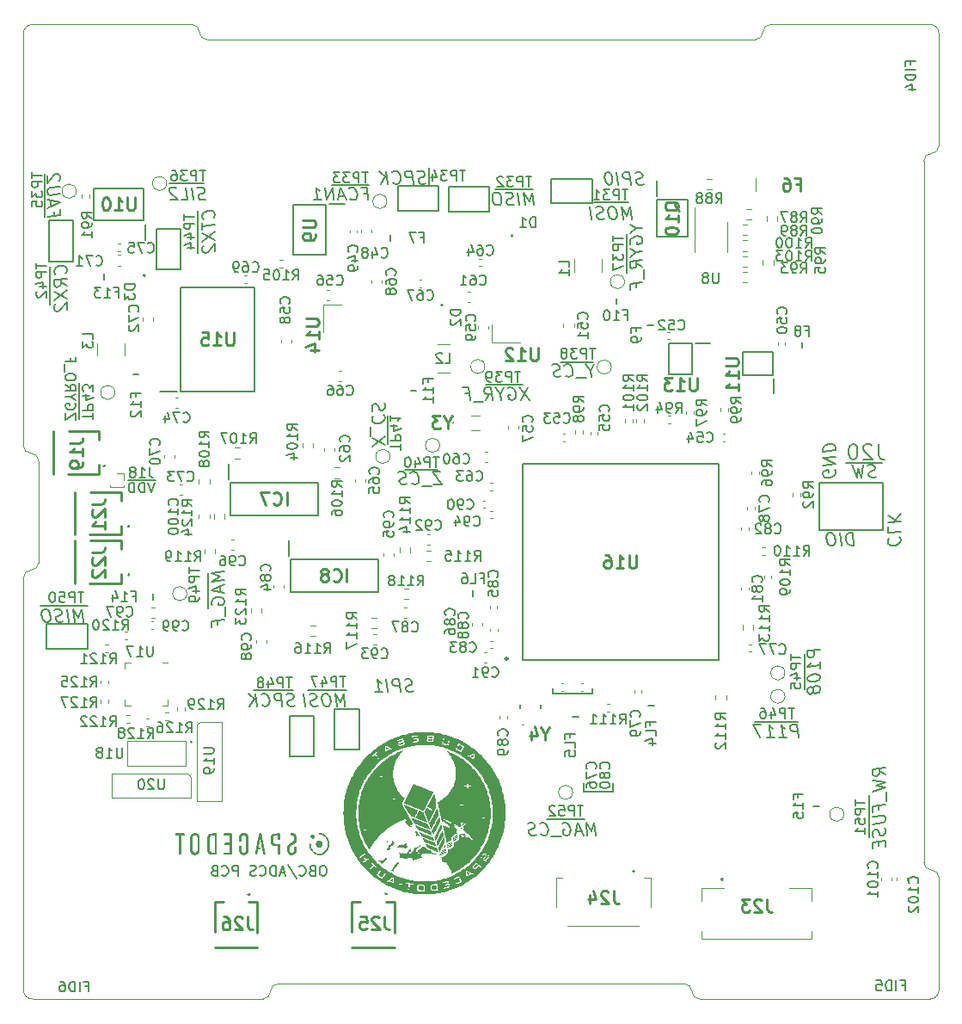
<source format=gbr>
%TF.GenerationSoftware,KiCad,Pcbnew,6.0.7-f9a2dced07~116~ubuntu20.04.1*%
%TF.CreationDate,2022-10-11T04:26:54+03:00*%
%TF.ProjectId,obc-adcs-board,6f62632d-6164-4637-932d-626f6172642e,rev?*%
%TF.SameCoordinates,PX3e2df80PY83e4a60*%
%TF.FileFunction,Legend,Bot*%
%TF.FilePolarity,Positive*%
%FSLAX46Y46*%
G04 Gerber Fmt 4.6, Leading zero omitted, Abs format (unit mm)*
G04 Created by KiCad (PCBNEW 6.0.7-f9a2dced07~116~ubuntu20.04.1) date 2022-10-11 04:26:54*
%MOMM*%
%LPD*%
G01*
G04 APERTURE LIST*
%ADD10C,0.150000*%
%TA.AperFunction,Profile*%
%ADD11C,0.100000*%
%TD*%
%ADD12C,0.254000*%
%ADD13C,0.120000*%
%ADD14C,0.200000*%
%ADD15C,0.100000*%
%ADD16C,0.127000*%
%ADD17C,0.250000*%
%ADD18C,0.010000*%
G04 APERTURE END LIST*
D10*
X81100000Y52900000D02*
X84700000Y52900000D01*
X55400000Y20550000D02*
X55300000Y20550000D01*
X36000000Y54700000D02*
X36000000Y57500000D01*
X17900000Y80400000D02*
X14500000Y80400000D01*
X10400000Y51200000D02*
X13100000Y51200000D01*
X2200000Y81350000D02*
X2200000Y77050000D01*
X17300000Y77700000D02*
X17300000Y73500000D01*
X55300000Y20550000D02*
X55300000Y21350000D01*
X49300000Y60600000D02*
X45600000Y60600000D01*
X34100000Y80200000D02*
X30500000Y80200000D01*
X52250000Y30200000D02*
X52250000Y30700000D01*
X59500000Y75400000D02*
X59500000Y71600000D01*
X50250000Y79800000D02*
X46550000Y79800000D01*
X31900000Y30500000D02*
X28100000Y30500000D01*
X59700000Y78500000D02*
X56300000Y78500000D01*
X77000000Y34100000D02*
X77000000Y30600000D01*
X56100000Y30700000D02*
X56100000Y30200000D01*
X40900000Y52200000D02*
X37700000Y52200000D01*
X58150000Y21350000D02*
X58150000Y20550000D01*
X6400000Y38800000D02*
X1800000Y38800000D01*
X26700000Y30500000D02*
X22800000Y30500000D01*
X56100000Y30200000D02*
X52250000Y30200000D01*
X58150000Y20550000D02*
X55400000Y20550000D01*
X5600000Y57200000D02*
X5600000Y60700000D01*
X2700000Y72200000D02*
X2700000Y68400000D01*
X55400000Y17800000D02*
X51600000Y17800000D01*
X76400000Y27400000D02*
X72100000Y27400000D01*
X18300000Y42050000D02*
X18300000Y38550000D01*
X56200000Y62800000D02*
X53000000Y62800000D01*
X40000000Y81900000D02*
X40000000Y80300000D01*
X83400000Y20200000D02*
X83400000Y16000000D01*
D11*
X1600000Y43065000D02*
X1600000Y53065000D01*
X66685000Y120000D02*
X89370000Y120000D01*
X850000Y42315000D02*
G75*
G03*
X100000Y41565000I0J-750000D01*
G01*
X65935000Y870000D02*
G75*
G03*
X65185000Y1620000I-750000J0D01*
G01*
X72185000Y94510000D02*
G75*
G03*
X72935000Y95260000I0J750000D01*
G01*
X90270000Y12065000D02*
X90270000Y1020000D01*
X850000Y42315000D02*
G75*
G03*
X1600000Y43065000I0J750000D01*
G01*
X25185000Y1620000D02*
G75*
G03*
X24435000Y870000I0J-750000D01*
G01*
X18185000Y94510000D02*
X72185000Y94510000D01*
X100000Y41565000D02*
X100000Y1010000D01*
X73685000Y96010000D02*
G75*
G03*
X72935000Y95260000I0J-750000D01*
G01*
X1000000Y96010000D02*
G75*
G03*
X100000Y95110000I0J-900000D01*
G01*
X100000Y1010000D02*
G75*
G03*
X1000000Y110000I900000J0D01*
G01*
X88770000Y13565000D02*
X88770000Y82565000D01*
X90270000Y12065000D02*
G75*
G03*
X89520000Y12815000I-750000J0D01*
G01*
X89520000Y83315000D02*
G75*
G03*
X88770000Y82565000I0J-750000D01*
G01*
X88770000Y13565000D02*
G75*
G03*
X89520000Y12815000I750000J0D01*
G01*
X25185000Y1620000D02*
X65185000Y1620000D01*
X73685000Y96010000D02*
X89370000Y96010000D01*
X89520000Y83315000D02*
G75*
G03*
X90270000Y84065000I0J750000D01*
G01*
X89370000Y120000D02*
G75*
G03*
X90270000Y1020000I0J900000D01*
G01*
X1600000Y53065000D02*
G75*
G03*
X850000Y53815000I-750000J0D01*
G01*
X23685000Y120000D02*
G75*
G03*
X24435000Y870000I0J750000D01*
G01*
X90270000Y95110000D02*
G75*
G03*
X89370000Y96010000I-900000J0D01*
G01*
X17435000Y95260000D02*
G75*
G03*
X18185000Y94510000I750000J0D01*
G01*
X100000Y54565000D02*
G75*
G03*
X850000Y53815000I750000J0D01*
G01*
X1000000Y96010000D02*
X16685000Y96010000D01*
X90270000Y95110000D02*
X90270000Y84065000D01*
X100000Y95110000D02*
X100000Y54565000D01*
X17435000Y95260000D02*
G75*
G03*
X16685000Y96010000I-750000J0D01*
G01*
X23685000Y120000D02*
X1000000Y110000D01*
X65935000Y870000D02*
G75*
G03*
X66685000Y120000I750000J0D01*
G01*
D10*
X19865476Y42157627D02*
X18615476Y42001377D01*
X19508333Y41696317D01*
X18615476Y41168044D01*
X19865476Y41324294D01*
X19508333Y40743937D02*
X19508333Y40148698D01*
X19865476Y40907627D02*
X18615476Y40334710D01*
X19865476Y40074294D01*
X18675000Y38854056D02*
X18615476Y38965663D01*
X18615476Y39144234D01*
X18675000Y39330246D01*
X18794047Y39464175D01*
X18913095Y39538579D01*
X19151190Y39627865D01*
X19329761Y39650187D01*
X19567857Y39620425D01*
X19686904Y39575782D01*
X19805952Y39471615D01*
X19865476Y39300484D01*
X19865476Y39181437D01*
X19805952Y38995425D01*
X19746428Y38928460D01*
X19329761Y38876377D01*
X19329761Y39114472D01*
X19984523Y38720127D02*
X19984523Y37767746D01*
X19210714Y36956734D02*
X19210714Y37373401D01*
X19865476Y37455246D02*
X18615476Y37298996D01*
X18615476Y36703758D01*
X18846428Y76983222D02*
X18905952Y77050187D01*
X18965476Y77236198D01*
X18965476Y77355246D01*
X18905952Y77526377D01*
X18786904Y77630544D01*
X18667857Y77675187D01*
X18429761Y77704948D01*
X18251190Y77682627D01*
X18013095Y77593341D01*
X17894047Y77518937D01*
X17775000Y77385008D01*
X17715476Y77198996D01*
X17715476Y77079948D01*
X17775000Y76908817D01*
X17834523Y76856734D01*
X17715476Y76484710D02*
X17715476Y75770425D01*
X18965476Y76283817D02*
X17715476Y76127567D01*
X17715476Y75472806D02*
X18965476Y74795722D01*
X17715476Y74639472D02*
X18965476Y75629056D01*
X17834523Y74237687D02*
X17775000Y74170722D01*
X17715476Y74044234D01*
X17715476Y73746615D01*
X17775000Y73635008D01*
X17834523Y73582925D01*
X17953571Y73538282D01*
X18072619Y73553163D01*
X18251190Y73635008D01*
X18965476Y74438579D01*
X18965476Y73664770D01*
X3089285Y77556362D02*
X3089285Y77139695D01*
X2434523Y77057850D02*
X3684523Y77214100D01*
X3684523Y77809338D01*
X2791666Y78114398D02*
X2791666Y78709636D01*
X2434523Y77950707D02*
X3684523Y78523624D01*
X2434523Y78784041D01*
X3684523Y79356957D02*
X2672619Y79230469D01*
X2553571Y79275112D01*
X2494047Y79327195D01*
X2434523Y79438803D01*
X2434523Y79676898D01*
X2494047Y79803386D01*
X2553571Y79870350D01*
X2672619Y79944755D01*
X3684523Y80071243D01*
X3565476Y80592076D02*
X3625000Y80659041D01*
X3684523Y80785529D01*
X3684523Y81083148D01*
X3625000Y81194755D01*
X3565476Y81246838D01*
X3446428Y81291481D01*
X3327380Y81276600D01*
X3148809Y81194755D01*
X2434523Y80391184D01*
X2434523Y81164993D01*
X35684523Y54624814D02*
X34434523Y55301898D01*
X35684523Y55458148D02*
X34434523Y54468564D01*
X34315476Y55465588D02*
X34315476Y56417969D01*
X34553571Y57459636D02*
X34494047Y57392672D01*
X34434523Y57206660D01*
X34434523Y57087612D01*
X34494047Y56916481D01*
X34613095Y56812314D01*
X34732142Y56767672D01*
X34970238Y56737910D01*
X35148809Y56760231D01*
X35386904Y56849517D01*
X35505952Y56923922D01*
X35625000Y57057850D01*
X35684523Y57243862D01*
X35684523Y57362910D01*
X35625000Y57534041D01*
X35565476Y57586124D01*
X34494047Y57928386D02*
X34434523Y58099517D01*
X34434523Y58397136D01*
X34494047Y58523624D01*
X34553571Y58590588D01*
X34672619Y58664993D01*
X34791666Y58679874D01*
X34910714Y58635231D01*
X34970238Y58583148D01*
X35029761Y58471541D01*
X35089285Y58240886D01*
X35148809Y58129279D01*
X35208333Y58077195D01*
X35327380Y58032553D01*
X35446428Y58047434D01*
X35565476Y58121838D01*
X35625000Y58188803D01*
X35684523Y58315291D01*
X35684523Y58612910D01*
X35625000Y58784041D01*
X31782626Y28934524D02*
X31626376Y30184524D01*
X31321316Y29291667D01*
X30793043Y30184524D01*
X30949293Y28934524D01*
X29959709Y30184524D02*
X29721614Y30184524D01*
X29610007Y30125000D01*
X29505840Y30005953D01*
X29476078Y29767858D01*
X29528162Y29351191D01*
X29617447Y29113096D01*
X29751376Y28994048D01*
X29877864Y28934524D01*
X30115959Y28934524D01*
X30227566Y28994048D01*
X30331733Y29113096D01*
X30361495Y29351191D01*
X30309412Y29767858D01*
X30220126Y30005953D01*
X30086197Y30125000D01*
X29959709Y30184524D01*
X29096614Y28994048D02*
X28925483Y28934524D01*
X28627864Y28934524D01*
X28501376Y28994048D01*
X28434412Y29053572D01*
X28360007Y29172620D01*
X28345126Y29291667D01*
X28389769Y29410715D01*
X28441852Y29470239D01*
X28553459Y29529762D01*
X28784114Y29589286D01*
X28895721Y29648810D01*
X28947805Y29708334D01*
X28992447Y29827381D01*
X28977566Y29946429D01*
X28903162Y30065477D01*
X28836197Y30125000D01*
X28709709Y30184524D01*
X28412090Y30184524D01*
X28240959Y30125000D01*
X27854055Y28934524D02*
X27697805Y30184524D01*
X29704761Y13247620D02*
X29514285Y13247620D01*
X29419047Y13200000D01*
X29323809Y13104762D01*
X29276190Y12914286D01*
X29276190Y12580953D01*
X29323809Y12390477D01*
X29419047Y12295239D01*
X29514285Y12247620D01*
X29704761Y12247620D01*
X29800000Y12295239D01*
X29895238Y12390477D01*
X29942857Y12580953D01*
X29942857Y12914286D01*
X29895238Y13104762D01*
X29800000Y13200000D01*
X29704761Y13247620D01*
X28514285Y12771429D02*
X28371428Y12723810D01*
X28323809Y12676191D01*
X28276190Y12580953D01*
X28276190Y12438096D01*
X28323809Y12342858D01*
X28371428Y12295239D01*
X28466666Y12247620D01*
X28847619Y12247620D01*
X28847619Y13247620D01*
X28514285Y13247620D01*
X28419047Y13200000D01*
X28371428Y13152381D01*
X28323809Y13057143D01*
X28323809Y12961905D01*
X28371428Y12866667D01*
X28419047Y12819048D01*
X28514285Y12771429D01*
X28847619Y12771429D01*
X27276190Y12342858D02*
X27323809Y12295239D01*
X27466666Y12247620D01*
X27561904Y12247620D01*
X27704761Y12295239D01*
X27800000Y12390477D01*
X27847619Y12485715D01*
X27895238Y12676191D01*
X27895238Y12819048D01*
X27847619Y13009524D01*
X27800000Y13104762D01*
X27704761Y13200000D01*
X27561904Y13247620D01*
X27466666Y13247620D01*
X27323809Y13200000D01*
X27276190Y13152381D01*
X26133333Y13295239D02*
X26990476Y12009524D01*
X25847619Y12533334D02*
X25371428Y12533334D01*
X25942857Y12247620D02*
X25609523Y13247620D01*
X25276190Y12247620D01*
X24942857Y12247620D02*
X24942857Y13247620D01*
X24704761Y13247620D01*
X24561904Y13200000D01*
X24466666Y13104762D01*
X24419047Y13009524D01*
X24371428Y12819048D01*
X24371428Y12676191D01*
X24419047Y12485715D01*
X24466666Y12390477D01*
X24561904Y12295239D01*
X24704761Y12247620D01*
X24942857Y12247620D01*
X23371428Y12342858D02*
X23419047Y12295239D01*
X23561904Y12247620D01*
X23657142Y12247620D01*
X23800000Y12295239D01*
X23895238Y12390477D01*
X23942857Y12485715D01*
X23990476Y12676191D01*
X23990476Y12819048D01*
X23942857Y13009524D01*
X23895238Y13104762D01*
X23800000Y13200000D01*
X23657142Y13247620D01*
X23561904Y13247620D01*
X23419047Y13200000D01*
X23371428Y13152381D01*
X22990476Y12295239D02*
X22847619Y12247620D01*
X22609523Y12247620D01*
X22514285Y12295239D01*
X22466666Y12342858D01*
X22419047Y12438096D01*
X22419047Y12533334D01*
X22466666Y12628572D01*
X22514285Y12676191D01*
X22609523Y12723810D01*
X22800000Y12771429D01*
X22895238Y12819048D01*
X22942857Y12866667D01*
X22990476Y12961905D01*
X22990476Y13057143D01*
X22942857Y13152381D01*
X22895238Y13200000D01*
X22800000Y13247620D01*
X22561904Y13247620D01*
X22419047Y13200000D01*
X21228571Y12247620D02*
X21228571Y13247620D01*
X20847619Y13247620D01*
X20752380Y13200000D01*
X20704761Y13152381D01*
X20657142Y13057143D01*
X20657142Y12914286D01*
X20704761Y12819048D01*
X20752380Y12771429D01*
X20847619Y12723810D01*
X21228571Y12723810D01*
X19657142Y12342858D02*
X19704761Y12295239D01*
X19847619Y12247620D01*
X19942857Y12247620D01*
X20085714Y12295239D01*
X20180952Y12390477D01*
X20228571Y12485715D01*
X20276190Y12676191D01*
X20276190Y12819048D01*
X20228571Y13009524D01*
X20180952Y13104762D01*
X20085714Y13200000D01*
X19942857Y13247620D01*
X19847619Y13247620D01*
X19704761Y13200000D01*
X19657142Y13152381D01*
X18895238Y12771429D02*
X18752380Y12723810D01*
X18704761Y12676191D01*
X18657142Y12580953D01*
X18657142Y12438096D01*
X18704761Y12342858D01*
X18752380Y12295239D01*
X18847619Y12247620D01*
X19228571Y12247620D01*
X19228571Y13247620D01*
X18895238Y13247620D01*
X18800000Y13200000D01*
X18752380Y13152381D01*
X18704761Y13057143D01*
X18704761Y12961905D01*
X18752380Y12866667D01*
X18800000Y12819048D01*
X18895238Y12771429D01*
X19228571Y12771429D01*
X59982626Y76834524D02*
X59826376Y78084524D01*
X59521316Y77191667D01*
X58993043Y78084524D01*
X59149293Y76834524D01*
X58159709Y78084524D02*
X57921614Y78084524D01*
X57810007Y78025000D01*
X57705840Y77905953D01*
X57676078Y77667858D01*
X57728162Y77251191D01*
X57817447Y77013096D01*
X57951376Y76894048D01*
X58077864Y76834524D01*
X58315959Y76834524D01*
X58427566Y76894048D01*
X58531733Y77013096D01*
X58561495Y77251191D01*
X58509412Y77667858D01*
X58420126Y77905953D01*
X58286197Y78025000D01*
X58159709Y78084524D01*
X57296614Y76894048D02*
X57125483Y76834524D01*
X56827864Y76834524D01*
X56701376Y76894048D01*
X56634412Y76953572D01*
X56560007Y77072620D01*
X56545126Y77191667D01*
X56589769Y77310715D01*
X56641852Y77370239D01*
X56753459Y77429762D01*
X56984114Y77489286D01*
X57095721Y77548810D01*
X57147805Y77608334D01*
X57192447Y77727381D01*
X57177566Y77846429D01*
X57103162Y77965477D01*
X57036197Y78025000D01*
X56909709Y78084524D01*
X56612090Y78084524D01*
X56440959Y78025000D01*
X56054055Y76834524D02*
X55897805Y78084524D01*
X41175186Y51984524D02*
X40341852Y51984524D01*
X41331436Y50734524D01*
X40498102Y50734524D01*
X40334412Y50615477D02*
X39382031Y50615477D01*
X38340364Y50853572D02*
X38407328Y50794048D01*
X38593340Y50734524D01*
X38712388Y50734524D01*
X38883519Y50794048D01*
X38987686Y50913096D01*
X39032328Y51032143D01*
X39062090Y51270239D01*
X39039769Y51448810D01*
X38950483Y51686905D01*
X38876078Y51805953D01*
X38742150Y51925000D01*
X38556138Y51984524D01*
X38437090Y51984524D01*
X38265959Y51925000D01*
X38213876Y51865477D01*
X37871614Y50794048D02*
X37700483Y50734524D01*
X37402864Y50734524D01*
X37276376Y50794048D01*
X37209412Y50853572D01*
X37135007Y50972620D01*
X37120126Y51091667D01*
X37164769Y51210715D01*
X37216852Y51270239D01*
X37328459Y51329762D01*
X37559114Y51389286D01*
X37670721Y51448810D01*
X37722805Y51508334D01*
X37767447Y51627381D01*
X37752566Y51746429D01*
X37678162Y51865477D01*
X37611197Y51925000D01*
X37484709Y51984524D01*
X37187090Y51984524D01*
X37015959Y51925000D01*
X56492150Y16234524D02*
X56335900Y17484524D01*
X56030840Y16591667D01*
X55502566Y17484524D01*
X55658816Y16234524D01*
X55078459Y16591667D02*
X54483221Y16591667D01*
X55242150Y16234524D02*
X54669233Y17484524D01*
X54408816Y16234524D01*
X53188578Y17425000D02*
X53300186Y17484524D01*
X53478757Y17484524D01*
X53664769Y17425000D01*
X53798697Y17305953D01*
X53873102Y17186905D01*
X53962388Y16948810D01*
X53984709Y16770239D01*
X53954947Y16532143D01*
X53910305Y16413096D01*
X53806138Y16294048D01*
X53635007Y16234524D01*
X53515959Y16234524D01*
X53329947Y16294048D01*
X53262983Y16353572D01*
X53210900Y16770239D01*
X53448995Y16770239D01*
X53054650Y16115477D02*
X52102269Y16115477D01*
X51060602Y16353572D02*
X51127566Y16294048D01*
X51313578Y16234524D01*
X51432626Y16234524D01*
X51603757Y16294048D01*
X51707924Y16413096D01*
X51752566Y16532143D01*
X51782328Y16770239D01*
X51760007Y16948810D01*
X51670721Y17186905D01*
X51596316Y17305953D01*
X51462388Y17425000D01*
X51276376Y17484524D01*
X51157328Y17484524D01*
X50986197Y17425000D01*
X50934114Y17365477D01*
X50591852Y16294048D02*
X50420721Y16234524D01*
X50123102Y16234524D01*
X49996614Y16294048D01*
X49929650Y16353572D01*
X49855245Y16472620D01*
X49840364Y16591667D01*
X49885007Y16710715D01*
X49937090Y16770239D01*
X50048697Y16829762D01*
X50279352Y16889286D01*
X50390959Y16948810D01*
X50443043Y17008334D01*
X50487686Y17127381D01*
X50472805Y17246429D01*
X50398400Y17365477D01*
X50331436Y17425000D01*
X50204947Y17484524D01*
X49907328Y17484524D01*
X49736197Y17425000D01*
X81898102Y44734524D02*
X81741852Y45984524D01*
X81444233Y45984524D01*
X81273102Y45925000D01*
X81168936Y45805953D01*
X81124293Y45686905D01*
X81094531Y45448810D01*
X81116852Y45270239D01*
X81206138Y45032143D01*
X81280543Y44913096D01*
X81414471Y44794048D01*
X81600483Y44734524D01*
X81898102Y44734524D01*
X80648102Y44734524D02*
X80491852Y45984524D01*
X79658519Y45984524D02*
X79420424Y45984524D01*
X79308816Y45925000D01*
X79204650Y45805953D01*
X79174888Y45567858D01*
X79226971Y45151191D01*
X79316257Y44913096D01*
X79450186Y44794048D01*
X79576674Y44734524D01*
X79814769Y44734524D01*
X79926376Y44794048D01*
X80030543Y44913096D01*
X80060305Y45151191D01*
X80008221Y45567858D01*
X79918936Y45805953D01*
X79785007Y45925000D01*
X79658519Y45984524D01*
X55940364Y61929762D02*
X56014769Y61334524D01*
X56275186Y62584524D02*
X55940364Y61929762D01*
X55441852Y62584524D01*
X55493936Y61215477D02*
X54541555Y61215477D01*
X53499888Y61453572D02*
X53566852Y61394048D01*
X53752864Y61334524D01*
X53871912Y61334524D01*
X54043043Y61394048D01*
X54147209Y61513096D01*
X54191852Y61632143D01*
X54221614Y61870239D01*
X54199293Y62048810D01*
X54110007Y62286905D01*
X54035602Y62405953D01*
X53901674Y62525000D01*
X53715662Y62584524D01*
X53596614Y62584524D01*
X53425483Y62525000D01*
X53373400Y62465477D01*
X53031138Y61394048D02*
X52860007Y61334524D01*
X52562388Y61334524D01*
X52435900Y61394048D01*
X52368936Y61453572D01*
X52294531Y61572620D01*
X52279650Y61691667D01*
X52324293Y61810715D01*
X52376376Y61870239D01*
X52487983Y61929762D01*
X52718638Y61989286D01*
X52830245Y62048810D01*
X52882328Y62108334D01*
X52926971Y62227381D01*
X52912090Y62346429D01*
X52837686Y62465477D01*
X52770721Y62525000D01*
X52644233Y62584524D01*
X52346614Y62584524D01*
X52175483Y62525000D01*
X4246428Y71532032D02*
X4305952Y71598996D01*
X4365476Y71785008D01*
X4365476Y71904056D01*
X4305952Y72075187D01*
X4186904Y72179353D01*
X4067857Y72223996D01*
X3829761Y72253758D01*
X3651190Y72231437D01*
X3413095Y72142151D01*
X3294047Y72067746D01*
X3175000Y71933817D01*
X3115476Y71747806D01*
X3115476Y71628758D01*
X3175000Y71457627D01*
X3234523Y71405544D01*
X4365476Y70296913D02*
X3770238Y70639175D01*
X4365476Y71011198D02*
X3115476Y70854948D01*
X3115476Y70378758D01*
X3175000Y70267151D01*
X3234523Y70215067D01*
X3353571Y70170425D01*
X3532142Y70192746D01*
X3651190Y70267151D01*
X3710714Y70334115D01*
X3770238Y70460603D01*
X3770238Y70936794D01*
X3115476Y69723996D02*
X4365476Y69046913D01*
X3115476Y68890663D02*
X4365476Y69880246D01*
X3234523Y68488877D02*
X3175000Y68421913D01*
X3115476Y68295425D01*
X3115476Y67997806D01*
X3175000Y67886198D01*
X3234523Y67834115D01*
X3353571Y67789472D01*
X3472619Y67804353D01*
X3651190Y67886198D01*
X4365476Y68689770D01*
X4365476Y67915960D01*
X84965476Y22173103D02*
X84370238Y22515365D01*
X84965476Y22887389D02*
X83715476Y22731139D01*
X83715476Y22254948D01*
X83775000Y22143341D01*
X83834523Y22091258D01*
X83953571Y22046615D01*
X84132142Y22068937D01*
X84251190Y22143341D01*
X84310714Y22210306D01*
X84370238Y22336794D01*
X84370238Y22812984D01*
X83715476Y21600187D02*
X84965476Y21458817D01*
X84072619Y21109115D01*
X84965476Y20982627D01*
X83715476Y20528758D01*
X85084523Y20521317D02*
X85084523Y19568937D01*
X84310714Y18757925D02*
X84310714Y19174591D01*
X84965476Y19256437D02*
X83715476Y19100187D01*
X83715476Y18504948D01*
X83715476Y18028758D02*
X84727380Y18155246D01*
X84846428Y18110603D01*
X84905952Y18058520D01*
X84965476Y17946913D01*
X84965476Y17708817D01*
X84905952Y17582329D01*
X84846428Y17515365D01*
X84727380Y17440960D01*
X83715476Y17314472D01*
X84905952Y16927567D02*
X84965476Y16756437D01*
X84965476Y16458817D01*
X84905952Y16332329D01*
X84846428Y16265365D01*
X84727380Y16190960D01*
X84608333Y16176079D01*
X84489285Y16220722D01*
X84429761Y16272806D01*
X84370238Y16384413D01*
X84310714Y16615067D01*
X84251190Y16726675D01*
X84191666Y16778758D01*
X84072619Y16823401D01*
X83953571Y16808520D01*
X83834523Y16734115D01*
X83775000Y16667151D01*
X83715476Y16540663D01*
X83715476Y16243044D01*
X83775000Y16071913D01*
X84310714Y15603163D02*
X84310714Y15186496D01*
X84965476Y15089770D02*
X84965476Y15685008D01*
X83715476Y15528758D01*
X83715476Y14933520D01*
X38485900Y30394048D02*
X38314769Y30334524D01*
X38017150Y30334524D01*
X37890662Y30394048D01*
X37823697Y30453572D01*
X37749293Y30572620D01*
X37734412Y30691667D01*
X37779055Y30810715D01*
X37831138Y30870239D01*
X37942745Y30929762D01*
X38173400Y30989286D01*
X38285007Y31048810D01*
X38337090Y31108334D01*
X38381733Y31227381D01*
X38366852Y31346429D01*
X38292447Y31465477D01*
X38225483Y31525000D01*
X38098995Y31584524D01*
X37801376Y31584524D01*
X37630245Y31525000D01*
X37243340Y30334524D02*
X37087090Y31584524D01*
X36610900Y31584524D01*
X36499293Y31525000D01*
X36447209Y31465477D01*
X36402566Y31346429D01*
X36424888Y31167858D01*
X36499293Y31048810D01*
X36566257Y30989286D01*
X36692745Y30929762D01*
X37168936Y30929762D01*
X35993340Y30334524D02*
X35837090Y31584524D01*
X34743340Y30334524D02*
X35457626Y30334524D01*
X35100483Y30334524D02*
X34944233Y31584524D01*
X35085602Y31405953D01*
X35219531Y31286905D01*
X35346019Y31227381D01*
X33568638Y79389286D02*
X33985305Y79389286D01*
X34067150Y78734524D02*
X33910900Y79984524D01*
X33315662Y79984524D01*
X32266555Y78853572D02*
X32333519Y78794048D01*
X32519531Y78734524D01*
X32638578Y78734524D01*
X32809709Y78794048D01*
X32913876Y78913096D01*
X32958519Y79032143D01*
X32988281Y79270239D01*
X32965959Y79448810D01*
X32876674Y79686905D01*
X32802269Y79805953D01*
X32668340Y79925000D01*
X32482328Y79984524D01*
X32363281Y79984524D01*
X32192150Y79925000D01*
X32140066Y79865477D01*
X31760602Y79091667D02*
X31165364Y79091667D01*
X31924293Y78734524D02*
X31351376Y79984524D01*
X31090959Y78734524D01*
X30674293Y78734524D02*
X30518043Y79984524D01*
X29960007Y78734524D01*
X29803757Y79984524D01*
X28710007Y78734524D02*
X29424293Y78734524D01*
X29067150Y78734524D02*
X28910900Y79984524D01*
X29052269Y79805953D01*
X29186197Y79686905D01*
X29312686Y79627381D01*
X85353571Y45452493D02*
X85294047Y45385529D01*
X85234523Y45199517D01*
X85234523Y45080469D01*
X85294047Y44909338D01*
X85413095Y44805172D01*
X85532142Y44760529D01*
X85770238Y44730767D01*
X85948809Y44753088D01*
X86186904Y44842374D01*
X86305952Y44916779D01*
X86425000Y45050707D01*
X86484523Y45236719D01*
X86484523Y45355767D01*
X86425000Y45526898D01*
X86365476Y45578981D01*
X85234523Y46568564D02*
X85234523Y45973326D01*
X86484523Y46129576D01*
X85234523Y46985231D02*
X86484523Y47141481D01*
X85234523Y47699517D02*
X85948809Y47253088D01*
X86484523Y47855767D02*
X85770238Y47052195D01*
X13033333Y50947620D02*
X12700000Y49947620D01*
X12366666Y50947620D01*
X12033333Y49947620D02*
X12033333Y50947620D01*
X11795238Y50947620D01*
X11652380Y50900000D01*
X11557142Y50804762D01*
X11509523Y50709524D01*
X11461904Y50519048D01*
X11461904Y50376191D01*
X11509523Y50185715D01*
X11557142Y50090477D01*
X11652380Y49995239D01*
X11795238Y49947620D01*
X12033333Y49947620D01*
X11033333Y49947620D02*
X11033333Y50947620D01*
X10795238Y50947620D01*
X10652380Y50900000D01*
X10557142Y50804762D01*
X10509523Y50709524D01*
X10461904Y50519048D01*
X10461904Y50376191D01*
X10509523Y50185715D01*
X10557142Y50090477D01*
X10652380Y49995239D01*
X10795238Y49947620D01*
X11033333Y49947620D01*
X39743043Y80394048D02*
X39571912Y80334524D01*
X39274293Y80334524D01*
X39147805Y80394048D01*
X39080840Y80453572D01*
X39006436Y80572620D01*
X38991555Y80691667D01*
X39036197Y80810715D01*
X39088281Y80870239D01*
X39199888Y80929762D01*
X39430543Y80989286D01*
X39542150Y81048810D01*
X39594233Y81108334D01*
X39638876Y81227381D01*
X39623995Y81346429D01*
X39549590Y81465477D01*
X39482626Y81525000D01*
X39356138Y81584524D01*
X39058519Y81584524D01*
X38887388Y81525000D01*
X38500483Y80334524D02*
X38344233Y81584524D01*
X37868043Y81584524D01*
X37756436Y81525000D01*
X37704352Y81465477D01*
X37659709Y81346429D01*
X37682031Y81167858D01*
X37756436Y81048810D01*
X37823400Y80989286D01*
X37949888Y80929762D01*
X38426078Y80929762D01*
X36521316Y80453572D02*
X36588281Y80394048D01*
X36774293Y80334524D01*
X36893340Y80334524D01*
X37064471Y80394048D01*
X37168638Y80513096D01*
X37213281Y80632143D01*
X37243043Y80870239D01*
X37220721Y81048810D01*
X37131436Y81286905D01*
X37057031Y81405953D01*
X36923102Y81525000D01*
X36737090Y81584524D01*
X36618043Y81584524D01*
X36446912Y81525000D01*
X36394828Y81465477D01*
X36000483Y80334524D02*
X35844233Y81584524D01*
X35286197Y80334524D02*
X35732626Y81048810D01*
X35129947Y81584524D02*
X35933519Y80870239D01*
X80025000Y52178088D02*
X80084523Y52066481D01*
X80084523Y51887910D01*
X80025000Y51701898D01*
X79905952Y51567969D01*
X79786904Y51493564D01*
X79548809Y51404279D01*
X79370238Y51381957D01*
X79132142Y51411719D01*
X79013095Y51456362D01*
X78894047Y51560529D01*
X78834523Y51731660D01*
X78834523Y51850707D01*
X78894047Y52036719D01*
X78953571Y52103684D01*
X79370238Y52155767D01*
X79370238Y51917672D01*
X78834523Y52624517D02*
X80084523Y52780767D01*
X78834523Y53338803D01*
X80084523Y53495053D01*
X78834523Y53934041D02*
X80084523Y54090291D01*
X80084523Y54387910D01*
X80025000Y54559041D01*
X79905952Y54663207D01*
X79786904Y54707850D01*
X79548809Y54737612D01*
X79370238Y54715291D01*
X79132142Y54626005D01*
X79013095Y54551600D01*
X78894047Y54417672D01*
X78834523Y54231660D01*
X78834523Y53934041D01*
X49776376Y60284524D02*
X49099293Y59034524D01*
X48943043Y60284524D02*
X49932626Y59034524D01*
X47819531Y60225000D02*
X47931138Y60284524D01*
X48109709Y60284524D01*
X48295721Y60225000D01*
X48429650Y60105953D01*
X48504055Y59986905D01*
X48593340Y59748810D01*
X48615662Y59570239D01*
X48585900Y59332143D01*
X48541257Y59213096D01*
X48437090Y59094048D01*
X48265959Y59034524D01*
X48146912Y59034524D01*
X47960900Y59094048D01*
X47893936Y59153572D01*
X47841852Y59570239D01*
X48079947Y59570239D01*
X47060602Y59629762D02*
X47135007Y59034524D01*
X47395424Y60284524D02*
X47060602Y59629762D01*
X46562090Y60284524D01*
X45587388Y59034524D02*
X45929650Y59629762D01*
X46301674Y59034524D02*
X46145424Y60284524D01*
X45669233Y60284524D01*
X45557626Y60225000D01*
X45505543Y60165477D01*
X45460900Y60046429D01*
X45483221Y59867858D01*
X45557626Y59748810D01*
X45624590Y59689286D01*
X45751078Y59629762D01*
X46227269Y59629762D01*
X45364174Y58915477D02*
X44411793Y58915477D01*
X43600781Y59689286D02*
X44017447Y59689286D01*
X44099293Y59034524D02*
X43943043Y60284524D01*
X43347805Y60284524D01*
X50382626Y78234524D02*
X50226376Y79484524D01*
X49921316Y78591667D01*
X49393043Y79484524D01*
X49549293Y78234524D01*
X48954055Y78234524D02*
X48797805Y79484524D01*
X48410900Y78294048D02*
X48239769Y78234524D01*
X47942150Y78234524D01*
X47815662Y78294048D01*
X47748697Y78353572D01*
X47674293Y78472620D01*
X47659412Y78591667D01*
X47704055Y78710715D01*
X47756138Y78770239D01*
X47867745Y78829762D01*
X48098400Y78889286D01*
X48210007Y78948810D01*
X48262090Y79008334D01*
X48306733Y79127381D01*
X48291852Y79246429D01*
X48217447Y79365477D01*
X48150483Y79425000D01*
X48023995Y79484524D01*
X47726376Y79484524D01*
X47555245Y79425000D01*
X46773995Y79484524D02*
X46535900Y79484524D01*
X46424293Y79425000D01*
X46320126Y79305953D01*
X46290364Y79067858D01*
X46342447Y78651191D01*
X46431733Y78413096D01*
X46565662Y78294048D01*
X46692150Y78234524D01*
X46930245Y78234524D01*
X47041852Y78294048D01*
X47146019Y78413096D01*
X47175781Y78651191D01*
X47123697Y79067858D01*
X47034412Y79305953D01*
X46900483Y79425000D01*
X46773995Y79484524D01*
X60470238Y75941556D02*
X61065476Y76015960D01*
X59815476Y76276377D02*
X60470238Y75941556D01*
X59815476Y75443044D01*
X59875000Y74379056D02*
X59815476Y74490663D01*
X59815476Y74669234D01*
X59875000Y74855246D01*
X59994047Y74989175D01*
X60113095Y75063579D01*
X60351190Y75152865D01*
X60529761Y75175187D01*
X60767857Y75145425D01*
X60886904Y75100782D01*
X61005952Y74996615D01*
X61065476Y74825484D01*
X61065476Y74706437D01*
X61005952Y74520425D01*
X60946428Y74453460D01*
X60529761Y74401377D01*
X60529761Y74639472D01*
X60470238Y73620127D02*
X61065476Y73694532D01*
X59815476Y73954948D02*
X60470238Y73620127D01*
X59815476Y73121615D01*
X61065476Y72146913D02*
X60470238Y72489175D01*
X61065476Y72861198D02*
X59815476Y72704948D01*
X59815476Y72228758D01*
X59875000Y72117151D01*
X59934523Y72065067D01*
X60053571Y72020425D01*
X60232142Y72042746D01*
X60351190Y72117151D01*
X60410714Y72184115D01*
X60470238Y72310603D01*
X60470238Y72786794D01*
X61184523Y71923698D02*
X61184523Y70971317D01*
X60410714Y70160306D02*
X60410714Y70576972D01*
X61065476Y70658817D02*
X59815476Y70502567D01*
X59815476Y69907329D01*
X61185900Y80294048D02*
X61014769Y80234524D01*
X60717150Y80234524D01*
X60590662Y80294048D01*
X60523697Y80353572D01*
X60449293Y80472620D01*
X60434412Y80591667D01*
X60479055Y80710715D01*
X60531138Y80770239D01*
X60642745Y80829762D01*
X60873400Y80889286D01*
X60985007Y80948810D01*
X61037090Y81008334D01*
X61081733Y81127381D01*
X61066852Y81246429D01*
X60992447Y81365477D01*
X60925483Y81425000D01*
X60798995Y81484524D01*
X60501376Y81484524D01*
X60330245Y81425000D01*
X59943340Y80234524D02*
X59787090Y81484524D01*
X59310900Y81484524D01*
X59199293Y81425000D01*
X59147209Y81365477D01*
X59102566Y81246429D01*
X59124888Y81067858D01*
X59199293Y80948810D01*
X59266257Y80889286D01*
X59392745Y80829762D01*
X59868936Y80829762D01*
X58693340Y80234524D02*
X58537090Y81484524D01*
X57703757Y81484524D02*
X57584709Y81484524D01*
X57473102Y81425000D01*
X57421019Y81365477D01*
X57376376Y81246429D01*
X57346614Y81008334D01*
X57383816Y80710715D01*
X57473102Y80472620D01*
X57547507Y80353572D01*
X57614471Y80294048D01*
X57740959Y80234524D01*
X57860007Y80234524D01*
X57971614Y80294048D01*
X58023697Y80353572D01*
X58068340Y80472620D01*
X58098102Y80710715D01*
X58060900Y81008334D01*
X57971614Y81246429D01*
X57897209Y81365477D01*
X57830245Y81425000D01*
X57703757Y81484524D01*
X26843043Y28994048D02*
X26671912Y28934524D01*
X26374293Y28934524D01*
X26247805Y28994048D01*
X26180840Y29053572D01*
X26106436Y29172620D01*
X26091555Y29291667D01*
X26136197Y29410715D01*
X26188281Y29470239D01*
X26299888Y29529762D01*
X26530543Y29589286D01*
X26642150Y29648810D01*
X26694233Y29708334D01*
X26738876Y29827381D01*
X26723995Y29946429D01*
X26649590Y30065477D01*
X26582626Y30125000D01*
X26456138Y30184524D01*
X26158519Y30184524D01*
X25987388Y30125000D01*
X25600483Y28934524D02*
X25444233Y30184524D01*
X24968043Y30184524D01*
X24856436Y30125000D01*
X24804352Y30065477D01*
X24759709Y29946429D01*
X24782031Y29767858D01*
X24856436Y29648810D01*
X24923400Y29589286D01*
X25049888Y29529762D01*
X25526078Y29529762D01*
X23621316Y29053572D02*
X23688281Y28994048D01*
X23874293Y28934524D01*
X23993340Y28934524D01*
X24164471Y28994048D01*
X24268638Y29113096D01*
X24313281Y29232143D01*
X24343043Y29470239D01*
X24320721Y29648810D01*
X24231436Y29886905D01*
X24157031Y30005953D01*
X24023102Y30125000D01*
X23837090Y30184524D01*
X23718043Y30184524D01*
X23546912Y30125000D01*
X23494828Y30065477D01*
X23100483Y28934524D02*
X22944233Y30184524D01*
X22386197Y28934524D02*
X22832626Y29648810D01*
X22229947Y30184524D02*
X23033519Y29470239D01*
X84082328Y51494048D02*
X83911197Y51434524D01*
X83613578Y51434524D01*
X83487090Y51494048D01*
X83420126Y51553572D01*
X83345721Y51672620D01*
X83330840Y51791667D01*
X83375483Y51910715D01*
X83427566Y51970239D01*
X83539174Y52029762D01*
X83769828Y52089286D01*
X83881436Y52148810D01*
X83933519Y52208334D01*
X83978162Y52327381D01*
X83963281Y52446429D01*
X83888876Y52565477D01*
X83821912Y52625000D01*
X83695424Y52684524D01*
X83397805Y52684524D01*
X83226674Y52625000D01*
X82802566Y52684524D02*
X82661197Y51434524D01*
X82311495Y52327381D01*
X82185007Y51434524D01*
X81731138Y52684524D01*
X18066852Y78794048D02*
X17895721Y78734524D01*
X17598102Y78734524D01*
X17471614Y78794048D01*
X17404650Y78853572D01*
X17330245Y78972620D01*
X17315364Y79091667D01*
X17360007Y79210715D01*
X17412090Y79270239D01*
X17523697Y79329762D01*
X17754352Y79389286D01*
X17865959Y79448810D01*
X17918043Y79508334D01*
X17962686Y79627381D01*
X17947805Y79746429D01*
X17873400Y79865477D01*
X17806436Y79925000D01*
X17679947Y79984524D01*
X17382328Y79984524D01*
X17211197Y79925000D01*
X16824293Y78734524D02*
X16668043Y79984524D01*
X15633816Y78734524D02*
X16229055Y78734524D01*
X16072805Y79984524D01*
X15135305Y79865477D02*
X15068340Y79925000D01*
X14941852Y79984524D01*
X14644233Y79984524D01*
X14532626Y79925000D01*
X14480543Y79865477D01*
X14435900Y79746429D01*
X14450781Y79627381D01*
X14532626Y79448810D01*
X15336197Y78734524D01*
X14562388Y78734524D01*
X5247619Y57104762D02*
X5247619Y57771429D01*
X4247619Y57104762D01*
X4247619Y57771429D01*
X5200000Y58676191D02*
X5247619Y58580953D01*
X5247619Y58438096D01*
X5200000Y58295239D01*
X5104761Y58200000D01*
X5009523Y58152381D01*
X4819047Y58104762D01*
X4676190Y58104762D01*
X4485714Y58152381D01*
X4390476Y58200000D01*
X4295238Y58295239D01*
X4247619Y58438096D01*
X4247619Y58533334D01*
X4295238Y58676191D01*
X4342857Y58723810D01*
X4676190Y58723810D01*
X4676190Y58533334D01*
X4723809Y59342858D02*
X4247619Y59342858D01*
X5247619Y59009524D02*
X4723809Y59342858D01*
X5247619Y59676191D01*
X4247619Y60580953D02*
X4723809Y60247620D01*
X4247619Y60009524D02*
X5247619Y60009524D01*
X5247619Y60390477D01*
X5200000Y60485715D01*
X5152380Y60533334D01*
X5057142Y60580953D01*
X4914285Y60580953D01*
X4819047Y60533334D01*
X4771428Y60485715D01*
X4723809Y60390477D01*
X4723809Y60009524D01*
X5247619Y61200000D02*
X5247619Y61390477D01*
X5200000Y61485715D01*
X5104761Y61580953D01*
X4914285Y61628572D01*
X4580952Y61628572D01*
X4390476Y61580953D01*
X4295238Y61485715D01*
X4247619Y61390477D01*
X4247619Y61200000D01*
X4295238Y61104762D01*
X4390476Y61009524D01*
X4580952Y60961905D01*
X4914285Y60961905D01*
X5104761Y61009524D01*
X5200000Y61104762D01*
X5247619Y61200000D01*
X4152380Y61819048D02*
X4152380Y62580953D01*
X4771428Y63152381D02*
X4771428Y62819048D01*
X4247619Y62819048D02*
X5247619Y62819048D01*
X5247619Y63295239D01*
X78565476Y34531437D02*
X77315476Y34375187D01*
X77315476Y33898996D01*
X77375000Y33787389D01*
X77434523Y33735306D01*
X77553571Y33690663D01*
X77732142Y33712984D01*
X77851190Y33787389D01*
X77910714Y33854353D01*
X77970238Y33980841D01*
X77970238Y34457032D01*
X78565476Y32626675D02*
X78565476Y33340960D01*
X78565476Y32983817D02*
X77315476Y32827567D01*
X77494047Y32968937D01*
X77613095Y33102865D01*
X77672619Y33229353D01*
X77315476Y31696615D02*
X77315476Y31577567D01*
X77375000Y31465960D01*
X77434523Y31413877D01*
X77553571Y31369234D01*
X77791666Y31339472D01*
X78089285Y31376675D01*
X78327380Y31465960D01*
X78446428Y31540365D01*
X78505952Y31607329D01*
X78565476Y31733817D01*
X78565476Y31852865D01*
X78505952Y31964472D01*
X78446428Y32016556D01*
X78327380Y32061198D01*
X78089285Y32090960D01*
X77791666Y32053758D01*
X77553571Y31964472D01*
X77434523Y31890067D01*
X77375000Y31823103D01*
X77315476Y31696615D01*
X77851190Y30632627D02*
X77791666Y30744234D01*
X77732142Y30796317D01*
X77613095Y30840960D01*
X77553571Y30833520D01*
X77434523Y30759115D01*
X77375000Y30692151D01*
X77315476Y30565663D01*
X77315476Y30327567D01*
X77375000Y30215960D01*
X77434523Y30163877D01*
X77553571Y30119234D01*
X77613095Y30126675D01*
X77732142Y30201079D01*
X77791666Y30268044D01*
X77851190Y30394532D01*
X77851190Y30632627D01*
X77910714Y30759115D01*
X77970238Y30826079D01*
X78089285Y30900484D01*
X78327380Y30930246D01*
X78446428Y30885603D01*
X78505952Y30833520D01*
X78565476Y30721913D01*
X78565476Y30483817D01*
X78505952Y30357329D01*
X78446428Y30290365D01*
X78327380Y30215960D01*
X78089285Y30186198D01*
X77970238Y30230841D01*
X77910714Y30282925D01*
X77851190Y30394532D01*
X76431436Y25834524D02*
X76275186Y27084524D01*
X75798995Y27084524D01*
X75687388Y27025000D01*
X75635305Y26965477D01*
X75590662Y26846429D01*
X75612983Y26667858D01*
X75687388Y26548810D01*
X75754352Y26489286D01*
X75880840Y26429762D01*
X76357031Y26429762D01*
X74526674Y25834524D02*
X75240959Y25834524D01*
X74883816Y25834524D02*
X74727566Y27084524D01*
X74868936Y26905953D01*
X75002864Y26786905D01*
X75129352Y26727381D01*
X73336197Y25834524D02*
X74050483Y25834524D01*
X73693340Y25834524D02*
X73537090Y27084524D01*
X73678459Y26905953D01*
X73812388Y26786905D01*
X73938876Y26727381D01*
X72763281Y27084524D02*
X71929947Y27084524D01*
X72621912Y25834524D01*
X5982626Y37234524D02*
X5826376Y38484524D01*
X5521316Y37591667D01*
X4993043Y38484524D01*
X5149293Y37234524D01*
X4554055Y37234524D02*
X4397805Y38484524D01*
X4010900Y37294048D02*
X3839769Y37234524D01*
X3542150Y37234524D01*
X3415662Y37294048D01*
X3348697Y37353572D01*
X3274293Y37472620D01*
X3259412Y37591667D01*
X3304055Y37710715D01*
X3356138Y37770239D01*
X3467745Y37829762D01*
X3698400Y37889286D01*
X3810007Y37948810D01*
X3862090Y38008334D01*
X3906733Y38127381D01*
X3891852Y38246429D01*
X3817447Y38365477D01*
X3750483Y38425000D01*
X3623995Y38484524D01*
X3326376Y38484524D01*
X3155245Y38425000D01*
X2373995Y38484524D02*
X2135900Y38484524D01*
X2024293Y38425000D01*
X1920126Y38305953D01*
X1890364Y38067858D01*
X1942447Y37651191D01*
X2031733Y37413096D01*
X2165662Y37294048D01*
X2292150Y37234524D01*
X2530245Y37234524D01*
X2641852Y37294048D01*
X2746019Y37413096D01*
X2775781Y37651191D01*
X2723697Y38067858D01*
X2634412Y38305953D01*
X2500483Y38425000D01*
X2373995Y38484524D01*
%TO.C,R125*%
X6719047Y30847620D02*
X7052380Y31323810D01*
X7290476Y30847620D02*
X7290476Y31847620D01*
X6909523Y31847620D01*
X6814285Y31800000D01*
X6766666Y31752381D01*
X6719047Y31657143D01*
X6719047Y31514286D01*
X6766666Y31419048D01*
X6814285Y31371429D01*
X6909523Y31323810D01*
X7290476Y31323810D01*
X5766666Y30847620D02*
X6338095Y30847620D01*
X6052380Y30847620D02*
X6052380Y31847620D01*
X6147619Y31704762D01*
X6242857Y31609524D01*
X6338095Y31561905D01*
X5385714Y31752381D02*
X5338095Y31800000D01*
X5242857Y31847620D01*
X5004761Y31847620D01*
X4909523Y31800000D01*
X4861904Y31752381D01*
X4814285Y31657143D01*
X4814285Y31561905D01*
X4861904Y31419048D01*
X5433333Y30847620D01*
X4814285Y30847620D01*
X3909523Y31847620D02*
X4385714Y31847620D01*
X4433333Y31371429D01*
X4385714Y31419048D01*
X4290476Y31466667D01*
X4052380Y31466667D01*
X3957142Y31419048D01*
X3909523Y31371429D01*
X3861904Y31276191D01*
X3861904Y31038096D01*
X3909523Y30942858D01*
X3957142Y30895239D01*
X4052380Y30847620D01*
X4290476Y30847620D01*
X4385714Y30895239D01*
X4433333Y30942858D01*
%TO.C,U20*%
X13938095Y21747620D02*
X13938095Y20938096D01*
X13890476Y20842858D01*
X13842857Y20795239D01*
X13747619Y20747620D01*
X13557142Y20747620D01*
X13461904Y20795239D01*
X13414285Y20842858D01*
X13366666Y20938096D01*
X13366666Y21747620D01*
X12938095Y21652381D02*
X12890476Y21700000D01*
X12795238Y21747620D01*
X12557142Y21747620D01*
X12461904Y21700000D01*
X12414285Y21652381D01*
X12366666Y21557143D01*
X12366666Y21461905D01*
X12414285Y21319048D01*
X12985714Y20747620D01*
X12366666Y20747620D01*
X11747619Y21747620D02*
X11652380Y21747620D01*
X11557142Y21700000D01*
X11509523Y21652381D01*
X11461904Y21557143D01*
X11414285Y21366667D01*
X11414285Y21128572D01*
X11461904Y20938096D01*
X11509523Y20842858D01*
X11557142Y20795239D01*
X11652380Y20747620D01*
X11747619Y20747620D01*
X11842857Y20795239D01*
X11890476Y20842858D01*
X11938095Y20938096D01*
X11985714Y21128572D01*
X11985714Y21366667D01*
X11938095Y21557143D01*
X11890476Y21652381D01*
X11842857Y21700000D01*
X11747619Y21747620D01*
D12*
%TO.C,J24*%
X58228095Y10753477D02*
X58228095Y9846334D01*
X58288571Y9664905D01*
X58409523Y9543953D01*
X58590952Y9483477D01*
X58711904Y9483477D01*
X57683809Y10632524D02*
X57623333Y10693000D01*
X57502380Y10753477D01*
X57200000Y10753477D01*
X57079047Y10693000D01*
X57018571Y10632524D01*
X56958095Y10511572D01*
X56958095Y10390620D01*
X57018571Y10209191D01*
X57744285Y9483477D01*
X56958095Y9483477D01*
X55869523Y10330143D02*
X55869523Y9483477D01*
X56171904Y10813953D02*
X56474285Y9906810D01*
X55688095Y9906810D01*
%TO.C,Q10*%
X64695476Y77664286D02*
X64635000Y77783334D01*
X64514047Y77902381D01*
X64332619Y78080953D01*
X64272142Y78200000D01*
X64272142Y78319048D01*
X64574523Y78259524D02*
X64514047Y78378572D01*
X64393095Y78497620D01*
X64151190Y78557143D01*
X63727857Y78557143D01*
X63485952Y78497620D01*
X63365000Y78378572D01*
X63304523Y78259524D01*
X63304523Y78021429D01*
X63365000Y77902381D01*
X63485952Y77783334D01*
X63727857Y77723810D01*
X64151190Y77723810D01*
X64393095Y77783334D01*
X64514047Y77902381D01*
X64574523Y78021429D01*
X64574523Y78259524D01*
X64574523Y76533334D02*
X64574523Y77247620D01*
X64574523Y76890477D02*
X63304523Y76890477D01*
X63485952Y77009524D01*
X63606904Y77128572D01*
X63667380Y77247620D01*
X63304523Y75759524D02*
X63304523Y75640477D01*
X63365000Y75521429D01*
X63425476Y75461905D01*
X63546428Y75402381D01*
X63788333Y75342858D01*
X64090714Y75342858D01*
X64332619Y75402381D01*
X64453571Y75461905D01*
X64514047Y75521429D01*
X64574523Y75640477D01*
X64574523Y75759524D01*
X64514047Y75878572D01*
X64453571Y75938096D01*
X64332619Y75997620D01*
X64090714Y76057143D01*
X63788333Y76057143D01*
X63546428Y75997620D01*
X63425476Y75938096D01*
X63365000Y75878572D01*
X63304523Y75759524D01*
D10*
%TO.C,TP42*%
X1352316Y72538301D02*
X1352316Y71966805D01*
X2352434Y72252553D02*
X1352316Y72252553D01*
X2352434Y71633432D02*
X1352316Y71633432D01*
X1352316Y71252435D01*
X1399941Y71157185D01*
X1447565Y71109561D01*
X1542815Y71061936D01*
X1685689Y71061936D01*
X1780938Y71109561D01*
X1828563Y71157185D01*
X1876187Y71252435D01*
X1876187Y71633432D01*
X1685689Y70204692D02*
X2352434Y70204692D01*
X1304691Y70442815D02*
X2019061Y70680939D01*
X2019061Y70061818D01*
X1447565Y69728445D02*
X1399941Y69680821D01*
X1352316Y69585571D01*
X1352316Y69347448D01*
X1399941Y69252199D01*
X1447565Y69204574D01*
X1542815Y69156949D01*
X1638064Y69156949D01*
X1780938Y69204574D01*
X2352434Y69776070D01*
X2352434Y69156949D01*
%TO.C,F15*%
X76378571Y19909524D02*
X76378571Y20242858D01*
X76902380Y20242858D02*
X75902380Y20242858D01*
X75902380Y19766667D01*
X76902380Y18861905D02*
X76902380Y19433334D01*
X76902380Y19147620D02*
X75902380Y19147620D01*
X76045238Y19242858D01*
X76140476Y19338096D01*
X76188095Y19433334D01*
X75902380Y17957143D02*
X75902380Y18433334D01*
X76378571Y18480953D01*
X76330952Y18433334D01*
X76283333Y18338096D01*
X76283333Y18100000D01*
X76330952Y18004762D01*
X76378571Y17957143D01*
X76473809Y17909524D01*
X76711904Y17909524D01*
X76807142Y17957143D01*
X76854761Y18004762D01*
X76902380Y18100000D01*
X76902380Y18338096D01*
X76854761Y18433334D01*
X76807142Y18480953D01*
%TO.C,R104*%
X27052380Y56119048D02*
X26576190Y56452381D01*
X27052380Y56690477D02*
X26052380Y56690477D01*
X26052380Y56309524D01*
X26100000Y56214286D01*
X26147619Y56166667D01*
X26242857Y56119048D01*
X26385714Y56119048D01*
X26480952Y56166667D01*
X26528571Y56214286D01*
X26576190Y56309524D01*
X26576190Y56690477D01*
X27052380Y55166667D02*
X27052380Y55738096D01*
X27052380Y55452381D02*
X26052380Y55452381D01*
X26195238Y55547620D01*
X26290476Y55642858D01*
X26338095Y55738096D01*
X26052380Y54547620D02*
X26052380Y54452381D01*
X26100000Y54357143D01*
X26147619Y54309524D01*
X26242857Y54261905D01*
X26433333Y54214286D01*
X26671428Y54214286D01*
X26861904Y54261905D01*
X26957142Y54309524D01*
X27004761Y54357143D01*
X27052380Y54452381D01*
X27052380Y54547620D01*
X27004761Y54642858D01*
X26957142Y54690477D01*
X26861904Y54738096D01*
X26671428Y54785715D01*
X26433333Y54785715D01*
X26242857Y54738096D01*
X26147619Y54690477D01*
X26100000Y54642858D01*
X26052380Y54547620D01*
X26385714Y53357143D02*
X27052380Y53357143D01*
X26004761Y53595239D02*
X26719047Y53833334D01*
X26719047Y53214286D01*
%TO.C,R119*%
X16969047Y43197620D02*
X17302380Y43673810D01*
X17540476Y43197620D02*
X17540476Y44197620D01*
X17159523Y44197620D01*
X17064285Y44150000D01*
X17016666Y44102381D01*
X16969047Y44007143D01*
X16969047Y43864286D01*
X17016666Y43769048D01*
X17064285Y43721429D01*
X17159523Y43673810D01*
X17540476Y43673810D01*
X16016666Y43197620D02*
X16588095Y43197620D01*
X16302380Y43197620D02*
X16302380Y44197620D01*
X16397619Y44054762D01*
X16492857Y43959524D01*
X16588095Y43911905D01*
X15064285Y43197620D02*
X15635714Y43197620D01*
X15350000Y43197620D02*
X15350000Y44197620D01*
X15445238Y44054762D01*
X15540476Y43959524D01*
X15635714Y43911905D01*
X14588095Y43197620D02*
X14397619Y43197620D01*
X14302380Y43245239D01*
X14254761Y43292858D01*
X14159523Y43435715D01*
X14111904Y43626191D01*
X14111904Y44007143D01*
X14159523Y44102381D01*
X14207142Y44150000D01*
X14302380Y44197620D01*
X14492857Y44197620D01*
X14588095Y44150000D01*
X14635714Y44102381D01*
X14683333Y44007143D01*
X14683333Y43769048D01*
X14635714Y43673810D01*
X14588095Y43626191D01*
X14492857Y43578572D01*
X14302380Y43578572D01*
X14207142Y43626191D01*
X14159523Y43673810D01*
X14111904Y43769048D01*
D12*
%TO.C,U16*%
X60472380Y43795477D02*
X60472380Y42767381D01*
X60411904Y42646429D01*
X60351428Y42585953D01*
X60230476Y42525477D01*
X59988571Y42525477D01*
X59867619Y42585953D01*
X59807142Y42646429D01*
X59746666Y42767381D01*
X59746666Y43795477D01*
X58476666Y42525477D02*
X59202380Y42525477D01*
X58839523Y42525477D02*
X58839523Y43795477D01*
X58960476Y43614048D01*
X59081428Y43493096D01*
X59202380Y43432620D01*
X57388095Y43795477D02*
X57630000Y43795477D01*
X57750952Y43735000D01*
X57811428Y43674524D01*
X57932380Y43493096D01*
X57992857Y43251191D01*
X57992857Y42767381D01*
X57932380Y42646429D01*
X57871904Y42585953D01*
X57750952Y42525477D01*
X57509047Y42525477D01*
X57388095Y42585953D01*
X57327619Y42646429D01*
X57267142Y42767381D01*
X57267142Y43069762D01*
X57327619Y43190715D01*
X57388095Y43251191D01*
X57509047Y43311667D01*
X57750952Y43311667D01*
X57871904Y43251191D01*
X57932380Y43190715D01*
X57992857Y43069762D01*
%TO.C,J23*%
X73328095Y9945477D02*
X73328095Y9038334D01*
X73388571Y8856905D01*
X73509523Y8735953D01*
X73690952Y8675477D01*
X73811904Y8675477D01*
X72783809Y9824524D02*
X72723333Y9885000D01*
X72602380Y9945477D01*
X72300000Y9945477D01*
X72179047Y9885000D01*
X72118571Y9824524D01*
X72058095Y9703572D01*
X72058095Y9582620D01*
X72118571Y9401191D01*
X72844285Y8675477D01*
X72058095Y8675477D01*
X71634761Y9945477D02*
X70848571Y9945477D01*
X71271904Y9461667D01*
X71090476Y9461667D01*
X70969523Y9401191D01*
X70909047Y9340715D01*
X70848571Y9219762D01*
X70848571Y8917381D01*
X70909047Y8796429D01*
X70969523Y8735953D01*
X71090476Y8675477D01*
X71453333Y8675477D01*
X71574285Y8735953D01*
X71634761Y8796429D01*
D10*
%TO.C,R102*%
X61552380Y60919048D02*
X61076190Y61252381D01*
X61552380Y61490477D02*
X60552380Y61490477D01*
X60552380Y61109524D01*
X60600000Y61014286D01*
X60647619Y60966667D01*
X60742857Y60919048D01*
X60885714Y60919048D01*
X60980952Y60966667D01*
X61028571Y61014286D01*
X61076190Y61109524D01*
X61076190Y61490477D01*
X61552380Y59966667D02*
X61552380Y60538096D01*
X61552380Y60252381D02*
X60552380Y60252381D01*
X60695238Y60347620D01*
X60790476Y60442858D01*
X60838095Y60538096D01*
X60552380Y59347620D02*
X60552380Y59252381D01*
X60600000Y59157143D01*
X60647619Y59109524D01*
X60742857Y59061905D01*
X60933333Y59014286D01*
X61171428Y59014286D01*
X61361904Y59061905D01*
X61457142Y59109524D01*
X61504761Y59157143D01*
X61552380Y59252381D01*
X61552380Y59347620D01*
X61504761Y59442858D01*
X61457142Y59490477D01*
X61361904Y59538096D01*
X61171428Y59585715D01*
X60933333Y59585715D01*
X60742857Y59538096D01*
X60647619Y59490477D01*
X60600000Y59442858D01*
X60552380Y59347620D01*
X60647619Y58633334D02*
X60600000Y58585715D01*
X60552380Y58490477D01*
X60552380Y58252381D01*
X60600000Y58157143D01*
X60647619Y58109524D01*
X60742857Y58061905D01*
X60838095Y58061905D01*
X60980952Y58109524D01*
X61552380Y58680953D01*
X61552380Y58061905D01*
%TO.C,R115*%
X44519047Y43247620D02*
X44852380Y43723810D01*
X45090476Y43247620D02*
X45090476Y44247620D01*
X44709523Y44247620D01*
X44614285Y44200000D01*
X44566666Y44152381D01*
X44519047Y44057143D01*
X44519047Y43914286D01*
X44566666Y43819048D01*
X44614285Y43771429D01*
X44709523Y43723810D01*
X45090476Y43723810D01*
X43566666Y43247620D02*
X44138095Y43247620D01*
X43852380Y43247620D02*
X43852380Y44247620D01*
X43947619Y44104762D01*
X44042857Y44009524D01*
X44138095Y43961905D01*
X42614285Y43247620D02*
X43185714Y43247620D01*
X42900000Y43247620D02*
X42900000Y44247620D01*
X42995238Y44104762D01*
X43090476Y44009524D01*
X43185714Y43961905D01*
X41709523Y44247620D02*
X42185714Y44247620D01*
X42233333Y43771429D01*
X42185714Y43819048D01*
X42090476Y43866667D01*
X41852380Y43866667D01*
X41757142Y43819048D01*
X41709523Y43771429D01*
X41661904Y43676191D01*
X41661904Y43438096D01*
X41709523Y43342858D01*
X41757142Y43295239D01*
X41852380Y43247620D01*
X42090476Y43247620D01*
X42185714Y43295239D01*
X42233333Y43342858D01*
%TO.C,TP38*%
X56438095Y64147620D02*
X55866666Y64147620D01*
X56152380Y63147620D02*
X56152380Y64147620D01*
X55533333Y63147620D02*
X55533333Y64147620D01*
X55152380Y64147620D01*
X55057142Y64100000D01*
X55009523Y64052381D01*
X54961904Y63957143D01*
X54961904Y63814286D01*
X55009523Y63719048D01*
X55057142Y63671429D01*
X55152380Y63623810D01*
X55533333Y63623810D01*
X54628571Y64147620D02*
X54009523Y64147620D01*
X54342857Y63766667D01*
X54200000Y63766667D01*
X54104761Y63719048D01*
X54057142Y63671429D01*
X54009523Y63576191D01*
X54009523Y63338096D01*
X54057142Y63242858D01*
X54104761Y63195239D01*
X54200000Y63147620D01*
X54485714Y63147620D01*
X54580952Y63195239D01*
X54628571Y63242858D01*
X53438095Y63719048D02*
X53533333Y63766667D01*
X53580952Y63814286D01*
X53628571Y63909524D01*
X53628571Y63957143D01*
X53580952Y64052381D01*
X53533333Y64100000D01*
X53438095Y64147620D01*
X53247619Y64147620D01*
X53152380Y64100000D01*
X53104761Y64052381D01*
X53057142Y63957143D01*
X53057142Y63909524D01*
X53104761Y63814286D01*
X53152380Y63766667D01*
X53247619Y63719048D01*
X53438095Y63719048D01*
X53533333Y63671429D01*
X53580952Y63623810D01*
X53628571Y63528572D01*
X53628571Y63338096D01*
X53580952Y63242858D01*
X53533333Y63195239D01*
X53438095Y63147620D01*
X53247619Y63147620D01*
X53152380Y63195239D01*
X53104761Y63242858D01*
X53057142Y63338096D01*
X53057142Y63528572D01*
X53104761Y63623810D01*
X53152380Y63671429D01*
X53247619Y63719048D01*
%TO.C,C99*%
X15742857Y36442858D02*
X15790476Y36395239D01*
X15933333Y36347620D01*
X16028571Y36347620D01*
X16171428Y36395239D01*
X16266666Y36490477D01*
X16314285Y36585715D01*
X16361904Y36776191D01*
X16361904Y36919048D01*
X16314285Y37109524D01*
X16266666Y37204762D01*
X16171428Y37300000D01*
X16028571Y37347620D01*
X15933333Y37347620D01*
X15790476Y37300000D01*
X15742857Y37252381D01*
X15266666Y36347620D02*
X15076190Y36347620D01*
X14980952Y36395239D01*
X14933333Y36442858D01*
X14838095Y36585715D01*
X14790476Y36776191D01*
X14790476Y37157143D01*
X14838095Y37252381D01*
X14885714Y37300000D01*
X14980952Y37347620D01*
X15171428Y37347620D01*
X15266666Y37300000D01*
X15314285Y37252381D01*
X15361904Y37157143D01*
X15361904Y36919048D01*
X15314285Y36823810D01*
X15266666Y36776191D01*
X15171428Y36728572D01*
X14980952Y36728572D01*
X14885714Y36776191D01*
X14838095Y36823810D01*
X14790476Y36919048D01*
X14314285Y36347620D02*
X14123809Y36347620D01*
X14028571Y36395239D01*
X13980952Y36442858D01*
X13885714Y36585715D01*
X13838095Y36776191D01*
X13838095Y37157143D01*
X13885714Y37252381D01*
X13933333Y37300000D01*
X14028571Y37347620D01*
X14219047Y37347620D01*
X14314285Y37300000D01*
X14361904Y37252381D01*
X14409523Y37157143D01*
X14409523Y36919048D01*
X14361904Y36823810D01*
X14314285Y36776191D01*
X14219047Y36728572D01*
X14028571Y36728572D01*
X13933333Y36776191D01*
X13885714Y36823810D01*
X13838095Y36919048D01*
%TO.C,R129*%
X19219047Y28647620D02*
X19552380Y29123810D01*
X19790476Y28647620D02*
X19790476Y29647620D01*
X19409523Y29647620D01*
X19314285Y29600000D01*
X19266666Y29552381D01*
X19219047Y29457143D01*
X19219047Y29314286D01*
X19266666Y29219048D01*
X19314285Y29171429D01*
X19409523Y29123810D01*
X19790476Y29123810D01*
X18266666Y28647620D02*
X18838095Y28647620D01*
X18552380Y28647620D02*
X18552380Y29647620D01*
X18647619Y29504762D01*
X18742857Y29409524D01*
X18838095Y29361905D01*
X17885714Y29552381D02*
X17838095Y29600000D01*
X17742857Y29647620D01*
X17504761Y29647620D01*
X17409523Y29600000D01*
X17361904Y29552381D01*
X17314285Y29457143D01*
X17314285Y29361905D01*
X17361904Y29219048D01*
X17933333Y28647620D01*
X17314285Y28647620D01*
X16838095Y28647620D02*
X16647619Y28647620D01*
X16552380Y28695239D01*
X16504761Y28742858D01*
X16409523Y28885715D01*
X16361904Y29076191D01*
X16361904Y29457143D01*
X16409523Y29552381D01*
X16457142Y29600000D01*
X16552380Y29647620D01*
X16742857Y29647620D01*
X16838095Y29600000D01*
X16885714Y29552381D01*
X16933333Y29457143D01*
X16933333Y29219048D01*
X16885714Y29123810D01*
X16838095Y29076191D01*
X16742857Y29028572D01*
X16552380Y29028572D01*
X16457142Y29076191D01*
X16409523Y29123810D01*
X16361904Y29219048D01*
%TO.C,R89*%
X76642857Y75247620D02*
X76976190Y75723810D01*
X77214285Y75247620D02*
X77214285Y76247620D01*
X76833333Y76247620D01*
X76738095Y76200000D01*
X76690476Y76152381D01*
X76642857Y76057143D01*
X76642857Y75914286D01*
X76690476Y75819048D01*
X76738095Y75771429D01*
X76833333Y75723810D01*
X77214285Y75723810D01*
X76071428Y75819048D02*
X76166666Y75866667D01*
X76214285Y75914286D01*
X76261904Y76009524D01*
X76261904Y76057143D01*
X76214285Y76152381D01*
X76166666Y76200000D01*
X76071428Y76247620D01*
X75880952Y76247620D01*
X75785714Y76200000D01*
X75738095Y76152381D01*
X75690476Y76057143D01*
X75690476Y76009524D01*
X75738095Y75914286D01*
X75785714Y75866667D01*
X75880952Y75819048D01*
X76071428Y75819048D01*
X76166666Y75771429D01*
X76214285Y75723810D01*
X76261904Y75628572D01*
X76261904Y75438096D01*
X76214285Y75342858D01*
X76166666Y75295239D01*
X76071428Y75247620D01*
X75880952Y75247620D01*
X75785714Y75295239D01*
X75738095Y75342858D01*
X75690476Y75438096D01*
X75690476Y75628572D01*
X75738095Y75723810D01*
X75785714Y75771429D01*
X75880952Y75819048D01*
X75214285Y75247620D02*
X75023809Y75247620D01*
X74928571Y75295239D01*
X74880952Y75342858D01*
X74785714Y75485715D01*
X74738095Y75676191D01*
X74738095Y76057143D01*
X74785714Y76152381D01*
X74833333Y76200000D01*
X74928571Y76247620D01*
X75119047Y76247620D01*
X75214285Y76200000D01*
X75261904Y76152381D01*
X75309523Y76057143D01*
X75309523Y75819048D01*
X75261904Y75723810D01*
X75214285Y75676191D01*
X75119047Y75628572D01*
X74928571Y75628572D01*
X74833333Y75676191D01*
X74785714Y75723810D01*
X74738095Y75819048D01*
%TO.C,C62*%
X32157142Y54942858D02*
X32204761Y54990477D01*
X32252380Y55133334D01*
X32252380Y55228572D01*
X32204761Y55371429D01*
X32109523Y55466667D01*
X32014285Y55514286D01*
X31823809Y55561905D01*
X31680952Y55561905D01*
X31490476Y55514286D01*
X31395238Y55466667D01*
X31300000Y55371429D01*
X31252380Y55228572D01*
X31252380Y55133334D01*
X31300000Y54990477D01*
X31347619Y54942858D01*
X31252380Y54085715D02*
X31252380Y54276191D01*
X31300000Y54371429D01*
X31347619Y54419048D01*
X31490476Y54514286D01*
X31680952Y54561905D01*
X32061904Y54561905D01*
X32157142Y54514286D01*
X32204761Y54466667D01*
X32252380Y54371429D01*
X32252380Y54180953D01*
X32204761Y54085715D01*
X32157142Y54038096D01*
X32061904Y53990477D01*
X31823809Y53990477D01*
X31728571Y54038096D01*
X31680952Y54085715D01*
X31633333Y54180953D01*
X31633333Y54371429D01*
X31680952Y54466667D01*
X31728571Y54514286D01*
X31823809Y54561905D01*
X31347619Y53609524D02*
X31300000Y53561905D01*
X31252380Y53466667D01*
X31252380Y53228572D01*
X31300000Y53133334D01*
X31347619Y53085715D01*
X31442857Y53038096D01*
X31538095Y53038096D01*
X31680952Y53085715D01*
X32252380Y53657143D01*
X32252380Y53038096D01*
%TO.C,C74*%
X15842857Y56942858D02*
X15890476Y56895239D01*
X16033333Y56847620D01*
X16128571Y56847620D01*
X16271428Y56895239D01*
X16366666Y56990477D01*
X16414285Y57085715D01*
X16461904Y57276191D01*
X16461904Y57419048D01*
X16414285Y57609524D01*
X16366666Y57704762D01*
X16271428Y57800000D01*
X16128571Y57847620D01*
X16033333Y57847620D01*
X15890476Y57800000D01*
X15842857Y57752381D01*
X15509523Y57847620D02*
X14842857Y57847620D01*
X15271428Y56847620D01*
X14033333Y57514286D02*
X14033333Y56847620D01*
X14271428Y57895239D02*
X14509523Y57180953D01*
X13890476Y57180953D01*
%TO.C,C55*%
X57707142Y57942858D02*
X57754761Y57990477D01*
X57802380Y58133334D01*
X57802380Y58228572D01*
X57754761Y58371429D01*
X57659523Y58466667D01*
X57564285Y58514286D01*
X57373809Y58561905D01*
X57230952Y58561905D01*
X57040476Y58514286D01*
X56945238Y58466667D01*
X56850000Y58371429D01*
X56802380Y58228572D01*
X56802380Y58133334D01*
X56850000Y57990477D01*
X56897619Y57942858D01*
X56802380Y57038096D02*
X56802380Y57514286D01*
X57278571Y57561905D01*
X57230952Y57514286D01*
X57183333Y57419048D01*
X57183333Y57180953D01*
X57230952Y57085715D01*
X57278571Y57038096D01*
X57373809Y56990477D01*
X57611904Y56990477D01*
X57707142Y57038096D01*
X57754761Y57085715D01*
X57802380Y57180953D01*
X57802380Y57419048D01*
X57754761Y57514286D01*
X57707142Y57561905D01*
X56802380Y56085715D02*
X56802380Y56561905D01*
X57278571Y56609524D01*
X57230952Y56561905D01*
X57183333Y56466667D01*
X57183333Y56228572D01*
X57230952Y56133334D01*
X57278571Y56085715D01*
X57373809Y56038096D01*
X57611904Y56038096D01*
X57707142Y56085715D01*
X57754761Y56133334D01*
X57802380Y56228572D01*
X57802380Y56466667D01*
X57754761Y56561905D01*
X57707142Y56609524D01*
%TO.C,U19*%
X17852380Y24838096D02*
X18661904Y24838096D01*
X18757142Y24790477D01*
X18804761Y24742858D01*
X18852380Y24647620D01*
X18852380Y24457143D01*
X18804761Y24361905D01*
X18757142Y24314286D01*
X18661904Y24266667D01*
X17852380Y24266667D01*
X18852380Y23266667D02*
X18852380Y23838096D01*
X18852380Y23552381D02*
X17852380Y23552381D01*
X17995238Y23647620D01*
X18090476Y23742858D01*
X18138095Y23838096D01*
X18852380Y22790477D02*
X18852380Y22600000D01*
X18804761Y22504762D01*
X18757142Y22457143D01*
X18614285Y22361905D01*
X18423809Y22314286D01*
X18042857Y22314286D01*
X17947619Y22361905D01*
X17900000Y22409524D01*
X17852380Y22504762D01*
X17852380Y22695239D01*
X17900000Y22790477D01*
X17947619Y22838096D01*
X18042857Y22885715D01*
X18280952Y22885715D01*
X18376190Y22838096D01*
X18423809Y22790477D01*
X18471428Y22695239D01*
X18471428Y22504762D01*
X18423809Y22409524D01*
X18376190Y22361905D01*
X18280952Y22314286D01*
%TO.C,R92*%
X77872380Y50392858D02*
X77396190Y50726191D01*
X77872380Y50964286D02*
X76872380Y50964286D01*
X76872380Y50583334D01*
X76920000Y50488096D01*
X76967619Y50440477D01*
X77062857Y50392858D01*
X77205714Y50392858D01*
X77300952Y50440477D01*
X77348571Y50488096D01*
X77396190Y50583334D01*
X77396190Y50964286D01*
X77872380Y49916667D02*
X77872380Y49726191D01*
X77824761Y49630953D01*
X77777142Y49583334D01*
X77634285Y49488096D01*
X77443809Y49440477D01*
X77062857Y49440477D01*
X76967619Y49488096D01*
X76920000Y49535715D01*
X76872380Y49630953D01*
X76872380Y49821429D01*
X76920000Y49916667D01*
X76967619Y49964286D01*
X77062857Y50011905D01*
X77300952Y50011905D01*
X77396190Y49964286D01*
X77443809Y49916667D01*
X77491428Y49821429D01*
X77491428Y49630953D01*
X77443809Y49535715D01*
X77396190Y49488096D01*
X77300952Y49440477D01*
X76967619Y49059524D02*
X76920000Y49011905D01*
X76872380Y48916667D01*
X76872380Y48678572D01*
X76920000Y48583334D01*
X76967619Y48535715D01*
X77062857Y48488096D01*
X77158095Y48488096D01*
X77300952Y48535715D01*
X77872380Y49107143D01*
X77872380Y48488096D01*
%TO.C,R107*%
X22419047Y54827620D02*
X22752380Y55303810D01*
X22990476Y54827620D02*
X22990476Y55827620D01*
X22609523Y55827620D01*
X22514285Y55780000D01*
X22466666Y55732381D01*
X22419047Y55637143D01*
X22419047Y55494286D01*
X22466666Y55399048D01*
X22514285Y55351429D01*
X22609523Y55303810D01*
X22990476Y55303810D01*
X21466666Y54827620D02*
X22038095Y54827620D01*
X21752380Y54827620D02*
X21752380Y55827620D01*
X21847619Y55684762D01*
X21942857Y55589524D01*
X22038095Y55541905D01*
X20847619Y55827620D02*
X20752380Y55827620D01*
X20657142Y55780000D01*
X20609523Y55732381D01*
X20561904Y55637143D01*
X20514285Y55446667D01*
X20514285Y55208572D01*
X20561904Y55018096D01*
X20609523Y54922858D01*
X20657142Y54875239D01*
X20752380Y54827620D01*
X20847619Y54827620D01*
X20942857Y54875239D01*
X20990476Y54922858D01*
X21038095Y55018096D01*
X21085714Y55208572D01*
X21085714Y55446667D01*
X21038095Y55637143D01*
X20990476Y55732381D01*
X20942857Y55780000D01*
X20847619Y55827620D01*
X20180952Y55827620D02*
X19514285Y55827620D01*
X19942857Y54827620D01*
%TO.C,C60*%
X43392857Y52892858D02*
X43440476Y52845239D01*
X43583333Y52797620D01*
X43678571Y52797620D01*
X43821428Y52845239D01*
X43916666Y52940477D01*
X43964285Y53035715D01*
X44011904Y53226191D01*
X44011904Y53369048D01*
X43964285Y53559524D01*
X43916666Y53654762D01*
X43821428Y53750000D01*
X43678571Y53797620D01*
X43583333Y53797620D01*
X43440476Y53750000D01*
X43392857Y53702381D01*
X42535714Y53797620D02*
X42726190Y53797620D01*
X42821428Y53750000D01*
X42869047Y53702381D01*
X42964285Y53559524D01*
X43011904Y53369048D01*
X43011904Y52988096D01*
X42964285Y52892858D01*
X42916666Y52845239D01*
X42821428Y52797620D01*
X42630952Y52797620D01*
X42535714Y52845239D01*
X42488095Y52892858D01*
X42440476Y52988096D01*
X42440476Y53226191D01*
X42488095Y53321429D01*
X42535714Y53369048D01*
X42630952Y53416667D01*
X42821428Y53416667D01*
X42916666Y53369048D01*
X42964285Y53321429D01*
X43011904Y53226191D01*
X41821428Y53797620D02*
X41726190Y53797620D01*
X41630952Y53750000D01*
X41583333Y53702381D01*
X41535714Y53607143D01*
X41488095Y53416667D01*
X41488095Y53178572D01*
X41535714Y52988096D01*
X41583333Y52892858D01*
X41630952Y52845239D01*
X41726190Y52797620D01*
X41821428Y52797620D01*
X41916666Y52845239D01*
X41964285Y52892858D01*
X42011904Y52988096D01*
X42059523Y53178572D01*
X42059523Y53416667D01*
X42011904Y53607143D01*
X41964285Y53702381D01*
X41916666Y53750000D01*
X41821428Y53797620D01*
%TO.C,TP52*%
X55238095Y19147620D02*
X54666666Y19147620D01*
X54952380Y18147620D02*
X54952380Y19147620D01*
X54333333Y18147620D02*
X54333333Y19147620D01*
X53952380Y19147620D01*
X53857142Y19100000D01*
X53809523Y19052381D01*
X53761904Y18957143D01*
X53761904Y18814286D01*
X53809523Y18719048D01*
X53857142Y18671429D01*
X53952380Y18623810D01*
X54333333Y18623810D01*
X52857142Y19147620D02*
X53333333Y19147620D01*
X53380952Y18671429D01*
X53333333Y18719048D01*
X53238095Y18766667D01*
X53000000Y18766667D01*
X52904761Y18719048D01*
X52857142Y18671429D01*
X52809523Y18576191D01*
X52809523Y18338096D01*
X52857142Y18242858D01*
X52904761Y18195239D01*
X53000000Y18147620D01*
X53238095Y18147620D01*
X53333333Y18195239D01*
X53380952Y18242858D01*
X52428571Y19052381D02*
X52380952Y19100000D01*
X52285714Y19147620D01*
X52047619Y19147620D01*
X51952380Y19100000D01*
X51904761Y19052381D01*
X51857142Y18957143D01*
X51857142Y18861905D01*
X51904761Y18719048D01*
X52476190Y18147620D01*
X51857142Y18147620D01*
%TO.C,R87*%
X76642857Y76547620D02*
X76976190Y77023810D01*
X77214285Y76547620D02*
X77214285Y77547620D01*
X76833333Y77547620D01*
X76738095Y77500000D01*
X76690476Y77452381D01*
X76642857Y77357143D01*
X76642857Y77214286D01*
X76690476Y77119048D01*
X76738095Y77071429D01*
X76833333Y77023810D01*
X77214285Y77023810D01*
X76071428Y77119048D02*
X76166666Y77166667D01*
X76214285Y77214286D01*
X76261904Y77309524D01*
X76261904Y77357143D01*
X76214285Y77452381D01*
X76166666Y77500000D01*
X76071428Y77547620D01*
X75880952Y77547620D01*
X75785714Y77500000D01*
X75738095Y77452381D01*
X75690476Y77357143D01*
X75690476Y77309524D01*
X75738095Y77214286D01*
X75785714Y77166667D01*
X75880952Y77119048D01*
X76071428Y77119048D01*
X76166666Y77071429D01*
X76214285Y77023810D01*
X76261904Y76928572D01*
X76261904Y76738096D01*
X76214285Y76642858D01*
X76166666Y76595239D01*
X76071428Y76547620D01*
X75880952Y76547620D01*
X75785714Y76595239D01*
X75738095Y76642858D01*
X75690476Y76738096D01*
X75690476Y76928572D01*
X75738095Y77023810D01*
X75785714Y77071429D01*
X75880952Y77119048D01*
X75357142Y77547620D02*
X74690476Y77547620D01*
X75119047Y76547620D01*
%TO.C,D2*%
X43152380Y67938096D02*
X42152380Y67938096D01*
X42152380Y67700000D01*
X42200000Y67557143D01*
X42295238Y67461905D01*
X42390476Y67414286D01*
X42580952Y67366667D01*
X42723809Y67366667D01*
X42914285Y67414286D01*
X43009523Y67461905D01*
X43104761Y67557143D01*
X43152380Y67700000D01*
X43152380Y67938096D01*
X42247619Y66985715D02*
X42200000Y66938096D01*
X42152380Y66842858D01*
X42152380Y66604762D01*
X42200000Y66509524D01*
X42247619Y66461905D01*
X42342857Y66414286D01*
X42438095Y66414286D01*
X42580952Y66461905D01*
X43152380Y67033334D01*
X43152380Y66414286D01*
%TO.C,C70*%
X13457142Y54642858D02*
X13504761Y54690477D01*
X13552380Y54833334D01*
X13552380Y54928572D01*
X13504761Y55071429D01*
X13409523Y55166667D01*
X13314285Y55214286D01*
X13123809Y55261905D01*
X12980952Y55261905D01*
X12790476Y55214286D01*
X12695238Y55166667D01*
X12600000Y55071429D01*
X12552380Y54928572D01*
X12552380Y54833334D01*
X12600000Y54690477D01*
X12647619Y54642858D01*
X12552380Y54309524D02*
X12552380Y53642858D01*
X13552380Y54071429D01*
X12552380Y53071429D02*
X12552380Y52976191D01*
X12600000Y52880953D01*
X12647619Y52833334D01*
X12742857Y52785715D01*
X12933333Y52738096D01*
X13171428Y52738096D01*
X13361904Y52785715D01*
X13457142Y52833334D01*
X13504761Y52880953D01*
X13552380Y52976191D01*
X13552380Y53071429D01*
X13504761Y53166667D01*
X13457142Y53214286D01*
X13361904Y53261905D01*
X13171428Y53309524D01*
X12933333Y53309524D01*
X12742857Y53261905D01*
X12647619Y53214286D01*
X12600000Y53166667D01*
X12552380Y53071429D01*
%TO.C,R91*%
X6852380Y76942858D02*
X6376190Y77276191D01*
X6852380Y77514286D02*
X5852380Y77514286D01*
X5852380Y77133334D01*
X5900000Y77038096D01*
X5947619Y76990477D01*
X6042857Y76942858D01*
X6185714Y76942858D01*
X6280952Y76990477D01*
X6328571Y77038096D01*
X6376190Y77133334D01*
X6376190Y77514286D01*
X6852380Y76466667D02*
X6852380Y76276191D01*
X6804761Y76180953D01*
X6757142Y76133334D01*
X6614285Y76038096D01*
X6423809Y75990477D01*
X6042857Y75990477D01*
X5947619Y76038096D01*
X5900000Y76085715D01*
X5852380Y76180953D01*
X5852380Y76371429D01*
X5900000Y76466667D01*
X5947619Y76514286D01*
X6042857Y76561905D01*
X6280952Y76561905D01*
X6376190Y76514286D01*
X6423809Y76466667D01*
X6471428Y76371429D01*
X6471428Y76180953D01*
X6423809Y76085715D01*
X6376190Y76038096D01*
X6280952Y75990477D01*
X6852380Y75038096D02*
X6852380Y75609524D01*
X6852380Y75323810D02*
X5852380Y75323810D01*
X5995238Y75419048D01*
X6090476Y75514286D01*
X6138095Y75609524D01*
D12*
%TO.C,J26*%
X22178095Y8222477D02*
X22178095Y7315334D01*
X22238571Y7133905D01*
X22359523Y7012953D01*
X22540952Y6952477D01*
X22661904Y6952477D01*
X21633809Y8101524D02*
X21573333Y8162000D01*
X21452380Y8222477D01*
X21150000Y8222477D01*
X21029047Y8162000D01*
X20968571Y8101524D01*
X20908095Y7980572D01*
X20908095Y7859620D01*
X20968571Y7678191D01*
X21694285Y6952477D01*
X20908095Y6952477D01*
X19819523Y8222477D02*
X20061428Y8222477D01*
X20182380Y8162000D01*
X20242857Y8101524D01*
X20363809Y7920096D01*
X20424285Y7678191D01*
X20424285Y7194381D01*
X20363809Y7073429D01*
X20303333Y7012953D01*
X20182380Y6952477D01*
X19940476Y6952477D01*
X19819523Y7012953D01*
X19759047Y7073429D01*
X19698571Y7194381D01*
X19698571Y7496762D01*
X19759047Y7617715D01*
X19819523Y7678191D01*
X19940476Y7738667D01*
X20182380Y7738667D01*
X20303333Y7678191D01*
X20363809Y7617715D01*
X20424285Y7496762D01*
D10*
%TO.C,C50*%
X75207142Y67542858D02*
X75254761Y67590477D01*
X75302380Y67733334D01*
X75302380Y67828572D01*
X75254761Y67971429D01*
X75159523Y68066667D01*
X75064285Y68114286D01*
X74873809Y68161905D01*
X74730952Y68161905D01*
X74540476Y68114286D01*
X74445238Y68066667D01*
X74350000Y67971429D01*
X74302380Y67828572D01*
X74302380Y67733334D01*
X74350000Y67590477D01*
X74397619Y67542858D01*
X74302380Y66638096D02*
X74302380Y67114286D01*
X74778571Y67161905D01*
X74730952Y67114286D01*
X74683333Y67019048D01*
X74683333Y66780953D01*
X74730952Y66685715D01*
X74778571Y66638096D01*
X74873809Y66590477D01*
X75111904Y66590477D01*
X75207142Y66638096D01*
X75254761Y66685715D01*
X75302380Y66780953D01*
X75302380Y67019048D01*
X75254761Y67114286D01*
X75207142Y67161905D01*
X74302380Y65971429D02*
X74302380Y65876191D01*
X74350000Y65780953D01*
X74397619Y65733334D01*
X74492857Y65685715D01*
X74683333Y65638096D01*
X74921428Y65638096D01*
X75111904Y65685715D01*
X75207142Y65733334D01*
X75254761Y65780953D01*
X75302380Y65876191D01*
X75302380Y65971429D01*
X75254761Y66066667D01*
X75207142Y66114286D01*
X75111904Y66161905D01*
X74921428Y66209524D01*
X74683333Y66209524D01*
X74492857Y66161905D01*
X74397619Y66114286D01*
X74350000Y66066667D01*
X74302380Y65971429D01*
%TO.C,R103*%
X77119047Y72747620D02*
X77452380Y73223810D01*
X77690476Y72747620D02*
X77690476Y73747620D01*
X77309523Y73747620D01*
X77214285Y73700000D01*
X77166666Y73652381D01*
X77119047Y73557143D01*
X77119047Y73414286D01*
X77166666Y73319048D01*
X77214285Y73271429D01*
X77309523Y73223810D01*
X77690476Y73223810D01*
X76166666Y72747620D02*
X76738095Y72747620D01*
X76452380Y72747620D02*
X76452380Y73747620D01*
X76547619Y73604762D01*
X76642857Y73509524D01*
X76738095Y73461905D01*
X75547619Y73747620D02*
X75452380Y73747620D01*
X75357142Y73700000D01*
X75309523Y73652381D01*
X75261904Y73557143D01*
X75214285Y73366667D01*
X75214285Y73128572D01*
X75261904Y72938096D01*
X75309523Y72842858D01*
X75357142Y72795239D01*
X75452380Y72747620D01*
X75547619Y72747620D01*
X75642857Y72795239D01*
X75690476Y72842858D01*
X75738095Y72938096D01*
X75785714Y73128572D01*
X75785714Y73366667D01*
X75738095Y73557143D01*
X75690476Y73652381D01*
X75642857Y73700000D01*
X75547619Y73747620D01*
X74880952Y73747620D02*
X74261904Y73747620D01*
X74595238Y73366667D01*
X74452380Y73366667D01*
X74357142Y73319048D01*
X74309523Y73271429D01*
X74261904Y73176191D01*
X74261904Y72938096D01*
X74309523Y72842858D01*
X74357142Y72795239D01*
X74452380Y72747620D01*
X74738095Y72747620D01*
X74833333Y72795239D01*
X74880952Y72842858D01*
%TO.C,C91*%
X46242857Y31892858D02*
X46290476Y31845239D01*
X46433333Y31797620D01*
X46528571Y31797620D01*
X46671428Y31845239D01*
X46766666Y31940477D01*
X46814285Y32035715D01*
X46861904Y32226191D01*
X46861904Y32369048D01*
X46814285Y32559524D01*
X46766666Y32654762D01*
X46671428Y32750000D01*
X46528571Y32797620D01*
X46433333Y32797620D01*
X46290476Y32750000D01*
X46242857Y32702381D01*
X45766666Y31797620D02*
X45576190Y31797620D01*
X45480952Y31845239D01*
X45433333Y31892858D01*
X45338095Y32035715D01*
X45290476Y32226191D01*
X45290476Y32607143D01*
X45338095Y32702381D01*
X45385714Y32750000D01*
X45480952Y32797620D01*
X45671428Y32797620D01*
X45766666Y32750000D01*
X45814285Y32702381D01*
X45861904Y32607143D01*
X45861904Y32369048D01*
X45814285Y32273810D01*
X45766666Y32226191D01*
X45671428Y32178572D01*
X45480952Y32178572D01*
X45385714Y32226191D01*
X45338095Y32273810D01*
X45290476Y32369048D01*
X44338095Y31797620D02*
X44909523Y31797620D01*
X44623809Y31797620D02*
X44623809Y32797620D01*
X44719047Y32654762D01*
X44814285Y32559524D01*
X44909523Y32511905D01*
%TO.C,C97*%
X10242857Y37842858D02*
X10290476Y37795239D01*
X10433333Y37747620D01*
X10528571Y37747620D01*
X10671428Y37795239D01*
X10766666Y37890477D01*
X10814285Y37985715D01*
X10861904Y38176191D01*
X10861904Y38319048D01*
X10814285Y38509524D01*
X10766666Y38604762D01*
X10671428Y38700000D01*
X10528571Y38747620D01*
X10433333Y38747620D01*
X10290476Y38700000D01*
X10242857Y38652381D01*
X9766666Y37747620D02*
X9576190Y37747620D01*
X9480952Y37795239D01*
X9433333Y37842858D01*
X9338095Y37985715D01*
X9290476Y38176191D01*
X9290476Y38557143D01*
X9338095Y38652381D01*
X9385714Y38700000D01*
X9480952Y38747620D01*
X9671428Y38747620D01*
X9766666Y38700000D01*
X9814285Y38652381D01*
X9861904Y38557143D01*
X9861904Y38319048D01*
X9814285Y38223810D01*
X9766666Y38176191D01*
X9671428Y38128572D01*
X9480952Y38128572D01*
X9385714Y38176191D01*
X9338095Y38223810D01*
X9290476Y38319048D01*
X8957142Y38747620D02*
X8290476Y38747620D01*
X8719047Y37747620D01*
%TO.C,J20*%
X84314285Y54721429D02*
X84314285Y53650000D01*
X84385714Y53435715D01*
X84528571Y53292858D01*
X84742857Y53221429D01*
X84885714Y53221429D01*
X83671428Y54578572D02*
X83600000Y54650000D01*
X83457142Y54721429D01*
X83100000Y54721429D01*
X82957142Y54650000D01*
X82885714Y54578572D01*
X82814285Y54435715D01*
X82814285Y54292858D01*
X82885714Y54078572D01*
X83742857Y53221429D01*
X82814285Y53221429D01*
X81885714Y54721429D02*
X81742857Y54721429D01*
X81600000Y54650000D01*
X81528571Y54578572D01*
X81457142Y54435715D01*
X81385714Y54150000D01*
X81385714Y53792858D01*
X81457142Y53507143D01*
X81528571Y53364286D01*
X81600000Y53292858D01*
X81742857Y53221429D01*
X81885714Y53221429D01*
X82028571Y53292858D01*
X82100000Y53364286D01*
X82171428Y53507143D01*
X82242857Y53792858D01*
X82242857Y54150000D01*
X82171428Y54435715D01*
X82100000Y54578572D01*
X82028571Y54650000D01*
X81885714Y54721429D01*
D12*
%TO.C,U10*%
X11072380Y78995477D02*
X11072380Y77967381D01*
X11011904Y77846429D01*
X10951428Y77785953D01*
X10830476Y77725477D01*
X10588571Y77725477D01*
X10467619Y77785953D01*
X10407142Y77846429D01*
X10346666Y77967381D01*
X10346666Y78995477D01*
X9076666Y77725477D02*
X9802380Y77725477D01*
X9439523Y77725477D02*
X9439523Y78995477D01*
X9560476Y78814048D01*
X9681428Y78693096D01*
X9802380Y78632620D01*
X8290476Y78995477D02*
X8169523Y78995477D01*
X8048571Y78935000D01*
X7988095Y78874524D01*
X7927619Y78753572D01*
X7867142Y78511667D01*
X7867142Y78209286D01*
X7927619Y77967381D01*
X7988095Y77846429D01*
X8048571Y77785953D01*
X8169523Y77725477D01*
X8290476Y77725477D01*
X8411428Y77785953D01*
X8471904Y77846429D01*
X8532380Y77967381D01*
X8592857Y78209286D01*
X8592857Y78511667D01*
X8532380Y78753572D01*
X8471904Y78874524D01*
X8411428Y78935000D01*
X8290476Y78995477D01*
D10*
%TO.C,C66*%
X31942857Y59612858D02*
X31990476Y59565239D01*
X32133333Y59517620D01*
X32228571Y59517620D01*
X32371428Y59565239D01*
X32466666Y59660477D01*
X32514285Y59755715D01*
X32561904Y59946191D01*
X32561904Y60089048D01*
X32514285Y60279524D01*
X32466666Y60374762D01*
X32371428Y60470000D01*
X32228571Y60517620D01*
X32133333Y60517620D01*
X31990476Y60470000D01*
X31942857Y60422381D01*
X31085714Y60517620D02*
X31276190Y60517620D01*
X31371428Y60470000D01*
X31419047Y60422381D01*
X31514285Y60279524D01*
X31561904Y60089048D01*
X31561904Y59708096D01*
X31514285Y59612858D01*
X31466666Y59565239D01*
X31371428Y59517620D01*
X31180952Y59517620D01*
X31085714Y59565239D01*
X31038095Y59612858D01*
X30990476Y59708096D01*
X30990476Y59946191D01*
X31038095Y60041429D01*
X31085714Y60089048D01*
X31180952Y60136667D01*
X31371428Y60136667D01*
X31466666Y60089048D01*
X31514285Y60041429D01*
X31561904Y59946191D01*
X30133333Y60517620D02*
X30323809Y60517620D01*
X30419047Y60470000D01*
X30466666Y60422381D01*
X30561904Y60279524D01*
X30609523Y60089048D01*
X30609523Y59708096D01*
X30561904Y59612858D01*
X30514285Y59565239D01*
X30419047Y59517620D01*
X30228571Y59517620D01*
X30133333Y59565239D01*
X30085714Y59612858D01*
X30038095Y59708096D01*
X30038095Y59946191D01*
X30085714Y60041429D01*
X30133333Y60089048D01*
X30228571Y60136667D01*
X30419047Y60136667D01*
X30514285Y60089048D01*
X30561904Y60041429D01*
X30609523Y59946191D01*
%TO.C,TP43*%
X6947619Y57161905D02*
X6947619Y57733334D01*
X5947619Y57447620D02*
X6947619Y57447620D01*
X5947619Y58066667D02*
X6947619Y58066667D01*
X6947619Y58447620D01*
X6900000Y58542858D01*
X6852380Y58590477D01*
X6757142Y58638096D01*
X6614285Y58638096D01*
X6519047Y58590477D01*
X6471428Y58542858D01*
X6423809Y58447620D01*
X6423809Y58066667D01*
X6614285Y59495239D02*
X5947619Y59495239D01*
X6995238Y59257143D02*
X6280952Y59019048D01*
X6280952Y59638096D01*
X6947619Y59923810D02*
X6947619Y60542858D01*
X6566666Y60209524D01*
X6566666Y60352381D01*
X6519047Y60447620D01*
X6471428Y60495239D01*
X6376190Y60542858D01*
X6138095Y60542858D01*
X6042857Y60495239D01*
X5995238Y60447620D01*
X5947619Y60352381D01*
X5947619Y60066667D01*
X5995238Y59971429D01*
X6042857Y59923810D01*
%TO.C,C67*%
X39842857Y68982858D02*
X39890476Y68935239D01*
X40033333Y68887620D01*
X40128571Y68887620D01*
X40271428Y68935239D01*
X40366666Y69030477D01*
X40414285Y69125715D01*
X40461904Y69316191D01*
X40461904Y69459048D01*
X40414285Y69649524D01*
X40366666Y69744762D01*
X40271428Y69840000D01*
X40128571Y69887620D01*
X40033333Y69887620D01*
X39890476Y69840000D01*
X39842857Y69792381D01*
X38985714Y69887620D02*
X39176190Y69887620D01*
X39271428Y69840000D01*
X39319047Y69792381D01*
X39414285Y69649524D01*
X39461904Y69459048D01*
X39461904Y69078096D01*
X39414285Y68982858D01*
X39366666Y68935239D01*
X39271428Y68887620D01*
X39080952Y68887620D01*
X38985714Y68935239D01*
X38938095Y68982858D01*
X38890476Y69078096D01*
X38890476Y69316191D01*
X38938095Y69411429D01*
X38985714Y69459048D01*
X39080952Y69506667D01*
X39271428Y69506667D01*
X39366666Y69459048D01*
X39414285Y69411429D01*
X39461904Y69316191D01*
X38557142Y69887620D02*
X37890476Y69887620D01*
X38319047Y68887620D01*
%TO.C,C87*%
X38342857Y36342858D02*
X38390476Y36295239D01*
X38533333Y36247620D01*
X38628571Y36247620D01*
X38771428Y36295239D01*
X38866666Y36390477D01*
X38914285Y36485715D01*
X38961904Y36676191D01*
X38961904Y36819048D01*
X38914285Y37009524D01*
X38866666Y37104762D01*
X38771428Y37200000D01*
X38628571Y37247620D01*
X38533333Y37247620D01*
X38390476Y37200000D01*
X38342857Y37152381D01*
X37771428Y36819048D02*
X37866666Y36866667D01*
X37914285Y36914286D01*
X37961904Y37009524D01*
X37961904Y37057143D01*
X37914285Y37152381D01*
X37866666Y37200000D01*
X37771428Y37247620D01*
X37580952Y37247620D01*
X37485714Y37200000D01*
X37438095Y37152381D01*
X37390476Y37057143D01*
X37390476Y37009524D01*
X37438095Y36914286D01*
X37485714Y36866667D01*
X37580952Y36819048D01*
X37771428Y36819048D01*
X37866666Y36771429D01*
X37914285Y36723810D01*
X37961904Y36628572D01*
X37961904Y36438096D01*
X37914285Y36342858D01*
X37866666Y36295239D01*
X37771428Y36247620D01*
X37580952Y36247620D01*
X37485714Y36295239D01*
X37438095Y36342858D01*
X37390476Y36438096D01*
X37390476Y36628572D01*
X37438095Y36723810D01*
X37485714Y36771429D01*
X37580952Y36819048D01*
X37057142Y37247620D02*
X36390476Y37247620D01*
X36819047Y36247620D01*
D12*
%TO.C,U13*%
X66422380Y61245477D02*
X66422380Y60217381D01*
X66361904Y60096429D01*
X66301428Y60035953D01*
X66180476Y59975477D01*
X65938571Y59975477D01*
X65817619Y60035953D01*
X65757142Y60096429D01*
X65696666Y60217381D01*
X65696666Y61245477D01*
X64426666Y59975477D02*
X65152380Y59975477D01*
X64789523Y59975477D02*
X64789523Y61245477D01*
X64910476Y61064048D01*
X65031428Y60943096D01*
X65152380Y60882620D01*
X64003333Y61245477D02*
X63217142Y61245477D01*
X63640476Y60761667D01*
X63459047Y60761667D01*
X63338095Y60701191D01*
X63277619Y60640715D01*
X63217142Y60519762D01*
X63217142Y60217381D01*
X63277619Y60096429D01*
X63338095Y60035953D01*
X63459047Y59975477D01*
X63821904Y59975477D01*
X63942857Y60035953D01*
X64003333Y60096429D01*
D10*
%TO.C,U8*%
X68561904Y71547620D02*
X68561904Y70738096D01*
X68514285Y70642858D01*
X68466666Y70595239D01*
X68371428Y70547620D01*
X68180952Y70547620D01*
X68085714Y70595239D01*
X68038095Y70642858D01*
X67990476Y70738096D01*
X67990476Y71547620D01*
X67371428Y71119048D02*
X67466666Y71166667D01*
X67514285Y71214286D01*
X67561904Y71309524D01*
X67561904Y71357143D01*
X67514285Y71452381D01*
X67466666Y71500000D01*
X67371428Y71547620D01*
X67180952Y71547620D01*
X67085714Y71500000D01*
X67038095Y71452381D01*
X66990476Y71357143D01*
X66990476Y71309524D01*
X67038095Y71214286D01*
X67085714Y71166667D01*
X67180952Y71119048D01*
X67371428Y71119048D01*
X67466666Y71071429D01*
X67514285Y71023810D01*
X67561904Y70928572D01*
X67561904Y70738096D01*
X67514285Y70642858D01*
X67466666Y70595239D01*
X67371428Y70547620D01*
X67180952Y70547620D01*
X67085714Y70595239D01*
X67038095Y70642858D01*
X66990476Y70738096D01*
X66990476Y70928572D01*
X67038095Y71023810D01*
X67085714Y71071429D01*
X67180952Y71119048D01*
%TO.C,C79*%
X60757142Y27892858D02*
X60804761Y27940477D01*
X60852380Y28083334D01*
X60852380Y28178572D01*
X60804761Y28321429D01*
X60709523Y28416667D01*
X60614285Y28464286D01*
X60423809Y28511905D01*
X60280952Y28511905D01*
X60090476Y28464286D01*
X59995238Y28416667D01*
X59900000Y28321429D01*
X59852380Y28178572D01*
X59852380Y28083334D01*
X59900000Y27940477D01*
X59947619Y27892858D01*
X59852380Y27559524D02*
X59852380Y26892858D01*
X60852380Y27321429D01*
X60852380Y26464286D02*
X60852380Y26273810D01*
X60804761Y26178572D01*
X60757142Y26130953D01*
X60614285Y26035715D01*
X60423809Y25988096D01*
X60042857Y25988096D01*
X59947619Y26035715D01*
X59900000Y26083334D01*
X59852380Y26178572D01*
X59852380Y26369048D01*
X59900000Y26464286D01*
X59947619Y26511905D01*
X60042857Y26559524D01*
X60280952Y26559524D01*
X60376190Y26511905D01*
X60423809Y26464286D01*
X60471428Y26369048D01*
X60471428Y26178572D01*
X60423809Y26083334D01*
X60376190Y26035715D01*
X60280952Y25988096D01*
%TO.C,TP37*%
X58154380Y75238096D02*
X58154380Y74666667D01*
X59154380Y74952381D02*
X58154380Y74952381D01*
X59154380Y74333334D02*
X58154380Y74333334D01*
X58154380Y73952381D01*
X58202000Y73857143D01*
X58249619Y73809524D01*
X58344857Y73761905D01*
X58487714Y73761905D01*
X58582952Y73809524D01*
X58630571Y73857143D01*
X58678190Y73952381D01*
X58678190Y74333334D01*
X58154380Y73428572D02*
X58154380Y72809524D01*
X58535333Y73142858D01*
X58535333Y73000000D01*
X58582952Y72904762D01*
X58630571Y72857143D01*
X58725809Y72809524D01*
X58963904Y72809524D01*
X59059142Y72857143D01*
X59106761Y72904762D01*
X59154380Y73000000D01*
X59154380Y73285715D01*
X59106761Y73380953D01*
X59059142Y73428572D01*
X58154380Y72476191D02*
X58154380Y71809524D01*
X59154380Y72238096D01*
%TO.C,C57*%
X50157142Y56892858D02*
X50204761Y56940477D01*
X50252380Y57083334D01*
X50252380Y57178572D01*
X50204761Y57321429D01*
X50109523Y57416667D01*
X50014285Y57464286D01*
X49823809Y57511905D01*
X49680952Y57511905D01*
X49490476Y57464286D01*
X49395238Y57416667D01*
X49300000Y57321429D01*
X49252380Y57178572D01*
X49252380Y57083334D01*
X49300000Y56940477D01*
X49347619Y56892858D01*
X49252380Y55988096D02*
X49252380Y56464286D01*
X49728571Y56511905D01*
X49680952Y56464286D01*
X49633333Y56369048D01*
X49633333Y56130953D01*
X49680952Y56035715D01*
X49728571Y55988096D01*
X49823809Y55940477D01*
X50061904Y55940477D01*
X50157142Y55988096D01*
X50204761Y56035715D01*
X50252380Y56130953D01*
X50252380Y56369048D01*
X50204761Y56464286D01*
X50157142Y56511905D01*
X49252380Y55607143D02*
X49252380Y54940477D01*
X50252380Y55369048D01*
%TO.C,R124*%
X16702380Y48619048D02*
X16226190Y48952381D01*
X16702380Y49190477D02*
X15702380Y49190477D01*
X15702380Y48809524D01*
X15750000Y48714286D01*
X15797619Y48666667D01*
X15892857Y48619048D01*
X16035714Y48619048D01*
X16130952Y48666667D01*
X16178571Y48714286D01*
X16226190Y48809524D01*
X16226190Y49190477D01*
X16702380Y47666667D02*
X16702380Y48238096D01*
X16702380Y47952381D02*
X15702380Y47952381D01*
X15845238Y48047620D01*
X15940476Y48142858D01*
X15988095Y48238096D01*
X15797619Y47285715D02*
X15750000Y47238096D01*
X15702380Y47142858D01*
X15702380Y46904762D01*
X15750000Y46809524D01*
X15797619Y46761905D01*
X15892857Y46714286D01*
X15988095Y46714286D01*
X16130952Y46761905D01*
X16702380Y47333334D01*
X16702380Y46714286D01*
X16035714Y45857143D02*
X16702380Y45857143D01*
X15654761Y46095239D02*
X16369047Y46333334D01*
X16369047Y45714286D01*
%TO.C,C81*%
X72757142Y41142858D02*
X72804761Y41190477D01*
X72852380Y41333334D01*
X72852380Y41428572D01*
X72804761Y41571429D01*
X72709523Y41666667D01*
X72614285Y41714286D01*
X72423809Y41761905D01*
X72280952Y41761905D01*
X72090476Y41714286D01*
X71995238Y41666667D01*
X71900000Y41571429D01*
X71852380Y41428572D01*
X71852380Y41333334D01*
X71900000Y41190477D01*
X71947619Y41142858D01*
X72280952Y40571429D02*
X72233333Y40666667D01*
X72185714Y40714286D01*
X72090476Y40761905D01*
X72042857Y40761905D01*
X71947619Y40714286D01*
X71900000Y40666667D01*
X71852380Y40571429D01*
X71852380Y40380953D01*
X71900000Y40285715D01*
X71947619Y40238096D01*
X72042857Y40190477D01*
X72090476Y40190477D01*
X72185714Y40238096D01*
X72233333Y40285715D01*
X72280952Y40380953D01*
X72280952Y40571429D01*
X72328571Y40666667D01*
X72376190Y40714286D01*
X72471428Y40761905D01*
X72661904Y40761905D01*
X72757142Y40714286D01*
X72804761Y40666667D01*
X72852380Y40571429D01*
X72852380Y40380953D01*
X72804761Y40285715D01*
X72757142Y40238096D01*
X72661904Y40190477D01*
X72471428Y40190477D01*
X72376190Y40238096D01*
X72328571Y40285715D01*
X72280952Y40380953D01*
X72852380Y39238096D02*
X72852380Y39809524D01*
X72852380Y39523810D02*
X71852380Y39523810D01*
X71995238Y39619048D01*
X72090476Y39714286D01*
X72138095Y39809524D01*
%TO.C,C52*%
X64592857Y66042858D02*
X64640476Y65995239D01*
X64783333Y65947620D01*
X64878571Y65947620D01*
X65021428Y65995239D01*
X65116666Y66090477D01*
X65164285Y66185715D01*
X65211904Y66376191D01*
X65211904Y66519048D01*
X65164285Y66709524D01*
X65116666Y66804762D01*
X65021428Y66900000D01*
X64878571Y66947620D01*
X64783333Y66947620D01*
X64640476Y66900000D01*
X64592857Y66852381D01*
X63688095Y66947620D02*
X64164285Y66947620D01*
X64211904Y66471429D01*
X64164285Y66519048D01*
X64069047Y66566667D01*
X63830952Y66566667D01*
X63735714Y66519048D01*
X63688095Y66471429D01*
X63640476Y66376191D01*
X63640476Y66138096D01*
X63688095Y66042858D01*
X63735714Y65995239D01*
X63830952Y65947620D01*
X64069047Y65947620D01*
X64164285Y65995239D01*
X64211904Y66042858D01*
X63259523Y66852381D02*
X63211904Y66900000D01*
X63116666Y66947620D01*
X62878571Y66947620D01*
X62783333Y66900000D01*
X62735714Y66852381D01*
X62688095Y66757143D01*
X62688095Y66661905D01*
X62735714Y66519048D01*
X63307142Y65947620D01*
X62688095Y65947620D01*
%TO.C,C85*%
X46757142Y41642858D02*
X46804761Y41690477D01*
X46852380Y41833334D01*
X46852380Y41928572D01*
X46804761Y42071429D01*
X46709523Y42166667D01*
X46614285Y42214286D01*
X46423809Y42261905D01*
X46280952Y42261905D01*
X46090476Y42214286D01*
X45995238Y42166667D01*
X45900000Y42071429D01*
X45852380Y41928572D01*
X45852380Y41833334D01*
X45900000Y41690477D01*
X45947619Y41642858D01*
X46280952Y41071429D02*
X46233333Y41166667D01*
X46185714Y41214286D01*
X46090476Y41261905D01*
X46042857Y41261905D01*
X45947619Y41214286D01*
X45900000Y41166667D01*
X45852380Y41071429D01*
X45852380Y40880953D01*
X45900000Y40785715D01*
X45947619Y40738096D01*
X46042857Y40690477D01*
X46090476Y40690477D01*
X46185714Y40738096D01*
X46233333Y40785715D01*
X46280952Y40880953D01*
X46280952Y41071429D01*
X46328571Y41166667D01*
X46376190Y41214286D01*
X46471428Y41261905D01*
X46661904Y41261905D01*
X46757142Y41214286D01*
X46804761Y41166667D01*
X46852380Y41071429D01*
X46852380Y40880953D01*
X46804761Y40785715D01*
X46757142Y40738096D01*
X46661904Y40690477D01*
X46471428Y40690477D01*
X46376190Y40738096D01*
X46328571Y40785715D01*
X46280952Y40880953D01*
X45852380Y39785715D02*
X45852380Y40261905D01*
X46328571Y40309524D01*
X46280952Y40261905D01*
X46233333Y40166667D01*
X46233333Y39928572D01*
X46280952Y39833334D01*
X46328571Y39785715D01*
X46423809Y39738096D01*
X46661904Y39738096D01*
X46757142Y39785715D01*
X46804761Y39833334D01*
X46852380Y39928572D01*
X46852380Y40166667D01*
X46804761Y40261905D01*
X46757142Y40309524D01*
%TO.C,R94*%
X64342857Y57797620D02*
X64676190Y58273810D01*
X64914285Y57797620D02*
X64914285Y58797620D01*
X64533333Y58797620D01*
X64438095Y58750000D01*
X64390476Y58702381D01*
X64342857Y58607143D01*
X64342857Y58464286D01*
X64390476Y58369048D01*
X64438095Y58321429D01*
X64533333Y58273810D01*
X64914285Y58273810D01*
X63866666Y57797620D02*
X63676190Y57797620D01*
X63580952Y57845239D01*
X63533333Y57892858D01*
X63438095Y58035715D01*
X63390476Y58226191D01*
X63390476Y58607143D01*
X63438095Y58702381D01*
X63485714Y58750000D01*
X63580952Y58797620D01*
X63771428Y58797620D01*
X63866666Y58750000D01*
X63914285Y58702381D01*
X63961904Y58607143D01*
X63961904Y58369048D01*
X63914285Y58273810D01*
X63866666Y58226191D01*
X63771428Y58178572D01*
X63580952Y58178572D01*
X63485714Y58226191D01*
X63438095Y58273810D01*
X63390476Y58369048D01*
X62533333Y58464286D02*
X62533333Y57797620D01*
X62771428Y58845239D02*
X63009523Y58130953D01*
X62390476Y58130953D01*
%TO.C,TP33*%
X34038095Y81447620D02*
X33466666Y81447620D01*
X33752380Y80447620D02*
X33752380Y81447620D01*
X33133333Y80447620D02*
X33133333Y81447620D01*
X32752380Y81447620D01*
X32657142Y81400000D01*
X32609523Y81352381D01*
X32561904Y81257143D01*
X32561904Y81114286D01*
X32609523Y81019048D01*
X32657142Y80971429D01*
X32752380Y80923810D01*
X33133333Y80923810D01*
X32228571Y81447620D02*
X31609523Y81447620D01*
X31942857Y81066667D01*
X31800000Y81066667D01*
X31704761Y81019048D01*
X31657142Y80971429D01*
X31609523Y80876191D01*
X31609523Y80638096D01*
X31657142Y80542858D01*
X31704761Y80495239D01*
X31800000Y80447620D01*
X32085714Y80447620D01*
X32180952Y80495239D01*
X32228571Y80542858D01*
X31276190Y81447620D02*
X30657142Y81447620D01*
X30990476Y81066667D01*
X30847619Y81066667D01*
X30752380Y81019048D01*
X30704761Y80971429D01*
X30657142Y80876191D01*
X30657142Y80638096D01*
X30704761Y80542858D01*
X30752380Y80495239D01*
X30847619Y80447620D01*
X31133333Y80447620D01*
X31228571Y80495239D01*
X31276190Y80542858D01*
%TO.C,C86*%
X42507142Y37892858D02*
X42554761Y37940477D01*
X42602380Y38083334D01*
X42602380Y38178572D01*
X42554761Y38321429D01*
X42459523Y38416667D01*
X42364285Y38464286D01*
X42173809Y38511905D01*
X42030952Y38511905D01*
X41840476Y38464286D01*
X41745238Y38416667D01*
X41650000Y38321429D01*
X41602380Y38178572D01*
X41602380Y38083334D01*
X41650000Y37940477D01*
X41697619Y37892858D01*
X42030952Y37321429D02*
X41983333Y37416667D01*
X41935714Y37464286D01*
X41840476Y37511905D01*
X41792857Y37511905D01*
X41697619Y37464286D01*
X41650000Y37416667D01*
X41602380Y37321429D01*
X41602380Y37130953D01*
X41650000Y37035715D01*
X41697619Y36988096D01*
X41792857Y36940477D01*
X41840476Y36940477D01*
X41935714Y36988096D01*
X41983333Y37035715D01*
X42030952Y37130953D01*
X42030952Y37321429D01*
X42078571Y37416667D01*
X42126190Y37464286D01*
X42221428Y37511905D01*
X42411904Y37511905D01*
X42507142Y37464286D01*
X42554761Y37416667D01*
X42602380Y37321429D01*
X42602380Y37130953D01*
X42554761Y37035715D01*
X42507142Y36988096D01*
X42411904Y36940477D01*
X42221428Y36940477D01*
X42126190Y36988096D01*
X42078571Y37035715D01*
X42030952Y37130953D01*
X41602380Y36083334D02*
X41602380Y36273810D01*
X41650000Y36369048D01*
X41697619Y36416667D01*
X41840476Y36511905D01*
X42030952Y36559524D01*
X42411904Y36559524D01*
X42507142Y36511905D01*
X42554761Y36464286D01*
X42602380Y36369048D01*
X42602380Y36178572D01*
X42554761Y36083334D01*
X42507142Y36035715D01*
X42411904Y35988096D01*
X42173809Y35988096D01*
X42078571Y36035715D01*
X42030952Y36083334D01*
X41983333Y36178572D01*
X41983333Y36369048D01*
X42030952Y36464286D01*
X42078571Y36511905D01*
X42173809Y36559524D01*
%TO.C,D1*%
X50538095Y76047620D02*
X50538095Y77047620D01*
X50300000Y77047620D01*
X50157142Y77000000D01*
X50061904Y76904762D01*
X50014285Y76809524D01*
X49966666Y76619048D01*
X49966666Y76476191D01*
X50014285Y76285715D01*
X50061904Y76190477D01*
X50157142Y76095239D01*
X50300000Y76047620D01*
X50538095Y76047620D01*
X49014285Y76047620D02*
X49585714Y76047620D01*
X49300000Y76047620D02*
X49300000Y77047620D01*
X49395238Y76904762D01*
X49490476Y76809524D01*
X49585714Y76761905D01*
%TO.C,R116*%
X29719047Y34147620D02*
X30052380Y34623810D01*
X30290476Y34147620D02*
X30290476Y35147620D01*
X29909523Y35147620D01*
X29814285Y35100000D01*
X29766666Y35052381D01*
X29719047Y34957143D01*
X29719047Y34814286D01*
X29766666Y34719048D01*
X29814285Y34671429D01*
X29909523Y34623810D01*
X30290476Y34623810D01*
X28766666Y34147620D02*
X29338095Y34147620D01*
X29052380Y34147620D02*
X29052380Y35147620D01*
X29147619Y35004762D01*
X29242857Y34909524D01*
X29338095Y34861905D01*
X27814285Y34147620D02*
X28385714Y34147620D01*
X28100000Y34147620D02*
X28100000Y35147620D01*
X28195238Y35004762D01*
X28290476Y34909524D01*
X28385714Y34861905D01*
X26957142Y35147620D02*
X27147619Y35147620D01*
X27242857Y35100000D01*
X27290476Y35052381D01*
X27385714Y34909524D01*
X27433333Y34719048D01*
X27433333Y34338096D01*
X27385714Y34242858D01*
X27338095Y34195239D01*
X27242857Y34147620D01*
X27052380Y34147620D01*
X26957142Y34195239D01*
X26909523Y34242858D01*
X26861904Y34338096D01*
X26861904Y34576191D01*
X26909523Y34671429D01*
X26957142Y34719048D01*
X27052380Y34766667D01*
X27242857Y34766667D01*
X27338095Y34719048D01*
X27385714Y34671429D01*
X27433333Y34576191D01*
%TO.C,C75*%
X12342857Y73642858D02*
X12390476Y73595239D01*
X12533333Y73547620D01*
X12628571Y73547620D01*
X12771428Y73595239D01*
X12866666Y73690477D01*
X12914285Y73785715D01*
X12961904Y73976191D01*
X12961904Y74119048D01*
X12914285Y74309524D01*
X12866666Y74404762D01*
X12771428Y74500000D01*
X12628571Y74547620D01*
X12533333Y74547620D01*
X12390476Y74500000D01*
X12342857Y74452381D01*
X12009523Y74547620D02*
X11342857Y74547620D01*
X11771428Y73547620D01*
X10485714Y74547620D02*
X10961904Y74547620D01*
X11009523Y74071429D01*
X10961904Y74119048D01*
X10866666Y74166667D01*
X10628571Y74166667D01*
X10533333Y74119048D01*
X10485714Y74071429D01*
X10438095Y73976191D01*
X10438095Y73738096D01*
X10485714Y73642858D01*
X10533333Y73595239D01*
X10628571Y73547620D01*
X10866666Y73547620D01*
X10961904Y73595239D01*
X11009523Y73642858D01*
%TO.C,C95*%
X36457142Y47492858D02*
X36504761Y47540477D01*
X36552380Y47683334D01*
X36552380Y47778572D01*
X36504761Y47921429D01*
X36409523Y48016667D01*
X36314285Y48064286D01*
X36123809Y48111905D01*
X35980952Y48111905D01*
X35790476Y48064286D01*
X35695238Y48016667D01*
X35600000Y47921429D01*
X35552380Y47778572D01*
X35552380Y47683334D01*
X35600000Y47540477D01*
X35647619Y47492858D01*
X36552380Y47016667D02*
X36552380Y46826191D01*
X36504761Y46730953D01*
X36457142Y46683334D01*
X36314285Y46588096D01*
X36123809Y46540477D01*
X35742857Y46540477D01*
X35647619Y46588096D01*
X35600000Y46635715D01*
X35552380Y46730953D01*
X35552380Y46921429D01*
X35600000Y47016667D01*
X35647619Y47064286D01*
X35742857Y47111905D01*
X35980952Y47111905D01*
X36076190Y47064286D01*
X36123809Y47016667D01*
X36171428Y46921429D01*
X36171428Y46730953D01*
X36123809Y46635715D01*
X36076190Y46588096D01*
X35980952Y46540477D01*
X35552380Y45635715D02*
X35552380Y46111905D01*
X36028571Y46159524D01*
X35980952Y46111905D01*
X35933333Y46016667D01*
X35933333Y45778572D01*
X35980952Y45683334D01*
X36028571Y45635715D01*
X36123809Y45588096D01*
X36361904Y45588096D01*
X36457142Y45635715D01*
X36504761Y45683334D01*
X36552380Y45778572D01*
X36552380Y46016667D01*
X36504761Y46111905D01*
X36457142Y46159524D01*
%TO.C,D3*%
X11052380Y70438096D02*
X10052380Y70438096D01*
X10052380Y70200000D01*
X10100000Y70057143D01*
X10195238Y69961905D01*
X10290476Y69914286D01*
X10480952Y69866667D01*
X10623809Y69866667D01*
X10814285Y69914286D01*
X10909523Y69961905D01*
X11004761Y70057143D01*
X11052380Y70200000D01*
X11052380Y70438096D01*
X10052380Y69533334D02*
X10052380Y68914286D01*
X10433333Y69247620D01*
X10433333Y69104762D01*
X10480952Y69009524D01*
X10528571Y68961905D01*
X10623809Y68914286D01*
X10861904Y68914286D01*
X10957142Y68961905D01*
X11004761Y69009524D01*
X11052380Y69104762D01*
X11052380Y69390477D01*
X11004761Y69485715D01*
X10957142Y69533334D01*
%TO.C,F12*%
X11128571Y59409524D02*
X11128571Y59742858D01*
X11652380Y59742858D02*
X10652380Y59742858D01*
X10652380Y59266667D01*
X11652380Y58361905D02*
X11652380Y58933334D01*
X11652380Y58647620D02*
X10652380Y58647620D01*
X10795238Y58742858D01*
X10890476Y58838096D01*
X10938095Y58933334D01*
X10747619Y57980953D02*
X10700000Y57933334D01*
X10652380Y57838096D01*
X10652380Y57600000D01*
X10700000Y57504762D01*
X10747619Y57457143D01*
X10842857Y57409524D01*
X10938095Y57409524D01*
X11080952Y57457143D01*
X11652380Y58028572D01*
X11652380Y57409524D01*
%TO.C,R93*%
X76642857Y71547620D02*
X76976190Y72023810D01*
X77214285Y71547620D02*
X77214285Y72547620D01*
X76833333Y72547620D01*
X76738095Y72500000D01*
X76690476Y72452381D01*
X76642857Y72357143D01*
X76642857Y72214286D01*
X76690476Y72119048D01*
X76738095Y72071429D01*
X76833333Y72023810D01*
X77214285Y72023810D01*
X76166666Y71547620D02*
X75976190Y71547620D01*
X75880952Y71595239D01*
X75833333Y71642858D01*
X75738095Y71785715D01*
X75690476Y71976191D01*
X75690476Y72357143D01*
X75738095Y72452381D01*
X75785714Y72500000D01*
X75880952Y72547620D01*
X76071428Y72547620D01*
X76166666Y72500000D01*
X76214285Y72452381D01*
X76261904Y72357143D01*
X76261904Y72119048D01*
X76214285Y72023810D01*
X76166666Y71976191D01*
X76071428Y71928572D01*
X75880952Y71928572D01*
X75785714Y71976191D01*
X75738095Y72023810D01*
X75690476Y72119048D01*
X75357142Y72547620D02*
X74738095Y72547620D01*
X75071428Y72166667D01*
X74928571Y72166667D01*
X74833333Y72119048D01*
X74785714Y72071429D01*
X74738095Y71976191D01*
X74738095Y71738096D01*
X74785714Y71642858D01*
X74833333Y71595239D01*
X74928571Y71547620D01*
X75214285Y71547620D01*
X75309523Y71595239D01*
X75357142Y71642858D01*
%TO.C,R109*%
X75602380Y42769048D02*
X75126190Y43102381D01*
X75602380Y43340477D02*
X74602380Y43340477D01*
X74602380Y42959524D01*
X74650000Y42864286D01*
X74697619Y42816667D01*
X74792857Y42769048D01*
X74935714Y42769048D01*
X75030952Y42816667D01*
X75078571Y42864286D01*
X75126190Y42959524D01*
X75126190Y43340477D01*
X75602380Y41816667D02*
X75602380Y42388096D01*
X75602380Y42102381D02*
X74602380Y42102381D01*
X74745238Y42197620D01*
X74840476Y42292858D01*
X74888095Y42388096D01*
X74602380Y41197620D02*
X74602380Y41102381D01*
X74650000Y41007143D01*
X74697619Y40959524D01*
X74792857Y40911905D01*
X74983333Y40864286D01*
X75221428Y40864286D01*
X75411904Y40911905D01*
X75507142Y40959524D01*
X75554761Y41007143D01*
X75602380Y41102381D01*
X75602380Y41197620D01*
X75554761Y41292858D01*
X75507142Y41340477D01*
X75411904Y41388096D01*
X75221428Y41435715D01*
X74983333Y41435715D01*
X74792857Y41388096D01*
X74697619Y41340477D01*
X74650000Y41292858D01*
X74602380Y41197620D01*
X75602380Y40388096D02*
X75602380Y40197620D01*
X75554761Y40102381D01*
X75507142Y40054762D01*
X75364285Y39959524D01*
X75173809Y39911905D01*
X74792857Y39911905D01*
X74697619Y39959524D01*
X74650000Y40007143D01*
X74602380Y40102381D01*
X74602380Y40292858D01*
X74650000Y40388096D01*
X74697619Y40435715D01*
X74792857Y40483334D01*
X75030952Y40483334D01*
X75126190Y40435715D01*
X75173809Y40388096D01*
X75221428Y40292858D01*
X75221428Y40102381D01*
X75173809Y40007143D01*
X75126190Y39959524D01*
X75030952Y39911905D01*
%TO.C,C93*%
X35342857Y33712858D02*
X35390476Y33665239D01*
X35533333Y33617620D01*
X35628571Y33617620D01*
X35771428Y33665239D01*
X35866666Y33760477D01*
X35914285Y33855715D01*
X35961904Y34046191D01*
X35961904Y34189048D01*
X35914285Y34379524D01*
X35866666Y34474762D01*
X35771428Y34570000D01*
X35628571Y34617620D01*
X35533333Y34617620D01*
X35390476Y34570000D01*
X35342857Y34522381D01*
X34866666Y33617620D02*
X34676190Y33617620D01*
X34580952Y33665239D01*
X34533333Y33712858D01*
X34438095Y33855715D01*
X34390476Y34046191D01*
X34390476Y34427143D01*
X34438095Y34522381D01*
X34485714Y34570000D01*
X34580952Y34617620D01*
X34771428Y34617620D01*
X34866666Y34570000D01*
X34914285Y34522381D01*
X34961904Y34427143D01*
X34961904Y34189048D01*
X34914285Y34093810D01*
X34866666Y34046191D01*
X34771428Y33998572D01*
X34580952Y33998572D01*
X34485714Y34046191D01*
X34438095Y34093810D01*
X34390476Y34189048D01*
X34057142Y34617620D02*
X33438095Y34617620D01*
X33771428Y34236667D01*
X33628571Y34236667D01*
X33533333Y34189048D01*
X33485714Y34141429D01*
X33438095Y34046191D01*
X33438095Y33808096D01*
X33485714Y33712858D01*
X33533333Y33665239D01*
X33628571Y33617620D01*
X33914285Y33617620D01*
X34009523Y33665239D01*
X34057142Y33712858D01*
%TO.C,C102*%
X88157142Y11519048D02*
X88204761Y11566667D01*
X88252380Y11709524D01*
X88252380Y11804762D01*
X88204761Y11947620D01*
X88109523Y12042858D01*
X88014285Y12090477D01*
X87823809Y12138096D01*
X87680952Y12138096D01*
X87490476Y12090477D01*
X87395238Y12042858D01*
X87300000Y11947620D01*
X87252380Y11804762D01*
X87252380Y11709524D01*
X87300000Y11566667D01*
X87347619Y11519048D01*
X88252380Y10566667D02*
X88252380Y11138096D01*
X88252380Y10852381D02*
X87252380Y10852381D01*
X87395238Y10947620D01*
X87490476Y11042858D01*
X87538095Y11138096D01*
X87252380Y9947620D02*
X87252380Y9852381D01*
X87300000Y9757143D01*
X87347619Y9709524D01*
X87442857Y9661905D01*
X87633333Y9614286D01*
X87871428Y9614286D01*
X88061904Y9661905D01*
X88157142Y9709524D01*
X88204761Y9757143D01*
X88252380Y9852381D01*
X88252380Y9947620D01*
X88204761Y10042858D01*
X88157142Y10090477D01*
X88061904Y10138096D01*
X87871428Y10185715D01*
X87633333Y10185715D01*
X87442857Y10138096D01*
X87347619Y10090477D01*
X87300000Y10042858D01*
X87252380Y9947620D01*
X87347619Y9233334D02*
X87300000Y9185715D01*
X87252380Y9090477D01*
X87252380Y8852381D01*
X87300000Y8757143D01*
X87347619Y8709524D01*
X87442857Y8661905D01*
X87538095Y8661905D01*
X87680952Y8709524D01*
X88252380Y9280953D01*
X88252380Y8661905D01*
%TO.C,FID6*%
X6171428Y1371429D02*
X6504761Y1371429D01*
X6504761Y847620D02*
X6504761Y1847620D01*
X6028571Y1847620D01*
X5647619Y847620D02*
X5647619Y1847620D01*
X5171428Y847620D02*
X5171428Y1847620D01*
X4933333Y1847620D01*
X4790476Y1800000D01*
X4695238Y1704762D01*
X4647619Y1609524D01*
X4600000Y1419048D01*
X4600000Y1276191D01*
X4647619Y1085715D01*
X4695238Y990477D01*
X4790476Y895239D01*
X4933333Y847620D01*
X5171428Y847620D01*
X3742857Y1847620D02*
X3933333Y1847620D01*
X4028571Y1800000D01*
X4076190Y1752381D01*
X4171428Y1609524D01*
X4219047Y1419048D01*
X4219047Y1038096D01*
X4171428Y942858D01*
X4123809Y895239D01*
X4028571Y847620D01*
X3838095Y847620D01*
X3742857Y895239D01*
X3695238Y942858D01*
X3647619Y1038096D01*
X3647619Y1276191D01*
X3695238Y1371429D01*
X3742857Y1419048D01*
X3838095Y1466667D01*
X4028571Y1466667D01*
X4123809Y1419048D01*
X4171428Y1371429D01*
X4219047Y1276191D01*
%TO.C,C72*%
X11357142Y67742858D02*
X11404761Y67790477D01*
X11452380Y67933334D01*
X11452380Y68028572D01*
X11404761Y68171429D01*
X11309523Y68266667D01*
X11214285Y68314286D01*
X11023809Y68361905D01*
X10880952Y68361905D01*
X10690476Y68314286D01*
X10595238Y68266667D01*
X10500000Y68171429D01*
X10452380Y68028572D01*
X10452380Y67933334D01*
X10500000Y67790477D01*
X10547619Y67742858D01*
X10452380Y67409524D02*
X10452380Y66742858D01*
X11452380Y67171429D01*
X10547619Y66409524D02*
X10500000Y66361905D01*
X10452380Y66266667D01*
X10452380Y66028572D01*
X10500000Y65933334D01*
X10547619Y65885715D01*
X10642857Y65838096D01*
X10738095Y65838096D01*
X10880952Y65885715D01*
X11452380Y66457143D01*
X11452380Y65838096D01*
%TO.C,C77*%
X74542857Y34142858D02*
X74590476Y34095239D01*
X74733333Y34047620D01*
X74828571Y34047620D01*
X74971428Y34095239D01*
X75066666Y34190477D01*
X75114285Y34285715D01*
X75161904Y34476191D01*
X75161904Y34619048D01*
X75114285Y34809524D01*
X75066666Y34904762D01*
X74971428Y35000000D01*
X74828571Y35047620D01*
X74733333Y35047620D01*
X74590476Y35000000D01*
X74542857Y34952381D01*
X74209523Y35047620D02*
X73542857Y35047620D01*
X73971428Y34047620D01*
X73257142Y35047620D02*
X72590476Y35047620D01*
X73019047Y34047620D01*
D12*
%TO.C,Y3*%
X41904761Y56830239D02*
X41904761Y56225477D01*
X42328095Y57495477D02*
X41904761Y56830239D01*
X41481428Y57495477D01*
X41179047Y57495477D02*
X40392857Y57495477D01*
X40816190Y57011667D01*
X40634761Y57011667D01*
X40513809Y56951191D01*
X40453333Y56890715D01*
X40392857Y56769762D01*
X40392857Y56467381D01*
X40453333Y56346429D01*
X40513809Y56285953D01*
X40634761Y56225477D01*
X40997619Y56225477D01*
X41118571Y56285953D01*
X41179047Y56346429D01*
D10*
%TO.C,C51*%
X55587142Y67042858D02*
X55634761Y67090477D01*
X55682380Y67233334D01*
X55682380Y67328572D01*
X55634761Y67471429D01*
X55539523Y67566667D01*
X55444285Y67614286D01*
X55253809Y67661905D01*
X55110952Y67661905D01*
X54920476Y67614286D01*
X54825238Y67566667D01*
X54730000Y67471429D01*
X54682380Y67328572D01*
X54682380Y67233334D01*
X54730000Y67090477D01*
X54777619Y67042858D01*
X54682380Y66138096D02*
X54682380Y66614286D01*
X55158571Y66661905D01*
X55110952Y66614286D01*
X55063333Y66519048D01*
X55063333Y66280953D01*
X55110952Y66185715D01*
X55158571Y66138096D01*
X55253809Y66090477D01*
X55491904Y66090477D01*
X55587142Y66138096D01*
X55634761Y66185715D01*
X55682380Y66280953D01*
X55682380Y66519048D01*
X55634761Y66614286D01*
X55587142Y66661905D01*
X55682380Y65138096D02*
X55682380Y65709524D01*
X55682380Y65423810D02*
X54682380Y65423810D01*
X54825238Y65519048D01*
X54920476Y65614286D01*
X54968095Y65709524D01*
%TO.C,C48*%
X35342857Y73142858D02*
X35390476Y73095239D01*
X35533333Y73047620D01*
X35628571Y73047620D01*
X35771428Y73095239D01*
X35866666Y73190477D01*
X35914285Y73285715D01*
X35961904Y73476191D01*
X35961904Y73619048D01*
X35914285Y73809524D01*
X35866666Y73904762D01*
X35771428Y74000000D01*
X35628571Y74047620D01*
X35533333Y74047620D01*
X35390476Y74000000D01*
X35342857Y73952381D01*
X34485714Y73714286D02*
X34485714Y73047620D01*
X34723809Y74095239D02*
X34961904Y73380953D01*
X34342857Y73380953D01*
X33819047Y73619048D02*
X33914285Y73666667D01*
X33961904Y73714286D01*
X34009523Y73809524D01*
X34009523Y73857143D01*
X33961904Y73952381D01*
X33914285Y74000000D01*
X33819047Y74047620D01*
X33628571Y74047620D01*
X33533333Y74000000D01*
X33485714Y73952381D01*
X33438095Y73857143D01*
X33438095Y73809524D01*
X33485714Y73714286D01*
X33533333Y73666667D01*
X33628571Y73619048D01*
X33819047Y73619048D01*
X33914285Y73571429D01*
X33961904Y73523810D01*
X34009523Y73428572D01*
X34009523Y73238096D01*
X33961904Y73142858D01*
X33914285Y73095239D01*
X33819047Y73047620D01*
X33628571Y73047620D01*
X33533333Y73095239D01*
X33485714Y73142858D01*
X33438095Y73238096D01*
X33438095Y73428572D01*
X33485714Y73523810D01*
X33533333Y73571429D01*
X33628571Y73619048D01*
%TO.C,C56*%
X30942857Y70442858D02*
X30990476Y70395239D01*
X31133333Y70347620D01*
X31228571Y70347620D01*
X31371428Y70395239D01*
X31466666Y70490477D01*
X31514285Y70585715D01*
X31561904Y70776191D01*
X31561904Y70919048D01*
X31514285Y71109524D01*
X31466666Y71204762D01*
X31371428Y71300000D01*
X31228571Y71347620D01*
X31133333Y71347620D01*
X30990476Y71300000D01*
X30942857Y71252381D01*
X30038095Y71347620D02*
X30514285Y71347620D01*
X30561904Y70871429D01*
X30514285Y70919048D01*
X30419047Y70966667D01*
X30180952Y70966667D01*
X30085714Y70919048D01*
X30038095Y70871429D01*
X29990476Y70776191D01*
X29990476Y70538096D01*
X30038095Y70442858D01*
X30085714Y70395239D01*
X30180952Y70347620D01*
X30419047Y70347620D01*
X30514285Y70395239D01*
X30561904Y70442858D01*
X29133333Y71347620D02*
X29323809Y71347620D01*
X29419047Y71300000D01*
X29466666Y71252381D01*
X29561904Y71109524D01*
X29609523Y70919048D01*
X29609523Y70538096D01*
X29561904Y70442858D01*
X29514285Y70395239D01*
X29419047Y70347620D01*
X29228571Y70347620D01*
X29133333Y70395239D01*
X29085714Y70442858D01*
X29038095Y70538096D01*
X29038095Y70776191D01*
X29085714Y70871429D01*
X29133333Y70919048D01*
X29228571Y70966667D01*
X29419047Y70966667D01*
X29514285Y70919048D01*
X29561904Y70871429D01*
X29609523Y70776191D01*
%TO.C,TP50*%
X6038300Y40147684D02*
X5466804Y40147684D01*
X5752552Y39147566D02*
X5752552Y40147684D01*
X5133431Y39147566D02*
X5133431Y40147684D01*
X4752434Y40147684D01*
X4657185Y40100059D01*
X4609560Y40052435D01*
X4561935Y39957185D01*
X4561935Y39814311D01*
X4609560Y39719062D01*
X4657185Y39671437D01*
X4752434Y39623813D01*
X5133431Y39623813D01*
X3657067Y40147684D02*
X4133313Y40147684D01*
X4180938Y39671437D01*
X4133313Y39719062D01*
X4038064Y39766687D01*
X3799941Y39766687D01*
X3704691Y39719062D01*
X3657067Y39671437D01*
X3609442Y39576188D01*
X3609442Y39338065D01*
X3657067Y39242815D01*
X3704691Y39195191D01*
X3799941Y39147566D01*
X4038064Y39147566D01*
X4133313Y39195191D01*
X4180938Y39242815D01*
X2990321Y40147684D02*
X2895072Y40147684D01*
X2799823Y40100059D01*
X2752198Y40052435D01*
X2704573Y39957185D01*
X2656949Y39766687D01*
X2656949Y39528563D01*
X2704573Y39338065D01*
X2752198Y39242815D01*
X2799823Y39195191D01*
X2895072Y39147566D01*
X2990321Y39147566D01*
X3085571Y39195191D01*
X3133195Y39242815D01*
X3180820Y39338065D01*
X3228445Y39528563D01*
X3228445Y39766687D01*
X3180820Y39957185D01*
X3133195Y40052435D01*
X3085571Y40100059D01*
X2990321Y40147684D01*
%TO.C,TP45*%
X75652380Y34038096D02*
X75652380Y33466667D01*
X76652380Y33752381D02*
X75652380Y33752381D01*
X76652380Y33133334D02*
X75652380Y33133334D01*
X75652380Y32752381D01*
X75700000Y32657143D01*
X75747619Y32609524D01*
X75842857Y32561905D01*
X75985714Y32561905D01*
X76080952Y32609524D01*
X76128571Y32657143D01*
X76176190Y32752381D01*
X76176190Y33133334D01*
X75985714Y31704762D02*
X76652380Y31704762D01*
X75604761Y31942858D02*
X76319047Y32180953D01*
X76319047Y31561905D01*
X75652380Y30704762D02*
X75652380Y31180953D01*
X76128571Y31228572D01*
X76080952Y31180953D01*
X76033333Y31085715D01*
X76033333Y30847620D01*
X76080952Y30752381D01*
X76128571Y30704762D01*
X76223809Y30657143D01*
X76461904Y30657143D01*
X76557142Y30704762D01*
X76604761Y30752381D01*
X76652380Y30847620D01*
X76652380Y31085715D01*
X76604761Y31180953D01*
X76557142Y31228572D01*
%TO.C,C89*%
X47707142Y26042858D02*
X47754761Y26090477D01*
X47802380Y26233334D01*
X47802380Y26328572D01*
X47754761Y26471429D01*
X47659523Y26566667D01*
X47564285Y26614286D01*
X47373809Y26661905D01*
X47230952Y26661905D01*
X47040476Y26614286D01*
X46945238Y26566667D01*
X46850000Y26471429D01*
X46802380Y26328572D01*
X46802380Y26233334D01*
X46850000Y26090477D01*
X46897619Y26042858D01*
X47230952Y25471429D02*
X47183333Y25566667D01*
X47135714Y25614286D01*
X47040476Y25661905D01*
X46992857Y25661905D01*
X46897619Y25614286D01*
X46850000Y25566667D01*
X46802380Y25471429D01*
X46802380Y25280953D01*
X46850000Y25185715D01*
X46897619Y25138096D01*
X46992857Y25090477D01*
X47040476Y25090477D01*
X47135714Y25138096D01*
X47183333Y25185715D01*
X47230952Y25280953D01*
X47230952Y25471429D01*
X47278571Y25566667D01*
X47326190Y25614286D01*
X47421428Y25661905D01*
X47611904Y25661905D01*
X47707142Y25614286D01*
X47754761Y25566667D01*
X47802380Y25471429D01*
X47802380Y25280953D01*
X47754761Y25185715D01*
X47707142Y25138096D01*
X47611904Y25090477D01*
X47421428Y25090477D01*
X47326190Y25138096D01*
X47278571Y25185715D01*
X47230952Y25280953D01*
X47802380Y24614286D02*
X47802380Y24423810D01*
X47754761Y24328572D01*
X47707142Y24280953D01*
X47564285Y24185715D01*
X47373809Y24138096D01*
X46992857Y24138096D01*
X46897619Y24185715D01*
X46850000Y24233334D01*
X46802380Y24328572D01*
X46802380Y24519048D01*
X46850000Y24614286D01*
X46897619Y24661905D01*
X46992857Y24709524D01*
X47230952Y24709524D01*
X47326190Y24661905D01*
X47373809Y24614286D01*
X47421428Y24519048D01*
X47421428Y24328572D01*
X47373809Y24233334D01*
X47326190Y24185715D01*
X47230952Y24138096D01*
%TO.C,C90*%
X43792857Y48392858D02*
X43840476Y48345239D01*
X43983333Y48297620D01*
X44078571Y48297620D01*
X44221428Y48345239D01*
X44316666Y48440477D01*
X44364285Y48535715D01*
X44411904Y48726191D01*
X44411904Y48869048D01*
X44364285Y49059524D01*
X44316666Y49154762D01*
X44221428Y49250000D01*
X44078571Y49297620D01*
X43983333Y49297620D01*
X43840476Y49250000D01*
X43792857Y49202381D01*
X43316666Y48297620D02*
X43126190Y48297620D01*
X43030952Y48345239D01*
X42983333Y48392858D01*
X42888095Y48535715D01*
X42840476Y48726191D01*
X42840476Y49107143D01*
X42888095Y49202381D01*
X42935714Y49250000D01*
X43030952Y49297620D01*
X43221428Y49297620D01*
X43316666Y49250000D01*
X43364285Y49202381D01*
X43411904Y49107143D01*
X43411904Y48869048D01*
X43364285Y48773810D01*
X43316666Y48726191D01*
X43221428Y48678572D01*
X43030952Y48678572D01*
X42935714Y48726191D01*
X42888095Y48773810D01*
X42840476Y48869048D01*
X42221428Y49297620D02*
X42126190Y49297620D01*
X42030952Y49250000D01*
X41983333Y49202381D01*
X41935714Y49107143D01*
X41888095Y48916667D01*
X41888095Y48678572D01*
X41935714Y48488096D01*
X41983333Y48392858D01*
X42030952Y48345239D01*
X42126190Y48297620D01*
X42221428Y48297620D01*
X42316666Y48345239D01*
X42364285Y48392858D01*
X42411904Y48488096D01*
X42459523Y48678572D01*
X42459523Y48916667D01*
X42411904Y49107143D01*
X42364285Y49202381D01*
X42316666Y49250000D01*
X42221428Y49297620D01*
%TO.C,L2*%
X41616666Y62697620D02*
X42092857Y62697620D01*
X42092857Y63697620D01*
X41330952Y63602381D02*
X41283333Y63650000D01*
X41188095Y63697620D01*
X40950000Y63697620D01*
X40854761Y63650000D01*
X40807142Y63602381D01*
X40759523Y63507143D01*
X40759523Y63411905D01*
X40807142Y63269048D01*
X41378571Y62697620D01*
X40759523Y62697620D01*
%TO.C,F8*%
X77133333Y65871429D02*
X77466666Y65871429D01*
X77466666Y65347620D02*
X77466666Y66347620D01*
X76990476Y66347620D01*
X76466666Y65919048D02*
X76561904Y65966667D01*
X76609523Y66014286D01*
X76657142Y66109524D01*
X76657142Y66157143D01*
X76609523Y66252381D01*
X76561904Y66300000D01*
X76466666Y66347620D01*
X76276190Y66347620D01*
X76180952Y66300000D01*
X76133333Y66252381D01*
X76085714Y66157143D01*
X76085714Y66109524D01*
X76133333Y66014286D01*
X76180952Y65966667D01*
X76276190Y65919048D01*
X76466666Y65919048D01*
X76561904Y65871429D01*
X76609523Y65823810D01*
X76657142Y65728572D01*
X76657142Y65538096D01*
X76609523Y65442858D01*
X76561904Y65395239D01*
X76466666Y65347620D01*
X76276190Y65347620D01*
X76180952Y65395239D01*
X76133333Y65442858D01*
X76085714Y65538096D01*
X76085714Y65728572D01*
X76133333Y65823810D01*
X76180952Y65871429D01*
X76276190Y65919048D01*
%TO.C,F13*%
X9109523Y69671429D02*
X9442857Y69671429D01*
X9442857Y69147620D02*
X9442857Y70147620D01*
X8966666Y70147620D01*
X8061904Y69147620D02*
X8633333Y69147620D01*
X8347619Y69147620D02*
X8347619Y70147620D01*
X8442857Y70004762D01*
X8538095Y69909524D01*
X8633333Y69861905D01*
X7728571Y70147620D02*
X7109523Y70147620D01*
X7442857Y69766667D01*
X7300000Y69766667D01*
X7204761Y69719048D01*
X7157142Y69671429D01*
X7109523Y69576191D01*
X7109523Y69338096D01*
X7157142Y69242858D01*
X7204761Y69195239D01*
X7300000Y69147620D01*
X7585714Y69147620D01*
X7680952Y69195239D01*
X7728571Y69242858D01*
%TO.C,C76*%
X56432142Y22792858D02*
X56479761Y22840477D01*
X56527380Y22983334D01*
X56527380Y23078572D01*
X56479761Y23221429D01*
X56384523Y23316667D01*
X56289285Y23364286D01*
X56098809Y23411905D01*
X55955952Y23411905D01*
X55765476Y23364286D01*
X55670238Y23316667D01*
X55575000Y23221429D01*
X55527380Y23078572D01*
X55527380Y22983334D01*
X55575000Y22840477D01*
X55622619Y22792858D01*
X55527380Y22459524D02*
X55527380Y21792858D01*
X56527380Y22221429D01*
X55527380Y20983334D02*
X55527380Y21173810D01*
X55575000Y21269048D01*
X55622619Y21316667D01*
X55765476Y21411905D01*
X55955952Y21459524D01*
X56336904Y21459524D01*
X56432142Y21411905D01*
X56479761Y21364286D01*
X56527380Y21269048D01*
X56527380Y21078572D01*
X56479761Y20983334D01*
X56432142Y20935715D01*
X56336904Y20888096D01*
X56098809Y20888096D01*
X56003571Y20935715D01*
X55955952Y20983334D01*
X55908333Y21078572D01*
X55908333Y21269048D01*
X55955952Y21364286D01*
X56003571Y21411905D01*
X56098809Y21459524D01*
D12*
%TO.C,U11*%
X69254523Y63172381D02*
X70282619Y63172381D01*
X70403571Y63111905D01*
X70464047Y63051429D01*
X70524523Y62930477D01*
X70524523Y62688572D01*
X70464047Y62567620D01*
X70403571Y62507143D01*
X70282619Y62446667D01*
X69254523Y62446667D01*
X70524523Y61176667D02*
X70524523Y61902381D01*
X70524523Y61539524D02*
X69254523Y61539524D01*
X69435952Y61660477D01*
X69556904Y61781429D01*
X69617380Y61902381D01*
X70524523Y59967143D02*
X70524523Y60692858D01*
X70524523Y60330000D02*
X69254523Y60330000D01*
X69435952Y60450953D01*
X69556904Y60571905D01*
X69617380Y60692858D01*
D10*
%TO.C,TP48*%
X26538300Y31747684D02*
X25966804Y31747684D01*
X26252552Y30747566D02*
X26252552Y31747684D01*
X25633431Y30747566D02*
X25633431Y31747684D01*
X25252434Y31747684D01*
X25157185Y31700059D01*
X25109560Y31652435D01*
X25061935Y31557185D01*
X25061935Y31414311D01*
X25109560Y31319062D01*
X25157185Y31271437D01*
X25252434Y31223813D01*
X25633431Y31223813D01*
X24204691Y31414311D02*
X24204691Y30747566D01*
X24442815Y31795309D02*
X24680938Y31080939D01*
X24061817Y31080939D01*
X23537946Y31319062D02*
X23633195Y31366687D01*
X23680820Y31414311D01*
X23728445Y31509561D01*
X23728445Y31557185D01*
X23680820Y31652435D01*
X23633195Y31700059D01*
X23537946Y31747684D01*
X23347447Y31747684D01*
X23252198Y31700059D01*
X23204573Y31652435D01*
X23156949Y31557185D01*
X23156949Y31509561D01*
X23204573Y31414311D01*
X23252198Y31366687D01*
X23347447Y31319062D01*
X23537946Y31319062D01*
X23633195Y31271437D01*
X23680820Y31223813D01*
X23728445Y31128563D01*
X23728445Y30938065D01*
X23680820Y30842815D01*
X23633195Y30795191D01*
X23537946Y30747566D01*
X23347447Y30747566D01*
X23252198Y30795191D01*
X23204573Y30842815D01*
X23156949Y30938065D01*
X23156949Y31128563D01*
X23204573Y31223813D01*
X23252198Y31271437D01*
X23347447Y31319062D01*
%TO.C,R108*%
X18402380Y55369048D02*
X17926190Y55702381D01*
X18402380Y55940477D02*
X17402380Y55940477D01*
X17402380Y55559524D01*
X17450000Y55464286D01*
X17497619Y55416667D01*
X17592857Y55369048D01*
X17735714Y55369048D01*
X17830952Y55416667D01*
X17878571Y55464286D01*
X17926190Y55559524D01*
X17926190Y55940477D01*
X18402380Y54416667D02*
X18402380Y54988096D01*
X18402380Y54702381D02*
X17402380Y54702381D01*
X17545238Y54797620D01*
X17640476Y54892858D01*
X17688095Y54988096D01*
X17402380Y53797620D02*
X17402380Y53702381D01*
X17450000Y53607143D01*
X17497619Y53559524D01*
X17592857Y53511905D01*
X17783333Y53464286D01*
X18021428Y53464286D01*
X18211904Y53511905D01*
X18307142Y53559524D01*
X18354761Y53607143D01*
X18402380Y53702381D01*
X18402380Y53797620D01*
X18354761Y53892858D01*
X18307142Y53940477D01*
X18211904Y53988096D01*
X18021428Y54035715D01*
X17783333Y54035715D01*
X17592857Y53988096D01*
X17497619Y53940477D01*
X17450000Y53892858D01*
X17402380Y53797620D01*
X17830952Y52892858D02*
X17783333Y52988096D01*
X17735714Y53035715D01*
X17640476Y53083334D01*
X17592857Y53083334D01*
X17497619Y53035715D01*
X17450000Y52988096D01*
X17402380Y52892858D01*
X17402380Y52702381D01*
X17450000Y52607143D01*
X17497619Y52559524D01*
X17592857Y52511905D01*
X17640476Y52511905D01*
X17735714Y52559524D01*
X17783333Y52607143D01*
X17830952Y52702381D01*
X17830952Y52892858D01*
X17878571Y52988096D01*
X17926190Y53035715D01*
X18021428Y53083334D01*
X18211904Y53083334D01*
X18307142Y53035715D01*
X18354761Y52988096D01*
X18402380Y52892858D01*
X18402380Y52702381D01*
X18354761Y52607143D01*
X18307142Y52559524D01*
X18211904Y52511905D01*
X18021428Y52511905D01*
X17926190Y52559524D01*
X17878571Y52607143D01*
X17830952Y52702381D01*
%TO.C,C69*%
X22642857Y71742858D02*
X22690476Y71695239D01*
X22833333Y71647620D01*
X22928571Y71647620D01*
X23071428Y71695239D01*
X23166666Y71790477D01*
X23214285Y71885715D01*
X23261904Y72076191D01*
X23261904Y72219048D01*
X23214285Y72409524D01*
X23166666Y72504762D01*
X23071428Y72600000D01*
X22928571Y72647620D01*
X22833333Y72647620D01*
X22690476Y72600000D01*
X22642857Y72552381D01*
X21785714Y72647620D02*
X21976190Y72647620D01*
X22071428Y72600000D01*
X22119047Y72552381D01*
X22214285Y72409524D01*
X22261904Y72219048D01*
X22261904Y71838096D01*
X22214285Y71742858D01*
X22166666Y71695239D01*
X22071428Y71647620D01*
X21880952Y71647620D01*
X21785714Y71695239D01*
X21738095Y71742858D01*
X21690476Y71838096D01*
X21690476Y72076191D01*
X21738095Y72171429D01*
X21785714Y72219048D01*
X21880952Y72266667D01*
X22071428Y72266667D01*
X22166666Y72219048D01*
X22214285Y72171429D01*
X22261904Y72076191D01*
X21214285Y71647620D02*
X21023809Y71647620D01*
X20928571Y71695239D01*
X20880952Y71742858D01*
X20785714Y71885715D01*
X20738095Y72076191D01*
X20738095Y72457143D01*
X20785714Y72552381D01*
X20833333Y72600000D01*
X20928571Y72647620D01*
X21119047Y72647620D01*
X21214285Y72600000D01*
X21261904Y72552381D01*
X21309523Y72457143D01*
X21309523Y72219048D01*
X21261904Y72123810D01*
X21214285Y72076191D01*
X21119047Y72028572D01*
X20928571Y72028572D01*
X20833333Y72076191D01*
X20785714Y72123810D01*
X20738095Y72219048D01*
%TO.C,C92*%
X40642857Y46372858D02*
X40690476Y46325239D01*
X40833333Y46277620D01*
X40928571Y46277620D01*
X41071428Y46325239D01*
X41166666Y46420477D01*
X41214285Y46515715D01*
X41261904Y46706191D01*
X41261904Y46849048D01*
X41214285Y47039524D01*
X41166666Y47134762D01*
X41071428Y47230000D01*
X40928571Y47277620D01*
X40833333Y47277620D01*
X40690476Y47230000D01*
X40642857Y47182381D01*
X40166666Y46277620D02*
X39976190Y46277620D01*
X39880952Y46325239D01*
X39833333Y46372858D01*
X39738095Y46515715D01*
X39690476Y46706191D01*
X39690476Y47087143D01*
X39738095Y47182381D01*
X39785714Y47230000D01*
X39880952Y47277620D01*
X40071428Y47277620D01*
X40166666Y47230000D01*
X40214285Y47182381D01*
X40261904Y47087143D01*
X40261904Y46849048D01*
X40214285Y46753810D01*
X40166666Y46706191D01*
X40071428Y46658572D01*
X39880952Y46658572D01*
X39785714Y46706191D01*
X39738095Y46753810D01*
X39690476Y46849048D01*
X39309523Y47182381D02*
X39261904Y47230000D01*
X39166666Y47277620D01*
X38928571Y47277620D01*
X38833333Y47230000D01*
X38785714Y47182381D01*
X38738095Y47087143D01*
X38738095Y46991905D01*
X38785714Y46849048D01*
X39357142Y46277620D01*
X38738095Y46277620D01*
%TO.C,R97*%
X67352380Y58492858D02*
X66876190Y58826191D01*
X67352380Y59064286D02*
X66352380Y59064286D01*
X66352380Y58683334D01*
X66400000Y58588096D01*
X66447619Y58540477D01*
X66542857Y58492858D01*
X66685714Y58492858D01*
X66780952Y58540477D01*
X66828571Y58588096D01*
X66876190Y58683334D01*
X66876190Y59064286D01*
X67352380Y58016667D02*
X67352380Y57826191D01*
X67304761Y57730953D01*
X67257142Y57683334D01*
X67114285Y57588096D01*
X66923809Y57540477D01*
X66542857Y57540477D01*
X66447619Y57588096D01*
X66400000Y57635715D01*
X66352380Y57730953D01*
X66352380Y57921429D01*
X66400000Y58016667D01*
X66447619Y58064286D01*
X66542857Y58111905D01*
X66780952Y58111905D01*
X66876190Y58064286D01*
X66923809Y58016667D01*
X66971428Y57921429D01*
X66971428Y57730953D01*
X66923809Y57635715D01*
X66876190Y57588096D01*
X66780952Y57540477D01*
X66352380Y57207143D02*
X66352380Y56540477D01*
X67352380Y56969048D01*
%TO.C,C53*%
X53292857Y56892858D02*
X53340476Y56845239D01*
X53483333Y56797620D01*
X53578571Y56797620D01*
X53721428Y56845239D01*
X53816666Y56940477D01*
X53864285Y57035715D01*
X53911904Y57226191D01*
X53911904Y57369048D01*
X53864285Y57559524D01*
X53816666Y57654762D01*
X53721428Y57750000D01*
X53578571Y57797620D01*
X53483333Y57797620D01*
X53340476Y57750000D01*
X53292857Y57702381D01*
X52388095Y57797620D02*
X52864285Y57797620D01*
X52911904Y57321429D01*
X52864285Y57369048D01*
X52769047Y57416667D01*
X52530952Y57416667D01*
X52435714Y57369048D01*
X52388095Y57321429D01*
X52340476Y57226191D01*
X52340476Y56988096D01*
X52388095Y56892858D01*
X52435714Y56845239D01*
X52530952Y56797620D01*
X52769047Y56797620D01*
X52864285Y56845239D01*
X52911904Y56892858D01*
X52007142Y57797620D02*
X51388095Y57797620D01*
X51721428Y57416667D01*
X51578571Y57416667D01*
X51483333Y57369048D01*
X51435714Y57321429D01*
X51388095Y57226191D01*
X51388095Y56988096D01*
X51435714Y56892858D01*
X51483333Y56845239D01*
X51578571Y56797620D01*
X51864285Y56797620D01*
X51959523Y56845239D01*
X52007142Y56892858D01*
%TO.C,C58*%
X26257142Y68542858D02*
X26304761Y68590477D01*
X26352380Y68733334D01*
X26352380Y68828572D01*
X26304761Y68971429D01*
X26209523Y69066667D01*
X26114285Y69114286D01*
X25923809Y69161905D01*
X25780952Y69161905D01*
X25590476Y69114286D01*
X25495238Y69066667D01*
X25400000Y68971429D01*
X25352380Y68828572D01*
X25352380Y68733334D01*
X25400000Y68590477D01*
X25447619Y68542858D01*
X25352380Y67638096D02*
X25352380Y68114286D01*
X25828571Y68161905D01*
X25780952Y68114286D01*
X25733333Y68019048D01*
X25733333Y67780953D01*
X25780952Y67685715D01*
X25828571Y67638096D01*
X25923809Y67590477D01*
X26161904Y67590477D01*
X26257142Y67638096D01*
X26304761Y67685715D01*
X26352380Y67780953D01*
X26352380Y68019048D01*
X26304761Y68114286D01*
X26257142Y68161905D01*
X25780952Y67019048D02*
X25733333Y67114286D01*
X25685714Y67161905D01*
X25590476Y67209524D01*
X25542857Y67209524D01*
X25447619Y67161905D01*
X25400000Y67114286D01*
X25352380Y67019048D01*
X25352380Y66828572D01*
X25400000Y66733334D01*
X25447619Y66685715D01*
X25542857Y66638096D01*
X25590476Y66638096D01*
X25685714Y66685715D01*
X25733333Y66733334D01*
X25780952Y66828572D01*
X25780952Y67019048D01*
X25828571Y67114286D01*
X25876190Y67161905D01*
X25971428Y67209524D01*
X26161904Y67209524D01*
X26257142Y67161905D01*
X26304761Y67114286D01*
X26352380Y67019048D01*
X26352380Y66828572D01*
X26304761Y66733334D01*
X26257142Y66685715D01*
X26161904Y66638096D01*
X25971428Y66638096D01*
X25876190Y66685715D01*
X25828571Y66733334D01*
X25780952Y66828572D01*
%TO.C,TP34*%
X43638300Y81647684D02*
X43066804Y81647684D01*
X43352552Y80647566D02*
X43352552Y81647684D01*
X42733431Y80647566D02*
X42733431Y81647684D01*
X42352434Y81647684D01*
X42257185Y81600059D01*
X42209560Y81552435D01*
X42161935Y81457185D01*
X42161935Y81314311D01*
X42209560Y81219062D01*
X42257185Y81171437D01*
X42352434Y81123813D01*
X42733431Y81123813D01*
X41828563Y81647684D02*
X41209442Y81647684D01*
X41542815Y81266687D01*
X41399941Y81266687D01*
X41304691Y81219062D01*
X41257067Y81171437D01*
X41209442Y81076188D01*
X41209442Y80838065D01*
X41257067Y80742815D01*
X41304691Y80695191D01*
X41399941Y80647566D01*
X41685689Y80647566D01*
X41780938Y80695191D01*
X41828563Y80742815D01*
X40352198Y81314311D02*
X40352198Y80647566D01*
X40590321Y81695309D02*
X40828445Y80980939D01*
X40209324Y80980939D01*
%TO.C,R96*%
X73822380Y52542858D02*
X73346190Y52876191D01*
X73822380Y53114286D02*
X72822380Y53114286D01*
X72822380Y52733334D01*
X72870000Y52638096D01*
X72917619Y52590477D01*
X73012857Y52542858D01*
X73155714Y52542858D01*
X73250952Y52590477D01*
X73298571Y52638096D01*
X73346190Y52733334D01*
X73346190Y53114286D01*
X73822380Y52066667D02*
X73822380Y51876191D01*
X73774761Y51780953D01*
X73727142Y51733334D01*
X73584285Y51638096D01*
X73393809Y51590477D01*
X73012857Y51590477D01*
X72917619Y51638096D01*
X72870000Y51685715D01*
X72822380Y51780953D01*
X72822380Y51971429D01*
X72870000Y52066667D01*
X72917619Y52114286D01*
X73012857Y52161905D01*
X73250952Y52161905D01*
X73346190Y52114286D01*
X73393809Y52066667D01*
X73441428Y51971429D01*
X73441428Y51780953D01*
X73393809Y51685715D01*
X73346190Y51638096D01*
X73250952Y51590477D01*
X72822380Y50733334D02*
X72822380Y50923810D01*
X72870000Y51019048D01*
X72917619Y51066667D01*
X73060476Y51161905D01*
X73250952Y51209524D01*
X73631904Y51209524D01*
X73727142Y51161905D01*
X73774761Y51114286D01*
X73822380Y51019048D01*
X73822380Y50828572D01*
X73774761Y50733334D01*
X73727142Y50685715D01*
X73631904Y50638096D01*
X73393809Y50638096D01*
X73298571Y50685715D01*
X73250952Y50733334D01*
X73203333Y50828572D01*
X73203333Y51019048D01*
X73250952Y51114286D01*
X73298571Y51161905D01*
X73393809Y51209524D01*
%TO.C,R126*%
X16119047Y26347620D02*
X16452380Y26823810D01*
X16690476Y26347620D02*
X16690476Y27347620D01*
X16309523Y27347620D01*
X16214285Y27300000D01*
X16166666Y27252381D01*
X16119047Y27157143D01*
X16119047Y27014286D01*
X16166666Y26919048D01*
X16214285Y26871429D01*
X16309523Y26823810D01*
X16690476Y26823810D01*
X15166666Y26347620D02*
X15738095Y26347620D01*
X15452380Y26347620D02*
X15452380Y27347620D01*
X15547619Y27204762D01*
X15642857Y27109524D01*
X15738095Y27061905D01*
X14785714Y27252381D02*
X14738095Y27300000D01*
X14642857Y27347620D01*
X14404761Y27347620D01*
X14309523Y27300000D01*
X14261904Y27252381D01*
X14214285Y27157143D01*
X14214285Y27061905D01*
X14261904Y26919048D01*
X14833333Y26347620D01*
X14214285Y26347620D01*
X13357142Y27347620D02*
X13547619Y27347620D01*
X13642857Y27300000D01*
X13690476Y27252381D01*
X13785714Y27109524D01*
X13833333Y26919048D01*
X13833333Y26538096D01*
X13785714Y26442858D01*
X13738095Y26395239D01*
X13642857Y26347620D01*
X13452380Y26347620D01*
X13357142Y26395239D01*
X13309523Y26442858D01*
X13261904Y26538096D01*
X13261904Y26776191D01*
X13309523Y26871429D01*
X13357142Y26919048D01*
X13452380Y26966667D01*
X13642857Y26966667D01*
X13738095Y26919048D01*
X13785714Y26871429D01*
X13833333Y26776191D01*
D12*
%TO.C,U14*%
X27904523Y67072381D02*
X28932619Y67072381D01*
X29053571Y67011905D01*
X29114047Y66951429D01*
X29174523Y66830477D01*
X29174523Y66588572D01*
X29114047Y66467620D01*
X29053571Y66407143D01*
X28932619Y66346667D01*
X27904523Y66346667D01*
X29174523Y65076667D02*
X29174523Y65802381D01*
X29174523Y65439524D02*
X27904523Y65439524D01*
X28085952Y65560477D01*
X28206904Y65681429D01*
X28267380Y65802381D01*
X28327857Y63988096D02*
X29174523Y63988096D01*
X27844047Y64290477D02*
X28751190Y64592858D01*
X28751190Y63806667D01*
D10*
%TO.C,TP32*%
X50138300Y81047684D02*
X49566804Y81047684D01*
X49852552Y80047566D02*
X49852552Y81047684D01*
X49233431Y80047566D02*
X49233431Y81047684D01*
X48852434Y81047684D01*
X48757185Y81000059D01*
X48709560Y80952435D01*
X48661935Y80857185D01*
X48661935Y80714311D01*
X48709560Y80619062D01*
X48757185Y80571437D01*
X48852434Y80523813D01*
X49233431Y80523813D01*
X48328563Y81047684D02*
X47709442Y81047684D01*
X48042815Y80666687D01*
X47899941Y80666687D01*
X47804691Y80619062D01*
X47757067Y80571437D01*
X47709442Y80476188D01*
X47709442Y80238065D01*
X47757067Y80142815D01*
X47804691Y80095191D01*
X47899941Y80047566D01*
X48185689Y80047566D01*
X48280938Y80095191D01*
X48328563Y80142815D01*
X47328445Y80952435D02*
X47280820Y81000059D01*
X47185571Y81047684D01*
X46947447Y81047684D01*
X46852198Y81000059D01*
X46804573Y80952435D01*
X46756949Y80857185D01*
X46756949Y80761936D01*
X46804573Y80619062D01*
X47376069Y80047566D01*
X46756949Y80047566D01*
%TO.C,C101*%
X84157142Y13019048D02*
X84204761Y13066667D01*
X84252380Y13209524D01*
X84252380Y13304762D01*
X84204761Y13447620D01*
X84109523Y13542858D01*
X84014285Y13590477D01*
X83823809Y13638096D01*
X83680952Y13638096D01*
X83490476Y13590477D01*
X83395238Y13542858D01*
X83300000Y13447620D01*
X83252380Y13304762D01*
X83252380Y13209524D01*
X83300000Y13066667D01*
X83347619Y13019048D01*
X84252380Y12066667D02*
X84252380Y12638096D01*
X84252380Y12352381D02*
X83252380Y12352381D01*
X83395238Y12447620D01*
X83490476Y12542858D01*
X83538095Y12638096D01*
X83252380Y11447620D02*
X83252380Y11352381D01*
X83300000Y11257143D01*
X83347619Y11209524D01*
X83442857Y11161905D01*
X83633333Y11114286D01*
X83871428Y11114286D01*
X84061904Y11161905D01*
X84157142Y11209524D01*
X84204761Y11257143D01*
X84252380Y11352381D01*
X84252380Y11447620D01*
X84204761Y11542858D01*
X84157142Y11590477D01*
X84061904Y11638096D01*
X83871428Y11685715D01*
X83633333Y11685715D01*
X83442857Y11638096D01*
X83347619Y11590477D01*
X83300000Y11542858D01*
X83252380Y11447620D01*
X84252380Y10161905D02*
X84252380Y10733334D01*
X84252380Y10447620D02*
X83252380Y10447620D01*
X83395238Y10542858D01*
X83490476Y10638096D01*
X83538095Y10733334D01*
%TO.C,F9*%
X60428571Y65783334D02*
X60428571Y66116667D01*
X60952380Y66116667D02*
X59952380Y66116667D01*
X59952380Y65640477D01*
X60952380Y65211905D02*
X60952380Y65021429D01*
X60904761Y64926191D01*
X60857142Y64878572D01*
X60714285Y64783334D01*
X60523809Y64735715D01*
X60142857Y64735715D01*
X60047619Y64783334D01*
X60000000Y64830953D01*
X59952380Y64926191D01*
X59952380Y65116667D01*
X60000000Y65211905D01*
X60047619Y65259524D01*
X60142857Y65307143D01*
X60380952Y65307143D01*
X60476190Y65259524D01*
X60523809Y65211905D01*
X60571428Y65116667D01*
X60571428Y64926191D01*
X60523809Y64830953D01*
X60476190Y64783334D01*
X60380952Y64735715D01*
%TO.C,R95*%
X79052380Y73442858D02*
X78576190Y73776191D01*
X79052380Y74014286D02*
X78052380Y74014286D01*
X78052380Y73633334D01*
X78100000Y73538096D01*
X78147619Y73490477D01*
X78242857Y73442858D01*
X78385714Y73442858D01*
X78480952Y73490477D01*
X78528571Y73538096D01*
X78576190Y73633334D01*
X78576190Y74014286D01*
X79052380Y72966667D02*
X79052380Y72776191D01*
X79004761Y72680953D01*
X78957142Y72633334D01*
X78814285Y72538096D01*
X78623809Y72490477D01*
X78242857Y72490477D01*
X78147619Y72538096D01*
X78100000Y72585715D01*
X78052380Y72680953D01*
X78052380Y72871429D01*
X78100000Y72966667D01*
X78147619Y73014286D01*
X78242857Y73061905D01*
X78480952Y73061905D01*
X78576190Y73014286D01*
X78623809Y72966667D01*
X78671428Y72871429D01*
X78671428Y72680953D01*
X78623809Y72585715D01*
X78576190Y72538096D01*
X78480952Y72490477D01*
X78052380Y71585715D02*
X78052380Y72061905D01*
X78528571Y72109524D01*
X78480952Y72061905D01*
X78433333Y71966667D01*
X78433333Y71728572D01*
X78480952Y71633334D01*
X78528571Y71585715D01*
X78623809Y71538096D01*
X78861904Y71538096D01*
X78957142Y71585715D01*
X79004761Y71633334D01*
X79052380Y71728572D01*
X79052380Y71966667D01*
X79004761Y72061905D01*
X78957142Y72109524D01*
%TO.C,L3*%
X6952380Y65066667D02*
X6952380Y65542858D01*
X5952380Y65542858D01*
X5952380Y64828572D02*
X5952380Y64209524D01*
X6333333Y64542858D01*
X6333333Y64400000D01*
X6380952Y64304762D01*
X6428571Y64257143D01*
X6523809Y64209524D01*
X6761904Y64209524D01*
X6857142Y64257143D01*
X6904761Y64304762D01*
X6952380Y64400000D01*
X6952380Y64685715D01*
X6904761Y64780953D01*
X6857142Y64828572D01*
%TO.C,R123*%
X22002380Y39869048D02*
X21526190Y40202381D01*
X22002380Y40440477D02*
X21002380Y40440477D01*
X21002380Y40059524D01*
X21050000Y39964286D01*
X21097619Y39916667D01*
X21192857Y39869048D01*
X21335714Y39869048D01*
X21430952Y39916667D01*
X21478571Y39964286D01*
X21526190Y40059524D01*
X21526190Y40440477D01*
X22002380Y38916667D02*
X22002380Y39488096D01*
X22002380Y39202381D02*
X21002380Y39202381D01*
X21145238Y39297620D01*
X21240476Y39392858D01*
X21288095Y39488096D01*
X21097619Y38535715D02*
X21050000Y38488096D01*
X21002380Y38392858D01*
X21002380Y38154762D01*
X21050000Y38059524D01*
X21097619Y38011905D01*
X21192857Y37964286D01*
X21288095Y37964286D01*
X21430952Y38011905D01*
X22002380Y38583334D01*
X22002380Y37964286D01*
X21002380Y37630953D02*
X21002380Y37011905D01*
X21383333Y37345239D01*
X21383333Y37202381D01*
X21430952Y37107143D01*
X21478571Y37059524D01*
X21573809Y37011905D01*
X21811904Y37011905D01*
X21907142Y37059524D01*
X21954761Y37107143D01*
X22002380Y37202381D01*
X22002380Y37488096D01*
X21954761Y37583334D01*
X21907142Y37630953D01*
%TO.C,U17*%
X12838095Y34847620D02*
X12838095Y34038096D01*
X12790476Y33942858D01*
X12742857Y33895239D01*
X12647619Y33847620D01*
X12457142Y33847620D01*
X12361904Y33895239D01*
X12314285Y33942858D01*
X12266666Y34038096D01*
X12266666Y34847620D01*
X11266666Y33847620D02*
X11838095Y33847620D01*
X11552380Y33847620D02*
X11552380Y34847620D01*
X11647619Y34704762D01*
X11742857Y34609524D01*
X11838095Y34561905D01*
X10933333Y34847620D02*
X10266666Y34847620D01*
X10695238Y33847620D01*
%TO.C,TP46*%
X76038095Y28747620D02*
X75466666Y28747620D01*
X75752380Y27747620D02*
X75752380Y28747620D01*
X75133333Y27747620D02*
X75133333Y28747620D01*
X74752380Y28747620D01*
X74657142Y28700000D01*
X74609523Y28652381D01*
X74561904Y28557143D01*
X74561904Y28414286D01*
X74609523Y28319048D01*
X74657142Y28271429D01*
X74752380Y28223810D01*
X75133333Y28223810D01*
X73704761Y28414286D02*
X73704761Y27747620D01*
X73942857Y28795239D02*
X74180952Y28080953D01*
X73561904Y28080953D01*
X72752380Y28747620D02*
X72942857Y28747620D01*
X73038095Y28700000D01*
X73085714Y28652381D01*
X73180952Y28509524D01*
X73228571Y28319048D01*
X73228571Y27938096D01*
X73180952Y27842858D01*
X73133333Y27795239D01*
X73038095Y27747620D01*
X72847619Y27747620D01*
X72752380Y27795239D01*
X72704761Y27842858D01*
X72657142Y27938096D01*
X72657142Y28176191D01*
X72704761Y28271429D01*
X72752380Y28319048D01*
X72847619Y28366667D01*
X73038095Y28366667D01*
X73133333Y28319048D01*
X73180952Y28271429D01*
X73228571Y28176191D01*
%TO.C,C82*%
X74092857Y45992858D02*
X74140476Y45945239D01*
X74283333Y45897620D01*
X74378571Y45897620D01*
X74521428Y45945239D01*
X74616666Y46040477D01*
X74664285Y46135715D01*
X74711904Y46326191D01*
X74711904Y46469048D01*
X74664285Y46659524D01*
X74616666Y46754762D01*
X74521428Y46850000D01*
X74378571Y46897620D01*
X74283333Y46897620D01*
X74140476Y46850000D01*
X74092857Y46802381D01*
X73521428Y46469048D02*
X73616666Y46516667D01*
X73664285Y46564286D01*
X73711904Y46659524D01*
X73711904Y46707143D01*
X73664285Y46802381D01*
X73616666Y46850000D01*
X73521428Y46897620D01*
X73330952Y46897620D01*
X73235714Y46850000D01*
X73188095Y46802381D01*
X73140476Y46707143D01*
X73140476Y46659524D01*
X73188095Y46564286D01*
X73235714Y46516667D01*
X73330952Y46469048D01*
X73521428Y46469048D01*
X73616666Y46421429D01*
X73664285Y46373810D01*
X73711904Y46278572D01*
X73711904Y46088096D01*
X73664285Y45992858D01*
X73616666Y45945239D01*
X73521428Y45897620D01*
X73330952Y45897620D01*
X73235714Y45945239D01*
X73188095Y45992858D01*
X73140476Y46088096D01*
X73140476Y46278572D01*
X73188095Y46373810D01*
X73235714Y46421429D01*
X73330952Y46469048D01*
X72759523Y46802381D02*
X72711904Y46850000D01*
X72616666Y46897620D01*
X72378571Y46897620D01*
X72283333Y46850000D01*
X72235714Y46802381D01*
X72188095Y46707143D01*
X72188095Y46611905D01*
X72235714Y46469048D01*
X72807142Y45897620D01*
X72188095Y45897620D01*
D12*
%TO.C,J21*%
X6831523Y48828096D02*
X7738666Y48828096D01*
X7920095Y48888572D01*
X8041047Y49009524D01*
X8101523Y49190953D01*
X8101523Y49311905D01*
X6952476Y48283810D02*
X6892000Y48223334D01*
X6831523Y48102381D01*
X6831523Y47800000D01*
X6892000Y47679048D01*
X6952476Y47618572D01*
X7073428Y47558096D01*
X7194380Y47558096D01*
X7375809Y47618572D01*
X8101523Y48344286D01*
X8101523Y47558096D01*
X8101523Y46348572D02*
X8101523Y47074286D01*
X8101523Y46711429D02*
X6831523Y46711429D01*
X7012952Y46832381D01*
X7133904Y46953334D01*
X7194380Y47074286D01*
D10*
%TO.C,C71*%
X7242857Y72342858D02*
X7290476Y72295239D01*
X7433333Y72247620D01*
X7528571Y72247620D01*
X7671428Y72295239D01*
X7766666Y72390477D01*
X7814285Y72485715D01*
X7861904Y72676191D01*
X7861904Y72819048D01*
X7814285Y73009524D01*
X7766666Y73104762D01*
X7671428Y73200000D01*
X7528571Y73247620D01*
X7433333Y73247620D01*
X7290476Y73200000D01*
X7242857Y73152381D01*
X6909523Y73247620D02*
X6242857Y73247620D01*
X6671428Y72247620D01*
X5338095Y72247620D02*
X5909523Y72247620D01*
X5623809Y72247620D02*
X5623809Y73247620D01*
X5719047Y73104762D01*
X5814285Y73009524D01*
X5909523Y72961905D01*
%TO.C,R127*%
X6719047Y28847620D02*
X7052380Y29323810D01*
X7290476Y28847620D02*
X7290476Y29847620D01*
X6909523Y29847620D01*
X6814285Y29800000D01*
X6766666Y29752381D01*
X6719047Y29657143D01*
X6719047Y29514286D01*
X6766666Y29419048D01*
X6814285Y29371429D01*
X6909523Y29323810D01*
X7290476Y29323810D01*
X5766666Y28847620D02*
X6338095Y28847620D01*
X6052380Y28847620D02*
X6052380Y29847620D01*
X6147619Y29704762D01*
X6242857Y29609524D01*
X6338095Y29561905D01*
X5385714Y29752381D02*
X5338095Y29800000D01*
X5242857Y29847620D01*
X5004761Y29847620D01*
X4909523Y29800000D01*
X4861904Y29752381D01*
X4814285Y29657143D01*
X4814285Y29561905D01*
X4861904Y29419048D01*
X5433333Y28847620D01*
X4814285Y28847620D01*
X4480952Y29847620D02*
X3814285Y29847620D01*
X4242857Y28847620D01*
%TO.C,FL4*%
X61828571Y27038096D02*
X61828571Y27371429D01*
X62352380Y27371429D02*
X61352380Y27371429D01*
X61352380Y26895239D01*
X62352380Y26038096D02*
X62352380Y26514286D01*
X61352380Y26514286D01*
X61685714Y25276191D02*
X62352380Y25276191D01*
X61304761Y25514286D02*
X62019047Y25752381D01*
X62019047Y25133334D01*
%TO.C,R128*%
X12319047Y25797620D02*
X12652380Y26273810D01*
X12890476Y25797620D02*
X12890476Y26797620D01*
X12509523Y26797620D01*
X12414285Y26750000D01*
X12366666Y26702381D01*
X12319047Y26607143D01*
X12319047Y26464286D01*
X12366666Y26369048D01*
X12414285Y26321429D01*
X12509523Y26273810D01*
X12890476Y26273810D01*
X11366666Y25797620D02*
X11938095Y25797620D01*
X11652380Y25797620D02*
X11652380Y26797620D01*
X11747619Y26654762D01*
X11842857Y26559524D01*
X11938095Y26511905D01*
X10985714Y26702381D02*
X10938095Y26750000D01*
X10842857Y26797620D01*
X10604761Y26797620D01*
X10509523Y26750000D01*
X10461904Y26702381D01*
X10414285Y26607143D01*
X10414285Y26511905D01*
X10461904Y26369048D01*
X11033333Y25797620D01*
X10414285Y25797620D01*
X9842857Y26369048D02*
X9938095Y26416667D01*
X9985714Y26464286D01*
X10033333Y26559524D01*
X10033333Y26607143D01*
X9985714Y26702381D01*
X9938095Y26750000D01*
X9842857Y26797620D01*
X9652380Y26797620D01*
X9557142Y26750000D01*
X9509523Y26702381D01*
X9461904Y26607143D01*
X9461904Y26559524D01*
X9509523Y26464286D01*
X9557142Y26416667D01*
X9652380Y26369048D01*
X9842857Y26369048D01*
X9938095Y26321429D01*
X9985714Y26273810D01*
X10033333Y26178572D01*
X10033333Y25988096D01*
X9985714Y25892858D01*
X9938095Y25845239D01*
X9842857Y25797620D01*
X9652380Y25797620D01*
X9557142Y25845239D01*
X9509523Y25892858D01*
X9461904Y25988096D01*
X9461904Y26178572D01*
X9509523Y26273810D01*
X9557142Y26321429D01*
X9652380Y26369048D01*
%TO.C,FL6*%
X45138095Y41521429D02*
X45471428Y41521429D01*
X45471428Y40997620D02*
X45471428Y41997620D01*
X44995238Y41997620D01*
X44138095Y40997620D02*
X44614285Y40997620D01*
X44614285Y41997620D01*
X43376190Y41997620D02*
X43566666Y41997620D01*
X43661904Y41950000D01*
X43709523Y41902381D01*
X43804761Y41759524D01*
X43852380Y41569048D01*
X43852380Y41188096D01*
X43804761Y41092858D01*
X43757142Y41045239D01*
X43661904Y40997620D01*
X43471428Y40997620D01*
X43376190Y41045239D01*
X43328571Y41092858D01*
X43280952Y41188096D01*
X43280952Y41426191D01*
X43328571Y41521429D01*
X43376190Y41569048D01*
X43471428Y41616667D01*
X43661904Y41616667D01*
X43757142Y41569048D01*
X43804761Y41521429D01*
X43852380Y41426191D01*
%TO.C,R118*%
X38919047Y40797620D02*
X39252380Y41273810D01*
X39490476Y40797620D02*
X39490476Y41797620D01*
X39109523Y41797620D01*
X39014285Y41750000D01*
X38966666Y41702381D01*
X38919047Y41607143D01*
X38919047Y41464286D01*
X38966666Y41369048D01*
X39014285Y41321429D01*
X39109523Y41273810D01*
X39490476Y41273810D01*
X37966666Y40797620D02*
X38538095Y40797620D01*
X38252380Y40797620D02*
X38252380Y41797620D01*
X38347619Y41654762D01*
X38442857Y41559524D01*
X38538095Y41511905D01*
X37014285Y40797620D02*
X37585714Y40797620D01*
X37300000Y40797620D02*
X37300000Y41797620D01*
X37395238Y41654762D01*
X37490476Y41559524D01*
X37585714Y41511905D01*
X36442857Y41369048D02*
X36538095Y41416667D01*
X36585714Y41464286D01*
X36633333Y41559524D01*
X36633333Y41607143D01*
X36585714Y41702381D01*
X36538095Y41750000D01*
X36442857Y41797620D01*
X36252380Y41797620D01*
X36157142Y41750000D01*
X36109523Y41702381D01*
X36061904Y41607143D01*
X36061904Y41559524D01*
X36109523Y41464286D01*
X36157142Y41416667D01*
X36252380Y41369048D01*
X36442857Y41369048D01*
X36538095Y41321429D01*
X36585714Y41273810D01*
X36633333Y41178572D01*
X36633333Y40988096D01*
X36585714Y40892858D01*
X36538095Y40845239D01*
X36442857Y40797620D01*
X36252380Y40797620D01*
X36157142Y40845239D01*
X36109523Y40892858D01*
X36061904Y40988096D01*
X36061904Y41178572D01*
X36109523Y41273810D01*
X36157142Y41321429D01*
X36252380Y41369048D01*
%TO.C,F7*%
X39183333Y75071429D02*
X39516666Y75071429D01*
X39516666Y74547620D02*
X39516666Y75547620D01*
X39040476Y75547620D01*
X38754761Y75547620D02*
X38088095Y75547620D01*
X38516666Y74547620D01*
D12*
%TO.C,J25*%
X35666595Y8237302D02*
X35666595Y7330159D01*
X35727071Y7148730D01*
X35848023Y7027778D01*
X36029452Y6967302D01*
X36150404Y6967302D01*
X35122309Y8116349D02*
X35061833Y8176825D01*
X34940880Y8237302D01*
X34638500Y8237302D01*
X34517547Y8176825D01*
X34457071Y8116349D01*
X34396595Y7995397D01*
X34396595Y7874445D01*
X34457071Y7693016D01*
X35182785Y6967302D01*
X34396595Y6967302D01*
X33247547Y8237302D02*
X33852309Y8237302D01*
X33912785Y7632540D01*
X33852309Y7693016D01*
X33731357Y7753492D01*
X33428976Y7753492D01*
X33308023Y7693016D01*
X33247547Y7632540D01*
X33187071Y7511587D01*
X33187071Y7209206D01*
X33247547Y7088254D01*
X33308023Y7027778D01*
X33428976Y6967302D01*
X33731357Y6967302D01*
X33852309Y7027778D01*
X33912785Y7088254D01*
D10*
%TO.C,C80*%
X57757142Y22792858D02*
X57804761Y22840477D01*
X57852380Y22983334D01*
X57852380Y23078572D01*
X57804761Y23221429D01*
X57709523Y23316667D01*
X57614285Y23364286D01*
X57423809Y23411905D01*
X57280952Y23411905D01*
X57090476Y23364286D01*
X56995238Y23316667D01*
X56900000Y23221429D01*
X56852380Y23078572D01*
X56852380Y22983334D01*
X56900000Y22840477D01*
X56947619Y22792858D01*
X57280952Y22221429D02*
X57233333Y22316667D01*
X57185714Y22364286D01*
X57090476Y22411905D01*
X57042857Y22411905D01*
X56947619Y22364286D01*
X56900000Y22316667D01*
X56852380Y22221429D01*
X56852380Y22030953D01*
X56900000Y21935715D01*
X56947619Y21888096D01*
X57042857Y21840477D01*
X57090476Y21840477D01*
X57185714Y21888096D01*
X57233333Y21935715D01*
X57280952Y22030953D01*
X57280952Y22221429D01*
X57328571Y22316667D01*
X57376190Y22364286D01*
X57471428Y22411905D01*
X57661904Y22411905D01*
X57757142Y22364286D01*
X57804761Y22316667D01*
X57852380Y22221429D01*
X57852380Y22030953D01*
X57804761Y21935715D01*
X57757142Y21888096D01*
X57661904Y21840477D01*
X57471428Y21840477D01*
X57376190Y21888096D01*
X57328571Y21935715D01*
X57280952Y22030953D01*
X56852380Y21221429D02*
X56852380Y21126191D01*
X56900000Y21030953D01*
X56947619Y20983334D01*
X57042857Y20935715D01*
X57233333Y20888096D01*
X57471428Y20888096D01*
X57661904Y20935715D01*
X57757142Y20983334D01*
X57804761Y21030953D01*
X57852380Y21126191D01*
X57852380Y21221429D01*
X57804761Y21316667D01*
X57757142Y21364286D01*
X57661904Y21411905D01*
X57471428Y21459524D01*
X57233333Y21459524D01*
X57042857Y21411905D01*
X56947619Y21364286D01*
X56900000Y21316667D01*
X56852380Y21221429D01*
D12*
%TO.C,F6*%
X76223333Y80290715D02*
X76646666Y80290715D01*
X76646666Y79625477D02*
X76646666Y80895477D01*
X76041904Y80895477D01*
X75013809Y80895477D02*
X75255714Y80895477D01*
X75376666Y80835000D01*
X75437142Y80774524D01*
X75558095Y80593096D01*
X75618571Y80351191D01*
X75618571Y79867381D01*
X75558095Y79746429D01*
X75497619Y79685953D01*
X75376666Y79625477D01*
X75134761Y79625477D01*
X75013809Y79685953D01*
X74953333Y79746429D01*
X74892857Y79867381D01*
X74892857Y80169762D01*
X74953333Y80290715D01*
X75013809Y80351191D01*
X75134761Y80411667D01*
X75376666Y80411667D01*
X75497619Y80351191D01*
X75558095Y80290715D01*
X75618571Y80169762D01*
%TO.C,J22*%
X6831523Y44078096D02*
X7738666Y44078096D01*
X7920095Y44138572D01*
X8041047Y44259524D01*
X8101523Y44440953D01*
X8101523Y44561905D01*
X6952476Y43533810D02*
X6892000Y43473334D01*
X6831523Y43352381D01*
X6831523Y43050000D01*
X6892000Y42929048D01*
X6952476Y42868572D01*
X7073428Y42808096D01*
X7194380Y42808096D01*
X7375809Y42868572D01*
X8101523Y43594286D01*
X8101523Y42808096D01*
X6952476Y42324286D02*
X6892000Y42263810D01*
X6831523Y42142858D01*
X6831523Y41840477D01*
X6892000Y41719524D01*
X6952476Y41659048D01*
X7073428Y41598572D01*
X7194380Y41598572D01*
X7375809Y41659048D01*
X8101523Y42384762D01*
X8101523Y41598572D01*
D10*
%TO.C,TP44*%
X15952316Y77338301D02*
X15952316Y76766805D01*
X16952434Y77052553D02*
X15952316Y77052553D01*
X16952434Y76433432D02*
X15952316Y76433432D01*
X15952316Y76052435D01*
X15999941Y75957185D01*
X16047565Y75909561D01*
X16142815Y75861936D01*
X16285689Y75861936D01*
X16380938Y75909561D01*
X16428563Y75957185D01*
X16476187Y76052435D01*
X16476187Y76433432D01*
X16285689Y75004692D02*
X16952434Y75004692D01*
X15904691Y75242815D02*
X16619061Y75480939D01*
X16619061Y74861818D01*
X16285689Y74052199D02*
X16952434Y74052199D01*
X15904691Y74290322D02*
X16619061Y74528445D01*
X16619061Y73909325D01*
D12*
%TO.C,J19*%
X4681523Y54828096D02*
X5588666Y54828096D01*
X5770095Y54888572D01*
X5891047Y55009524D01*
X5951523Y55190953D01*
X5951523Y55311905D01*
X5951523Y53558096D02*
X5951523Y54283810D01*
X5951523Y53920953D02*
X4681523Y53920953D01*
X4862952Y54041905D01*
X4983904Y54162858D01*
X5044380Y54283810D01*
X5951523Y52953334D02*
X5951523Y52711429D01*
X5891047Y52590477D01*
X5830571Y52530000D01*
X5649142Y52409048D01*
X5407238Y52348572D01*
X4923428Y52348572D01*
X4802476Y52409048D01*
X4742000Y52469524D01*
X4681523Y52590477D01*
X4681523Y52832381D01*
X4742000Y52953334D01*
X4802476Y53013810D01*
X4923428Y53074286D01*
X5225809Y53074286D01*
X5346761Y53013810D01*
X5407238Y52953334D01*
X5467714Y52832381D01*
X5467714Y52590477D01*
X5407238Y52469524D01*
X5346761Y52409048D01*
X5225809Y52348572D01*
D10*
%TO.C,C61*%
X45042857Y70442858D02*
X45090476Y70395239D01*
X45233333Y70347620D01*
X45328571Y70347620D01*
X45471428Y70395239D01*
X45566666Y70490477D01*
X45614285Y70585715D01*
X45661904Y70776191D01*
X45661904Y70919048D01*
X45614285Y71109524D01*
X45566666Y71204762D01*
X45471428Y71300000D01*
X45328571Y71347620D01*
X45233333Y71347620D01*
X45090476Y71300000D01*
X45042857Y71252381D01*
X44185714Y71347620D02*
X44376190Y71347620D01*
X44471428Y71300000D01*
X44519047Y71252381D01*
X44614285Y71109524D01*
X44661904Y70919048D01*
X44661904Y70538096D01*
X44614285Y70442858D01*
X44566666Y70395239D01*
X44471428Y70347620D01*
X44280952Y70347620D01*
X44185714Y70395239D01*
X44138095Y70442858D01*
X44090476Y70538096D01*
X44090476Y70776191D01*
X44138095Y70871429D01*
X44185714Y70919048D01*
X44280952Y70966667D01*
X44471428Y70966667D01*
X44566666Y70919048D01*
X44614285Y70871429D01*
X44661904Y70776191D01*
X43138095Y70347620D02*
X43709523Y70347620D01*
X43423809Y70347620D02*
X43423809Y71347620D01*
X43519047Y71204762D01*
X43614285Y71109524D01*
X43709523Y71061905D01*
%TO.C,R105*%
X26619047Y70877620D02*
X26952380Y71353810D01*
X27190476Y70877620D02*
X27190476Y71877620D01*
X26809523Y71877620D01*
X26714285Y71830000D01*
X26666666Y71782381D01*
X26619047Y71687143D01*
X26619047Y71544286D01*
X26666666Y71449048D01*
X26714285Y71401429D01*
X26809523Y71353810D01*
X27190476Y71353810D01*
X25666666Y70877620D02*
X26238095Y70877620D01*
X25952380Y70877620D02*
X25952380Y71877620D01*
X26047619Y71734762D01*
X26142857Y71639524D01*
X26238095Y71591905D01*
X25047619Y71877620D02*
X24952380Y71877620D01*
X24857142Y71830000D01*
X24809523Y71782381D01*
X24761904Y71687143D01*
X24714285Y71496667D01*
X24714285Y71258572D01*
X24761904Y71068096D01*
X24809523Y70972858D01*
X24857142Y70925239D01*
X24952380Y70877620D01*
X25047619Y70877620D01*
X25142857Y70925239D01*
X25190476Y70972858D01*
X25238095Y71068096D01*
X25285714Y71258572D01*
X25285714Y71496667D01*
X25238095Y71687143D01*
X25190476Y71782381D01*
X25142857Y71830000D01*
X25047619Y71877620D01*
X23809523Y71877620D02*
X24285714Y71877620D01*
X24333333Y71401429D01*
X24285714Y71449048D01*
X24190476Y71496667D01*
X23952380Y71496667D01*
X23857142Y71449048D01*
X23809523Y71401429D01*
X23761904Y71306191D01*
X23761904Y71068096D01*
X23809523Y70972858D01*
X23857142Y70925239D01*
X23952380Y70877620D01*
X24190476Y70877620D01*
X24285714Y70925239D01*
X24333333Y70972858D01*
%TO.C,R98*%
X55252380Y58842858D02*
X54776190Y59176191D01*
X55252380Y59414286D02*
X54252380Y59414286D01*
X54252380Y59033334D01*
X54300000Y58938096D01*
X54347619Y58890477D01*
X54442857Y58842858D01*
X54585714Y58842858D01*
X54680952Y58890477D01*
X54728571Y58938096D01*
X54776190Y59033334D01*
X54776190Y59414286D01*
X55252380Y58366667D02*
X55252380Y58176191D01*
X55204761Y58080953D01*
X55157142Y58033334D01*
X55014285Y57938096D01*
X54823809Y57890477D01*
X54442857Y57890477D01*
X54347619Y57938096D01*
X54300000Y57985715D01*
X54252380Y58080953D01*
X54252380Y58271429D01*
X54300000Y58366667D01*
X54347619Y58414286D01*
X54442857Y58461905D01*
X54680952Y58461905D01*
X54776190Y58414286D01*
X54823809Y58366667D01*
X54871428Y58271429D01*
X54871428Y58080953D01*
X54823809Y57985715D01*
X54776190Y57938096D01*
X54680952Y57890477D01*
X54680952Y57319048D02*
X54633333Y57414286D01*
X54585714Y57461905D01*
X54490476Y57509524D01*
X54442857Y57509524D01*
X54347619Y57461905D01*
X54300000Y57414286D01*
X54252380Y57319048D01*
X54252380Y57128572D01*
X54300000Y57033334D01*
X54347619Y56985715D01*
X54442857Y56938096D01*
X54490476Y56938096D01*
X54585714Y56985715D01*
X54633333Y57033334D01*
X54680952Y57128572D01*
X54680952Y57319048D01*
X54728571Y57414286D01*
X54776190Y57461905D01*
X54871428Y57509524D01*
X55061904Y57509524D01*
X55157142Y57461905D01*
X55204761Y57414286D01*
X55252380Y57319048D01*
X55252380Y57128572D01*
X55204761Y57033334D01*
X55157142Y56985715D01*
X55061904Y56938096D01*
X54871428Y56938096D01*
X54776190Y56985715D01*
X54728571Y57033334D01*
X54680952Y57128572D01*
%TO.C,TP51*%
X82002380Y19738096D02*
X82002380Y19166667D01*
X83002380Y19452381D02*
X82002380Y19452381D01*
X83002380Y18833334D02*
X82002380Y18833334D01*
X82002380Y18452381D01*
X82050000Y18357143D01*
X82097619Y18309524D01*
X82192857Y18261905D01*
X82335714Y18261905D01*
X82430952Y18309524D01*
X82478571Y18357143D01*
X82526190Y18452381D01*
X82526190Y18833334D01*
X82002380Y17357143D02*
X82002380Y17833334D01*
X82478571Y17880953D01*
X82430952Y17833334D01*
X82383333Y17738096D01*
X82383333Y17500000D01*
X82430952Y17404762D01*
X82478571Y17357143D01*
X82573809Y17309524D01*
X82811904Y17309524D01*
X82907142Y17357143D01*
X82954761Y17404762D01*
X83002380Y17500000D01*
X83002380Y17738096D01*
X82954761Y17833334D01*
X82907142Y17880953D01*
X83002380Y16357143D02*
X83002380Y16928572D01*
X83002380Y16642858D02*
X82002380Y16642858D01*
X82145238Y16738096D01*
X82240476Y16833334D01*
X82288095Y16928572D01*
D12*
%TO.C,IC8*%
X31939761Y41175477D02*
X31939761Y42445477D01*
X30609285Y41296429D02*
X30669761Y41235953D01*
X30851190Y41175477D01*
X30972142Y41175477D01*
X31153571Y41235953D01*
X31274523Y41356905D01*
X31335000Y41477858D01*
X31395476Y41719762D01*
X31395476Y41901191D01*
X31335000Y42143096D01*
X31274523Y42264048D01*
X31153571Y42385000D01*
X30972142Y42445477D01*
X30851190Y42445477D01*
X30669761Y42385000D01*
X30609285Y42324524D01*
X29883571Y41901191D02*
X30004523Y41961667D01*
X30065000Y42022143D01*
X30125476Y42143096D01*
X30125476Y42203572D01*
X30065000Y42324524D01*
X30004523Y42385000D01*
X29883571Y42445477D01*
X29641666Y42445477D01*
X29520714Y42385000D01*
X29460238Y42324524D01*
X29399761Y42203572D01*
X29399761Y42143096D01*
X29460238Y42022143D01*
X29520714Y41961667D01*
X29641666Y41901191D01*
X29883571Y41901191D01*
X30004523Y41840715D01*
X30065000Y41780239D01*
X30125476Y41659286D01*
X30125476Y41417381D01*
X30065000Y41296429D01*
X30004523Y41235953D01*
X29883571Y41175477D01*
X29641666Y41175477D01*
X29520714Y41235953D01*
X29460238Y41296429D01*
X29399761Y41417381D01*
X29399761Y41659286D01*
X29460238Y41780239D01*
X29520714Y41840715D01*
X29641666Y41901191D01*
D10*
%TO.C,R99*%
X70772380Y58742858D02*
X70296190Y59076191D01*
X70772380Y59314286D02*
X69772380Y59314286D01*
X69772380Y58933334D01*
X69820000Y58838096D01*
X69867619Y58790477D01*
X69962857Y58742858D01*
X70105714Y58742858D01*
X70200952Y58790477D01*
X70248571Y58838096D01*
X70296190Y58933334D01*
X70296190Y59314286D01*
X70772380Y58266667D02*
X70772380Y58076191D01*
X70724761Y57980953D01*
X70677142Y57933334D01*
X70534285Y57838096D01*
X70343809Y57790477D01*
X69962857Y57790477D01*
X69867619Y57838096D01*
X69820000Y57885715D01*
X69772380Y57980953D01*
X69772380Y58171429D01*
X69820000Y58266667D01*
X69867619Y58314286D01*
X69962857Y58361905D01*
X70200952Y58361905D01*
X70296190Y58314286D01*
X70343809Y58266667D01*
X70391428Y58171429D01*
X70391428Y57980953D01*
X70343809Y57885715D01*
X70296190Y57838096D01*
X70200952Y57790477D01*
X70772380Y57314286D02*
X70772380Y57123810D01*
X70724761Y57028572D01*
X70677142Y56980953D01*
X70534285Y56885715D01*
X70343809Y56838096D01*
X69962857Y56838096D01*
X69867619Y56885715D01*
X69820000Y56933334D01*
X69772380Y57028572D01*
X69772380Y57219048D01*
X69820000Y57314286D01*
X69867619Y57361905D01*
X69962857Y57409524D01*
X70200952Y57409524D01*
X70296190Y57361905D01*
X70343809Y57314286D01*
X70391428Y57219048D01*
X70391428Y57028572D01*
X70343809Y56933334D01*
X70296190Y56885715D01*
X70200952Y56838096D01*
%TO.C,R100*%
X77119047Y74047620D02*
X77452380Y74523810D01*
X77690476Y74047620D02*
X77690476Y75047620D01*
X77309523Y75047620D01*
X77214285Y75000000D01*
X77166666Y74952381D01*
X77119047Y74857143D01*
X77119047Y74714286D01*
X77166666Y74619048D01*
X77214285Y74571429D01*
X77309523Y74523810D01*
X77690476Y74523810D01*
X76166666Y74047620D02*
X76738095Y74047620D01*
X76452380Y74047620D02*
X76452380Y75047620D01*
X76547619Y74904762D01*
X76642857Y74809524D01*
X76738095Y74761905D01*
X75547619Y75047620D02*
X75452380Y75047620D01*
X75357142Y75000000D01*
X75309523Y74952381D01*
X75261904Y74857143D01*
X75214285Y74666667D01*
X75214285Y74428572D01*
X75261904Y74238096D01*
X75309523Y74142858D01*
X75357142Y74095239D01*
X75452380Y74047620D01*
X75547619Y74047620D01*
X75642857Y74095239D01*
X75690476Y74142858D01*
X75738095Y74238096D01*
X75785714Y74428572D01*
X75785714Y74666667D01*
X75738095Y74857143D01*
X75690476Y74952381D01*
X75642857Y75000000D01*
X75547619Y75047620D01*
X74595238Y75047620D02*
X74500000Y75047620D01*
X74404761Y75000000D01*
X74357142Y74952381D01*
X74309523Y74857143D01*
X74261904Y74666667D01*
X74261904Y74428572D01*
X74309523Y74238096D01*
X74357142Y74142858D01*
X74404761Y74095239D01*
X74500000Y74047620D01*
X74595238Y74047620D01*
X74690476Y74095239D01*
X74738095Y74142858D01*
X74785714Y74238096D01*
X74833333Y74428572D01*
X74833333Y74666667D01*
X74785714Y74857143D01*
X74738095Y74952381D01*
X74690476Y75000000D01*
X74595238Y75047620D01*
%TO.C,R90*%
X78752380Y77342858D02*
X78276190Y77676191D01*
X78752380Y77914286D02*
X77752380Y77914286D01*
X77752380Y77533334D01*
X77800000Y77438096D01*
X77847619Y77390477D01*
X77942857Y77342858D01*
X78085714Y77342858D01*
X78180952Y77390477D01*
X78228571Y77438096D01*
X78276190Y77533334D01*
X78276190Y77914286D01*
X78752380Y76866667D02*
X78752380Y76676191D01*
X78704761Y76580953D01*
X78657142Y76533334D01*
X78514285Y76438096D01*
X78323809Y76390477D01*
X77942857Y76390477D01*
X77847619Y76438096D01*
X77800000Y76485715D01*
X77752380Y76580953D01*
X77752380Y76771429D01*
X77800000Y76866667D01*
X77847619Y76914286D01*
X77942857Y76961905D01*
X78180952Y76961905D01*
X78276190Y76914286D01*
X78323809Y76866667D01*
X78371428Y76771429D01*
X78371428Y76580953D01*
X78323809Y76485715D01*
X78276190Y76438096D01*
X78180952Y76390477D01*
X77752380Y75771429D02*
X77752380Y75676191D01*
X77800000Y75580953D01*
X77847619Y75533334D01*
X77942857Y75485715D01*
X78133333Y75438096D01*
X78371428Y75438096D01*
X78561904Y75485715D01*
X78657142Y75533334D01*
X78704761Y75580953D01*
X78752380Y75676191D01*
X78752380Y75771429D01*
X78704761Y75866667D01*
X78657142Y75914286D01*
X78561904Y75961905D01*
X78371428Y76009524D01*
X78133333Y76009524D01*
X77942857Y75961905D01*
X77847619Y75914286D01*
X77800000Y75866667D01*
X77752380Y75771429D01*
D12*
%TO.C,U15*%
X20802380Y65695477D02*
X20802380Y64667381D01*
X20741904Y64546429D01*
X20681428Y64485953D01*
X20560476Y64425477D01*
X20318571Y64425477D01*
X20197619Y64485953D01*
X20137142Y64546429D01*
X20076666Y64667381D01*
X20076666Y65695477D01*
X18806666Y64425477D02*
X19532380Y64425477D01*
X19169523Y64425477D02*
X19169523Y65695477D01*
X19290476Y65514048D01*
X19411428Y65393096D01*
X19532380Y65332620D01*
X17657619Y65695477D02*
X18262380Y65695477D01*
X18322857Y65090715D01*
X18262380Y65151191D01*
X18141428Y65211667D01*
X17839047Y65211667D01*
X17718095Y65151191D01*
X17657619Y65090715D01*
X17597142Y64969762D01*
X17597142Y64667381D01*
X17657619Y64546429D01*
X17718095Y64485953D01*
X17839047Y64425477D01*
X18141428Y64425477D01*
X18262380Y64485953D01*
X18322857Y64546429D01*
D10*
%TO.C,C63*%
X44692857Y51192858D02*
X44740476Y51145239D01*
X44883333Y51097620D01*
X44978571Y51097620D01*
X45121428Y51145239D01*
X45216666Y51240477D01*
X45264285Y51335715D01*
X45311904Y51526191D01*
X45311904Y51669048D01*
X45264285Y51859524D01*
X45216666Y51954762D01*
X45121428Y52050000D01*
X44978571Y52097620D01*
X44883333Y52097620D01*
X44740476Y52050000D01*
X44692857Y52002381D01*
X43835714Y52097620D02*
X44026190Y52097620D01*
X44121428Y52050000D01*
X44169047Y52002381D01*
X44264285Y51859524D01*
X44311904Y51669048D01*
X44311904Y51288096D01*
X44264285Y51192858D01*
X44216666Y51145239D01*
X44121428Y51097620D01*
X43930952Y51097620D01*
X43835714Y51145239D01*
X43788095Y51192858D01*
X43740476Y51288096D01*
X43740476Y51526191D01*
X43788095Y51621429D01*
X43835714Y51669048D01*
X43930952Y51716667D01*
X44121428Y51716667D01*
X44216666Y51669048D01*
X44264285Y51621429D01*
X44311904Y51526191D01*
X43407142Y52097620D02*
X42788095Y52097620D01*
X43121428Y51716667D01*
X42978571Y51716667D01*
X42883333Y51669048D01*
X42835714Y51621429D01*
X42788095Y51526191D01*
X42788095Y51288096D01*
X42835714Y51192858D01*
X42883333Y51145239D01*
X42978571Y51097620D01*
X43264285Y51097620D01*
X43359523Y51145239D01*
X43407142Y51192858D01*
%TO.C,R101*%
X60152380Y60919048D02*
X59676190Y61252381D01*
X60152380Y61490477D02*
X59152380Y61490477D01*
X59152380Y61109524D01*
X59200000Y61014286D01*
X59247619Y60966667D01*
X59342857Y60919048D01*
X59485714Y60919048D01*
X59580952Y60966667D01*
X59628571Y61014286D01*
X59676190Y61109524D01*
X59676190Y61490477D01*
X60152380Y59966667D02*
X60152380Y60538096D01*
X60152380Y60252381D02*
X59152380Y60252381D01*
X59295238Y60347620D01*
X59390476Y60442858D01*
X59438095Y60538096D01*
X59152380Y59347620D02*
X59152380Y59252381D01*
X59200000Y59157143D01*
X59247619Y59109524D01*
X59342857Y59061905D01*
X59533333Y59014286D01*
X59771428Y59014286D01*
X59961904Y59061905D01*
X60057142Y59109524D01*
X60104761Y59157143D01*
X60152380Y59252381D01*
X60152380Y59347620D01*
X60104761Y59442858D01*
X60057142Y59490477D01*
X59961904Y59538096D01*
X59771428Y59585715D01*
X59533333Y59585715D01*
X59342857Y59538096D01*
X59247619Y59490477D01*
X59200000Y59442858D01*
X59152380Y59347620D01*
X60152380Y58061905D02*
X60152380Y58633334D01*
X60152380Y58347620D02*
X59152380Y58347620D01*
X59295238Y58442858D01*
X59390476Y58538096D01*
X59438095Y58633334D01*
%TO.C,R114*%
X38152380Y48869048D02*
X37676190Y49202381D01*
X38152380Y49440477D02*
X37152380Y49440477D01*
X37152380Y49059524D01*
X37200000Y48964286D01*
X37247619Y48916667D01*
X37342857Y48869048D01*
X37485714Y48869048D01*
X37580952Y48916667D01*
X37628571Y48964286D01*
X37676190Y49059524D01*
X37676190Y49440477D01*
X38152380Y47916667D02*
X38152380Y48488096D01*
X38152380Y48202381D02*
X37152380Y48202381D01*
X37295238Y48297620D01*
X37390476Y48392858D01*
X37438095Y48488096D01*
X38152380Y46964286D02*
X38152380Y47535715D01*
X38152380Y47250000D02*
X37152380Y47250000D01*
X37295238Y47345239D01*
X37390476Y47440477D01*
X37438095Y47535715D01*
X37485714Y46107143D02*
X38152380Y46107143D01*
X37104761Y46345239D02*
X37819047Y46583334D01*
X37819047Y45964286D01*
%TO.C,U18*%
X9838095Y24847620D02*
X9838095Y24038096D01*
X9790476Y23942858D01*
X9742857Y23895239D01*
X9647619Y23847620D01*
X9457142Y23847620D01*
X9361904Y23895239D01*
X9314285Y23942858D01*
X9266666Y24038096D01*
X9266666Y24847620D01*
X8266666Y23847620D02*
X8838095Y23847620D01*
X8552380Y23847620D02*
X8552380Y24847620D01*
X8647619Y24704762D01*
X8742857Y24609524D01*
X8838095Y24561905D01*
X7695238Y24419048D02*
X7790476Y24466667D01*
X7838095Y24514286D01*
X7885714Y24609524D01*
X7885714Y24657143D01*
X7838095Y24752381D01*
X7790476Y24800000D01*
X7695238Y24847620D01*
X7504761Y24847620D01*
X7409523Y24800000D01*
X7361904Y24752381D01*
X7314285Y24657143D01*
X7314285Y24609524D01*
X7361904Y24514286D01*
X7409523Y24466667D01*
X7504761Y24419048D01*
X7695238Y24419048D01*
X7790476Y24371429D01*
X7838095Y24323810D01*
X7885714Y24228572D01*
X7885714Y24038096D01*
X7838095Y23942858D01*
X7790476Y23895239D01*
X7695238Y23847620D01*
X7504761Y23847620D01*
X7409523Y23895239D01*
X7361904Y23942858D01*
X7314285Y24038096D01*
X7314285Y24228572D01*
X7361904Y24323810D01*
X7409523Y24371429D01*
X7504761Y24419048D01*
%TO.C,TP47*%
X31838300Y31847684D02*
X31266804Y31847684D01*
X31552552Y30847566D02*
X31552552Y31847684D01*
X30933431Y30847566D02*
X30933431Y31847684D01*
X30552434Y31847684D01*
X30457185Y31800059D01*
X30409560Y31752435D01*
X30361935Y31657185D01*
X30361935Y31514311D01*
X30409560Y31419062D01*
X30457185Y31371437D01*
X30552434Y31323813D01*
X30933431Y31323813D01*
X29504691Y31514311D02*
X29504691Y30847566D01*
X29742815Y31895309D02*
X29980938Y31180939D01*
X29361817Y31180939D01*
X29076069Y31847684D02*
X28409324Y31847684D01*
X28837946Y30847566D01*
%TO.C,R110*%
X76919047Y43747620D02*
X77252380Y44223810D01*
X77490476Y43747620D02*
X77490476Y44747620D01*
X77109523Y44747620D01*
X77014285Y44700000D01*
X76966666Y44652381D01*
X76919047Y44557143D01*
X76919047Y44414286D01*
X76966666Y44319048D01*
X77014285Y44271429D01*
X77109523Y44223810D01*
X77490476Y44223810D01*
X75966666Y43747620D02*
X76538095Y43747620D01*
X76252380Y43747620D02*
X76252380Y44747620D01*
X76347619Y44604762D01*
X76442857Y44509524D01*
X76538095Y44461905D01*
X75014285Y43747620D02*
X75585714Y43747620D01*
X75300000Y43747620D02*
X75300000Y44747620D01*
X75395238Y44604762D01*
X75490476Y44509524D01*
X75585714Y44461905D01*
X74395238Y44747620D02*
X74300000Y44747620D01*
X74204761Y44700000D01*
X74157142Y44652381D01*
X74109523Y44557143D01*
X74061904Y44366667D01*
X74061904Y44128572D01*
X74109523Y43938096D01*
X74157142Y43842858D01*
X74204761Y43795239D01*
X74300000Y43747620D01*
X74395238Y43747620D01*
X74490476Y43795239D01*
X74538095Y43842858D01*
X74585714Y43938096D01*
X74633333Y44128572D01*
X74633333Y44366667D01*
X74585714Y44557143D01*
X74538095Y44652381D01*
X74490476Y44700000D01*
X74395238Y44747620D01*
%TO.C,R112*%
X69252380Y27619048D02*
X68776190Y27952381D01*
X69252380Y28190477D02*
X68252380Y28190477D01*
X68252380Y27809524D01*
X68300000Y27714286D01*
X68347619Y27666667D01*
X68442857Y27619048D01*
X68585714Y27619048D01*
X68680952Y27666667D01*
X68728571Y27714286D01*
X68776190Y27809524D01*
X68776190Y28190477D01*
X69252380Y26666667D02*
X69252380Y27238096D01*
X69252380Y26952381D02*
X68252380Y26952381D01*
X68395238Y27047620D01*
X68490476Y27142858D01*
X68538095Y27238096D01*
X69252380Y25714286D02*
X69252380Y26285715D01*
X69252380Y26000000D02*
X68252380Y26000000D01*
X68395238Y26095239D01*
X68490476Y26190477D01*
X68538095Y26285715D01*
X68347619Y25333334D02*
X68300000Y25285715D01*
X68252380Y25190477D01*
X68252380Y24952381D01*
X68300000Y24857143D01*
X68347619Y24809524D01*
X68442857Y24761905D01*
X68538095Y24761905D01*
X68680952Y24809524D01*
X69252380Y25380953D01*
X69252380Y24761905D01*
%TO.C,J18*%
X12509523Y52447620D02*
X12509523Y51733334D01*
X12557142Y51590477D01*
X12652380Y51495239D01*
X12795238Y51447620D01*
X12890476Y51447620D01*
X11509523Y51447620D02*
X12080952Y51447620D01*
X11795238Y51447620D02*
X11795238Y52447620D01*
X11890476Y52304762D01*
X11985714Y52209524D01*
X12080952Y52161905D01*
X10938095Y52019048D02*
X11033333Y52066667D01*
X11080952Y52114286D01*
X11128571Y52209524D01*
X11128571Y52257143D01*
X11080952Y52352381D01*
X11033333Y52400000D01*
X10938095Y52447620D01*
X10747619Y52447620D01*
X10652380Y52400000D01*
X10604761Y52352381D01*
X10557142Y52257143D01*
X10557142Y52209524D01*
X10604761Y52114286D01*
X10652380Y52066667D01*
X10747619Y52019048D01*
X10938095Y52019048D01*
X11033333Y51971429D01*
X11080952Y51923810D01*
X11128571Y51828572D01*
X11128571Y51638096D01*
X11080952Y51542858D01*
X11033333Y51495239D01*
X10938095Y51447620D01*
X10747619Y51447620D01*
X10652380Y51495239D01*
X10604761Y51542858D01*
X10557142Y51638096D01*
X10557142Y51828572D01*
X10604761Y51923810D01*
X10652380Y51971429D01*
X10747619Y52019048D01*
%TO.C,C88*%
X43807142Y37542858D02*
X43854761Y37590477D01*
X43902380Y37733334D01*
X43902380Y37828572D01*
X43854761Y37971429D01*
X43759523Y38066667D01*
X43664285Y38114286D01*
X43473809Y38161905D01*
X43330952Y38161905D01*
X43140476Y38114286D01*
X43045238Y38066667D01*
X42950000Y37971429D01*
X42902380Y37828572D01*
X42902380Y37733334D01*
X42950000Y37590477D01*
X42997619Y37542858D01*
X43330952Y36971429D02*
X43283333Y37066667D01*
X43235714Y37114286D01*
X43140476Y37161905D01*
X43092857Y37161905D01*
X42997619Y37114286D01*
X42950000Y37066667D01*
X42902380Y36971429D01*
X42902380Y36780953D01*
X42950000Y36685715D01*
X42997619Y36638096D01*
X43092857Y36590477D01*
X43140476Y36590477D01*
X43235714Y36638096D01*
X43283333Y36685715D01*
X43330952Y36780953D01*
X43330952Y36971429D01*
X43378571Y37066667D01*
X43426190Y37114286D01*
X43521428Y37161905D01*
X43711904Y37161905D01*
X43807142Y37114286D01*
X43854761Y37066667D01*
X43902380Y36971429D01*
X43902380Y36780953D01*
X43854761Y36685715D01*
X43807142Y36638096D01*
X43711904Y36590477D01*
X43521428Y36590477D01*
X43426190Y36638096D01*
X43378571Y36685715D01*
X43330952Y36780953D01*
X43330952Y36019048D02*
X43283333Y36114286D01*
X43235714Y36161905D01*
X43140476Y36209524D01*
X43092857Y36209524D01*
X42997619Y36161905D01*
X42950000Y36114286D01*
X42902380Y36019048D01*
X42902380Y35828572D01*
X42950000Y35733334D01*
X42997619Y35685715D01*
X43092857Y35638096D01*
X43140476Y35638096D01*
X43235714Y35685715D01*
X43283333Y35733334D01*
X43330952Y35828572D01*
X43330952Y36019048D01*
X43378571Y36114286D01*
X43426190Y36161905D01*
X43521428Y36209524D01*
X43711904Y36209524D01*
X43807142Y36161905D01*
X43854761Y36114286D01*
X43902380Y36019048D01*
X43902380Y35828572D01*
X43854761Y35733334D01*
X43807142Y35685715D01*
X43711904Y35638096D01*
X43521428Y35638096D01*
X43426190Y35685715D01*
X43378571Y35733334D01*
X43330952Y35828572D01*
%TO.C,C64*%
X45742857Y73402858D02*
X45790476Y73355239D01*
X45933333Y73307620D01*
X46028571Y73307620D01*
X46171428Y73355239D01*
X46266666Y73450477D01*
X46314285Y73545715D01*
X46361904Y73736191D01*
X46361904Y73879048D01*
X46314285Y74069524D01*
X46266666Y74164762D01*
X46171428Y74260000D01*
X46028571Y74307620D01*
X45933333Y74307620D01*
X45790476Y74260000D01*
X45742857Y74212381D01*
X44885714Y74307620D02*
X45076190Y74307620D01*
X45171428Y74260000D01*
X45219047Y74212381D01*
X45314285Y74069524D01*
X45361904Y73879048D01*
X45361904Y73498096D01*
X45314285Y73402858D01*
X45266666Y73355239D01*
X45171428Y73307620D01*
X44980952Y73307620D01*
X44885714Y73355239D01*
X44838095Y73402858D01*
X44790476Y73498096D01*
X44790476Y73736191D01*
X44838095Y73831429D01*
X44885714Y73879048D01*
X44980952Y73926667D01*
X45171428Y73926667D01*
X45266666Y73879048D01*
X45314285Y73831429D01*
X45361904Y73736191D01*
X43933333Y73974286D02*
X43933333Y73307620D01*
X44171428Y74355239D02*
X44409523Y73640953D01*
X43790476Y73640953D01*
%TO.C,FID4*%
X87428571Y92071429D02*
X87428571Y92404762D01*
X87952380Y92404762D02*
X86952380Y92404762D01*
X86952380Y91928572D01*
X87952380Y91547620D02*
X86952380Y91547620D01*
X87952380Y91071429D02*
X86952380Y91071429D01*
X86952380Y90833334D01*
X87000000Y90690477D01*
X87095238Y90595239D01*
X87190476Y90547620D01*
X87380952Y90500000D01*
X87523809Y90500000D01*
X87714285Y90547620D01*
X87809523Y90595239D01*
X87904761Y90690477D01*
X87952380Y90833334D01*
X87952380Y91071429D01*
X87285714Y89642858D02*
X87952380Y89642858D01*
X86904761Y89880953D02*
X87619047Y90119048D01*
X87619047Y89500000D01*
%TO.C,R106*%
X31452380Y50519048D02*
X30976190Y50852381D01*
X31452380Y51090477D02*
X30452380Y51090477D01*
X30452380Y50709524D01*
X30500000Y50614286D01*
X30547619Y50566667D01*
X30642857Y50519048D01*
X30785714Y50519048D01*
X30880952Y50566667D01*
X30928571Y50614286D01*
X30976190Y50709524D01*
X30976190Y51090477D01*
X31452380Y49566667D02*
X31452380Y50138096D01*
X31452380Y49852381D02*
X30452380Y49852381D01*
X30595238Y49947620D01*
X30690476Y50042858D01*
X30738095Y50138096D01*
X30452380Y48947620D02*
X30452380Y48852381D01*
X30500000Y48757143D01*
X30547619Y48709524D01*
X30642857Y48661905D01*
X30833333Y48614286D01*
X31071428Y48614286D01*
X31261904Y48661905D01*
X31357142Y48709524D01*
X31404761Y48757143D01*
X31452380Y48852381D01*
X31452380Y48947620D01*
X31404761Y49042858D01*
X31357142Y49090477D01*
X31261904Y49138096D01*
X31071428Y49185715D01*
X30833333Y49185715D01*
X30642857Y49138096D01*
X30547619Y49090477D01*
X30500000Y49042858D01*
X30452380Y48947620D01*
X30452380Y47757143D02*
X30452380Y47947620D01*
X30500000Y48042858D01*
X30547619Y48090477D01*
X30690476Y48185715D01*
X30880952Y48233334D01*
X31261904Y48233334D01*
X31357142Y48185715D01*
X31404761Y48138096D01*
X31452380Y48042858D01*
X31452380Y47852381D01*
X31404761Y47757143D01*
X31357142Y47709524D01*
X31261904Y47661905D01*
X31023809Y47661905D01*
X30928571Y47709524D01*
X30880952Y47757143D01*
X30833333Y47852381D01*
X30833333Y48042858D01*
X30880952Y48138096D01*
X30928571Y48185715D01*
X31023809Y48233334D01*
%TO.C,TP41*%
X37247619Y54161905D02*
X37247619Y54733334D01*
X36247619Y54447620D02*
X37247619Y54447620D01*
X36247619Y55066667D02*
X37247619Y55066667D01*
X37247619Y55447620D01*
X37200000Y55542858D01*
X37152380Y55590477D01*
X37057142Y55638096D01*
X36914285Y55638096D01*
X36819047Y55590477D01*
X36771428Y55542858D01*
X36723809Y55447620D01*
X36723809Y55066667D01*
X36914285Y56495239D02*
X36247619Y56495239D01*
X37295238Y56257143D02*
X36580952Y56019048D01*
X36580952Y56638096D01*
X36247619Y57542858D02*
X36247619Y56971429D01*
X36247619Y57257143D02*
X37247619Y57257143D01*
X37104761Y57161905D01*
X37009523Y57066667D01*
X36961904Y56971429D01*
%TO.C,C65*%
X35057142Y51792858D02*
X35104761Y51840477D01*
X35152380Y51983334D01*
X35152380Y52078572D01*
X35104761Y52221429D01*
X35009523Y52316667D01*
X34914285Y52364286D01*
X34723809Y52411905D01*
X34580952Y52411905D01*
X34390476Y52364286D01*
X34295238Y52316667D01*
X34200000Y52221429D01*
X34152380Y52078572D01*
X34152380Y51983334D01*
X34200000Y51840477D01*
X34247619Y51792858D01*
X34152380Y50935715D02*
X34152380Y51126191D01*
X34200000Y51221429D01*
X34247619Y51269048D01*
X34390476Y51364286D01*
X34580952Y51411905D01*
X34961904Y51411905D01*
X35057142Y51364286D01*
X35104761Y51316667D01*
X35152380Y51221429D01*
X35152380Y51030953D01*
X35104761Y50935715D01*
X35057142Y50888096D01*
X34961904Y50840477D01*
X34723809Y50840477D01*
X34628571Y50888096D01*
X34580952Y50935715D01*
X34533333Y51030953D01*
X34533333Y51221429D01*
X34580952Y51316667D01*
X34628571Y51364286D01*
X34723809Y51411905D01*
X34152380Y49935715D02*
X34152380Y50411905D01*
X34628571Y50459524D01*
X34580952Y50411905D01*
X34533333Y50316667D01*
X34533333Y50078572D01*
X34580952Y49983334D01*
X34628571Y49935715D01*
X34723809Y49888096D01*
X34961904Y49888096D01*
X35057142Y49935715D01*
X35104761Y49983334D01*
X35152380Y50078572D01*
X35152380Y50316667D01*
X35104761Y50411905D01*
X35057142Y50459524D01*
D12*
%TO.C,U12*%
X50772380Y64195477D02*
X50772380Y63167381D01*
X50711904Y63046429D01*
X50651428Y62985953D01*
X50530476Y62925477D01*
X50288571Y62925477D01*
X50167619Y62985953D01*
X50107142Y63046429D01*
X50046666Y63167381D01*
X50046666Y64195477D01*
X48776666Y62925477D02*
X49502380Y62925477D01*
X49139523Y62925477D02*
X49139523Y64195477D01*
X49260476Y64014048D01*
X49381428Y63893096D01*
X49502380Y63832620D01*
X48292857Y64074524D02*
X48232380Y64135000D01*
X48111428Y64195477D01*
X47809047Y64195477D01*
X47688095Y64135000D01*
X47627619Y64074524D01*
X47567142Y63953572D01*
X47567142Y63832620D01*
X47627619Y63651191D01*
X48353333Y62925477D01*
X47567142Y62925477D01*
D10*
%TO.C,C83*%
X44042857Y34342858D02*
X44090476Y34295239D01*
X44233333Y34247620D01*
X44328571Y34247620D01*
X44471428Y34295239D01*
X44566666Y34390477D01*
X44614285Y34485715D01*
X44661904Y34676191D01*
X44661904Y34819048D01*
X44614285Y35009524D01*
X44566666Y35104762D01*
X44471428Y35200000D01*
X44328571Y35247620D01*
X44233333Y35247620D01*
X44090476Y35200000D01*
X44042857Y35152381D01*
X43471428Y34819048D02*
X43566666Y34866667D01*
X43614285Y34914286D01*
X43661904Y35009524D01*
X43661904Y35057143D01*
X43614285Y35152381D01*
X43566666Y35200000D01*
X43471428Y35247620D01*
X43280952Y35247620D01*
X43185714Y35200000D01*
X43138095Y35152381D01*
X43090476Y35057143D01*
X43090476Y35009524D01*
X43138095Y34914286D01*
X43185714Y34866667D01*
X43280952Y34819048D01*
X43471428Y34819048D01*
X43566666Y34771429D01*
X43614285Y34723810D01*
X43661904Y34628572D01*
X43661904Y34438096D01*
X43614285Y34342858D01*
X43566666Y34295239D01*
X43471428Y34247620D01*
X43280952Y34247620D01*
X43185714Y34295239D01*
X43138095Y34342858D01*
X43090476Y34438096D01*
X43090476Y34628572D01*
X43138095Y34723810D01*
X43185714Y34771429D01*
X43280952Y34819048D01*
X42757142Y35247620D02*
X42138095Y35247620D01*
X42471428Y34866667D01*
X42328571Y34866667D01*
X42233333Y34819048D01*
X42185714Y34771429D01*
X42138095Y34676191D01*
X42138095Y34438096D01*
X42185714Y34342858D01*
X42233333Y34295239D01*
X42328571Y34247620D01*
X42614285Y34247620D01*
X42709523Y34295239D01*
X42757142Y34342858D01*
%TO.C,C100*%
X15257142Y48719048D02*
X15304761Y48766667D01*
X15352380Y48909524D01*
X15352380Y49004762D01*
X15304761Y49147620D01*
X15209523Y49242858D01*
X15114285Y49290477D01*
X14923809Y49338096D01*
X14780952Y49338096D01*
X14590476Y49290477D01*
X14495238Y49242858D01*
X14400000Y49147620D01*
X14352380Y49004762D01*
X14352380Y48909524D01*
X14400000Y48766667D01*
X14447619Y48719048D01*
X15352380Y47766667D02*
X15352380Y48338096D01*
X15352380Y48052381D02*
X14352380Y48052381D01*
X14495238Y48147620D01*
X14590476Y48242858D01*
X14638095Y48338096D01*
X14352380Y47147620D02*
X14352380Y47052381D01*
X14400000Y46957143D01*
X14447619Y46909524D01*
X14542857Y46861905D01*
X14733333Y46814286D01*
X14971428Y46814286D01*
X15161904Y46861905D01*
X15257142Y46909524D01*
X15304761Y46957143D01*
X15352380Y47052381D01*
X15352380Y47147620D01*
X15304761Y47242858D01*
X15257142Y47290477D01*
X15161904Y47338096D01*
X14971428Y47385715D01*
X14733333Y47385715D01*
X14542857Y47338096D01*
X14447619Y47290477D01*
X14400000Y47242858D01*
X14352380Y47147620D01*
X14352380Y46195239D02*
X14352380Y46100000D01*
X14400000Y46004762D01*
X14447619Y45957143D01*
X14542857Y45909524D01*
X14733333Y45861905D01*
X14971428Y45861905D01*
X15161904Y45909524D01*
X15257142Y45957143D01*
X15304761Y46004762D01*
X15352380Y46100000D01*
X15352380Y46195239D01*
X15304761Y46290477D01*
X15257142Y46338096D01*
X15161904Y46385715D01*
X14971428Y46433334D01*
X14733333Y46433334D01*
X14542857Y46385715D01*
X14447619Y46338096D01*
X14400000Y46290477D01*
X14352380Y46195239D01*
%TO.C,C84*%
X24357142Y42242858D02*
X24404761Y42290477D01*
X24452380Y42433334D01*
X24452380Y42528572D01*
X24404761Y42671429D01*
X24309523Y42766667D01*
X24214285Y42814286D01*
X24023809Y42861905D01*
X23880952Y42861905D01*
X23690476Y42814286D01*
X23595238Y42766667D01*
X23500000Y42671429D01*
X23452380Y42528572D01*
X23452380Y42433334D01*
X23500000Y42290477D01*
X23547619Y42242858D01*
X23880952Y41671429D02*
X23833333Y41766667D01*
X23785714Y41814286D01*
X23690476Y41861905D01*
X23642857Y41861905D01*
X23547619Y41814286D01*
X23500000Y41766667D01*
X23452380Y41671429D01*
X23452380Y41480953D01*
X23500000Y41385715D01*
X23547619Y41338096D01*
X23642857Y41290477D01*
X23690476Y41290477D01*
X23785714Y41338096D01*
X23833333Y41385715D01*
X23880952Y41480953D01*
X23880952Y41671429D01*
X23928571Y41766667D01*
X23976190Y41814286D01*
X24071428Y41861905D01*
X24261904Y41861905D01*
X24357142Y41814286D01*
X24404761Y41766667D01*
X24452380Y41671429D01*
X24452380Y41480953D01*
X24404761Y41385715D01*
X24357142Y41338096D01*
X24261904Y41290477D01*
X24071428Y41290477D01*
X23976190Y41338096D01*
X23928571Y41385715D01*
X23880952Y41480953D01*
X23785714Y40433334D02*
X24452380Y40433334D01*
X23404761Y40671429D02*
X24119047Y40909524D01*
X24119047Y40290477D01*
D12*
%TO.C,U9*%
X27604523Y76767620D02*
X28632619Y76767620D01*
X28753571Y76707143D01*
X28814047Y76646667D01*
X28874523Y76525715D01*
X28874523Y76283810D01*
X28814047Y76162858D01*
X28753571Y76102381D01*
X28632619Y76041905D01*
X27604523Y76041905D01*
X28874523Y75376667D02*
X28874523Y75134762D01*
X28814047Y75013810D01*
X28753571Y74953334D01*
X28572142Y74832381D01*
X28330238Y74771905D01*
X27846428Y74771905D01*
X27725476Y74832381D01*
X27665000Y74892858D01*
X27604523Y75013810D01*
X27604523Y75255715D01*
X27665000Y75376667D01*
X27725476Y75437143D01*
X27846428Y75497620D01*
X28148809Y75497620D01*
X28269761Y75437143D01*
X28330238Y75376667D01*
X28390714Y75255715D01*
X28390714Y75013810D01*
X28330238Y74892858D01*
X28269761Y74832381D01*
X28148809Y74771905D01*
D10*
%TO.C,F14*%
X10809523Y39771429D02*
X11142857Y39771429D01*
X11142857Y39247620D02*
X11142857Y40247620D01*
X10666666Y40247620D01*
X9761904Y39247620D02*
X10333333Y39247620D01*
X10047619Y39247620D02*
X10047619Y40247620D01*
X10142857Y40104762D01*
X10238095Y40009524D01*
X10333333Y39961905D01*
X8904761Y39914286D02*
X8904761Y39247620D01*
X9142857Y40295239D02*
X9380952Y39580953D01*
X8761904Y39580953D01*
D12*
%TO.C,Y4*%
X51504761Y26230239D02*
X51504761Y25625477D01*
X51928095Y26895477D02*
X51504761Y26230239D01*
X51081428Y26895477D01*
X50113809Y26472143D02*
X50113809Y25625477D01*
X50416190Y26955953D02*
X50718571Y26048810D01*
X49932380Y26048810D01*
D10*
%TO.C,C54*%
X67392857Y54992858D02*
X67440476Y54945239D01*
X67583333Y54897620D01*
X67678571Y54897620D01*
X67821428Y54945239D01*
X67916666Y55040477D01*
X67964285Y55135715D01*
X68011904Y55326191D01*
X68011904Y55469048D01*
X67964285Y55659524D01*
X67916666Y55754762D01*
X67821428Y55850000D01*
X67678571Y55897620D01*
X67583333Y55897620D01*
X67440476Y55850000D01*
X67392857Y55802381D01*
X66488095Y55897620D02*
X66964285Y55897620D01*
X67011904Y55421429D01*
X66964285Y55469048D01*
X66869047Y55516667D01*
X66630952Y55516667D01*
X66535714Y55469048D01*
X66488095Y55421429D01*
X66440476Y55326191D01*
X66440476Y55088096D01*
X66488095Y54992858D01*
X66535714Y54945239D01*
X66630952Y54897620D01*
X66869047Y54897620D01*
X66964285Y54945239D01*
X67011904Y54992858D01*
X65583333Y55564286D02*
X65583333Y54897620D01*
X65821428Y55945239D02*
X66059523Y55230953D01*
X65440476Y55230953D01*
%TO.C,TP49*%
X16402380Y42588096D02*
X16402380Y42016667D01*
X17402380Y42302381D02*
X16402380Y42302381D01*
X17402380Y41683334D02*
X16402380Y41683334D01*
X16402380Y41302381D01*
X16450000Y41207143D01*
X16497619Y41159524D01*
X16592857Y41111905D01*
X16735714Y41111905D01*
X16830952Y41159524D01*
X16878571Y41207143D01*
X16926190Y41302381D01*
X16926190Y41683334D01*
X16735714Y40254762D02*
X17402380Y40254762D01*
X16354761Y40492858D02*
X17069047Y40730953D01*
X17069047Y40111905D01*
X17402380Y39683334D02*
X17402380Y39492858D01*
X17354761Y39397620D01*
X17307142Y39350000D01*
X17164285Y39254762D01*
X16973809Y39207143D01*
X16592857Y39207143D01*
X16497619Y39254762D01*
X16450000Y39302381D01*
X16402380Y39397620D01*
X16402380Y39588096D01*
X16450000Y39683334D01*
X16497619Y39730953D01*
X16592857Y39778572D01*
X16830952Y39778572D01*
X16926190Y39730953D01*
X16973809Y39683334D01*
X17021428Y39588096D01*
X17021428Y39397620D01*
X16973809Y39302381D01*
X16926190Y39254762D01*
X16830952Y39207143D01*
%TO.C,F11*%
X39928571Y60799524D02*
X39928571Y61132858D01*
X40452380Y61132858D02*
X39452380Y61132858D01*
X39452380Y60656667D01*
X40452380Y59751905D02*
X40452380Y60323334D01*
X40452380Y60037620D02*
X39452380Y60037620D01*
X39595238Y60132858D01*
X39690476Y60228096D01*
X39738095Y60323334D01*
X40452380Y58799524D02*
X40452380Y59370953D01*
X40452380Y59085239D02*
X39452380Y59085239D01*
X39595238Y59180477D01*
X39690476Y59275715D01*
X39738095Y59370953D01*
%TO.C,C78*%
X73457142Y49042858D02*
X73504761Y49090477D01*
X73552380Y49233334D01*
X73552380Y49328572D01*
X73504761Y49471429D01*
X73409523Y49566667D01*
X73314285Y49614286D01*
X73123809Y49661905D01*
X72980952Y49661905D01*
X72790476Y49614286D01*
X72695238Y49566667D01*
X72600000Y49471429D01*
X72552380Y49328572D01*
X72552380Y49233334D01*
X72600000Y49090477D01*
X72647619Y49042858D01*
X72552380Y48709524D02*
X72552380Y48042858D01*
X73552380Y48471429D01*
X72980952Y47519048D02*
X72933333Y47614286D01*
X72885714Y47661905D01*
X72790476Y47709524D01*
X72742857Y47709524D01*
X72647619Y47661905D01*
X72600000Y47614286D01*
X72552380Y47519048D01*
X72552380Y47328572D01*
X72600000Y47233334D01*
X72647619Y47185715D01*
X72742857Y47138096D01*
X72790476Y47138096D01*
X72885714Y47185715D01*
X72933333Y47233334D01*
X72980952Y47328572D01*
X72980952Y47519048D01*
X73028571Y47614286D01*
X73076190Y47661905D01*
X73171428Y47709524D01*
X73361904Y47709524D01*
X73457142Y47661905D01*
X73504761Y47614286D01*
X73552380Y47519048D01*
X73552380Y47328572D01*
X73504761Y47233334D01*
X73457142Y47185715D01*
X73361904Y47138096D01*
X73171428Y47138096D01*
X73076190Y47185715D01*
X73028571Y47233334D01*
X72980952Y47328572D01*
D12*
%TO.C,IC7*%
X26039761Y48725477D02*
X26039761Y49995477D01*
X24709285Y48846429D02*
X24769761Y48785953D01*
X24951190Y48725477D01*
X25072142Y48725477D01*
X25253571Y48785953D01*
X25374523Y48906905D01*
X25435000Y49027858D01*
X25495476Y49269762D01*
X25495476Y49451191D01*
X25435000Y49693096D01*
X25374523Y49814048D01*
X25253571Y49935000D01*
X25072142Y49995477D01*
X24951190Y49995477D01*
X24769761Y49935000D01*
X24709285Y49874524D01*
X24285952Y49995477D02*
X23439285Y49995477D01*
X23983571Y48725477D01*
D10*
%TO.C,R120*%
X9819047Y36447620D02*
X10152380Y36923810D01*
X10390476Y36447620D02*
X10390476Y37447620D01*
X10009523Y37447620D01*
X9914285Y37400000D01*
X9866666Y37352381D01*
X9819047Y37257143D01*
X9819047Y37114286D01*
X9866666Y37019048D01*
X9914285Y36971429D01*
X10009523Y36923810D01*
X10390476Y36923810D01*
X8866666Y36447620D02*
X9438095Y36447620D01*
X9152380Y36447620D02*
X9152380Y37447620D01*
X9247619Y37304762D01*
X9342857Y37209524D01*
X9438095Y37161905D01*
X8485714Y37352381D02*
X8438095Y37400000D01*
X8342857Y37447620D01*
X8104761Y37447620D01*
X8009523Y37400000D01*
X7961904Y37352381D01*
X7914285Y37257143D01*
X7914285Y37161905D01*
X7961904Y37019048D01*
X8533333Y36447620D01*
X7914285Y36447620D01*
X7295238Y37447620D02*
X7200000Y37447620D01*
X7104761Y37400000D01*
X7057142Y37352381D01*
X7009523Y37257143D01*
X6961904Y37066667D01*
X6961904Y36828572D01*
X7009523Y36638096D01*
X7057142Y36542858D01*
X7104761Y36495239D01*
X7200000Y36447620D01*
X7295238Y36447620D01*
X7390476Y36495239D01*
X7438095Y36542858D01*
X7485714Y36638096D01*
X7533333Y36828572D01*
X7533333Y37066667D01*
X7485714Y37257143D01*
X7438095Y37352381D01*
X7390476Y37400000D01*
X7295238Y37447620D01*
%TO.C,R88*%
X68292857Y78417620D02*
X68626190Y78893810D01*
X68864285Y78417620D02*
X68864285Y79417620D01*
X68483333Y79417620D01*
X68388095Y79370000D01*
X68340476Y79322381D01*
X68292857Y79227143D01*
X68292857Y79084286D01*
X68340476Y78989048D01*
X68388095Y78941429D01*
X68483333Y78893810D01*
X68864285Y78893810D01*
X67721428Y78989048D02*
X67816666Y79036667D01*
X67864285Y79084286D01*
X67911904Y79179524D01*
X67911904Y79227143D01*
X67864285Y79322381D01*
X67816666Y79370000D01*
X67721428Y79417620D01*
X67530952Y79417620D01*
X67435714Y79370000D01*
X67388095Y79322381D01*
X67340476Y79227143D01*
X67340476Y79179524D01*
X67388095Y79084286D01*
X67435714Y79036667D01*
X67530952Y78989048D01*
X67721428Y78989048D01*
X67816666Y78941429D01*
X67864285Y78893810D01*
X67911904Y78798572D01*
X67911904Y78608096D01*
X67864285Y78512858D01*
X67816666Y78465239D01*
X67721428Y78417620D01*
X67530952Y78417620D01*
X67435714Y78465239D01*
X67388095Y78512858D01*
X67340476Y78608096D01*
X67340476Y78798572D01*
X67388095Y78893810D01*
X67435714Y78941429D01*
X67530952Y78989048D01*
X66769047Y78989048D02*
X66864285Y79036667D01*
X66911904Y79084286D01*
X66959523Y79179524D01*
X66959523Y79227143D01*
X66911904Y79322381D01*
X66864285Y79370000D01*
X66769047Y79417620D01*
X66578571Y79417620D01*
X66483333Y79370000D01*
X66435714Y79322381D01*
X66388095Y79227143D01*
X66388095Y79179524D01*
X66435714Y79084286D01*
X66483333Y79036667D01*
X66578571Y78989048D01*
X66769047Y78989048D01*
X66864285Y78941429D01*
X66911904Y78893810D01*
X66959523Y78798572D01*
X66959523Y78608096D01*
X66911904Y78512858D01*
X66864285Y78465239D01*
X66769047Y78417620D01*
X66578571Y78417620D01*
X66483333Y78465239D01*
X66435714Y78512858D01*
X66388095Y78608096D01*
X66388095Y78798572D01*
X66435714Y78893810D01*
X66483333Y78941429D01*
X66578571Y78989048D01*
%TO.C,R111*%
X58819047Y27177620D02*
X59152380Y27653810D01*
X59390476Y27177620D02*
X59390476Y28177620D01*
X59009523Y28177620D01*
X58914285Y28130000D01*
X58866666Y28082381D01*
X58819047Y27987143D01*
X58819047Y27844286D01*
X58866666Y27749048D01*
X58914285Y27701429D01*
X59009523Y27653810D01*
X59390476Y27653810D01*
X57866666Y27177620D02*
X58438095Y27177620D01*
X58152380Y27177620D02*
X58152380Y28177620D01*
X58247619Y28034762D01*
X58342857Y27939524D01*
X58438095Y27891905D01*
X56914285Y27177620D02*
X57485714Y27177620D01*
X57200000Y27177620D02*
X57200000Y28177620D01*
X57295238Y28034762D01*
X57390476Y27939524D01*
X57485714Y27891905D01*
X55961904Y27177620D02*
X56533333Y27177620D01*
X56247619Y27177620D02*
X56247619Y28177620D01*
X56342857Y28034762D01*
X56438095Y27939524D01*
X56533333Y27891905D01*
%TO.C,C94*%
X44442857Y46742858D02*
X44490476Y46695239D01*
X44633333Y46647620D01*
X44728571Y46647620D01*
X44871428Y46695239D01*
X44966666Y46790477D01*
X45014285Y46885715D01*
X45061904Y47076191D01*
X45061904Y47219048D01*
X45014285Y47409524D01*
X44966666Y47504762D01*
X44871428Y47600000D01*
X44728571Y47647620D01*
X44633333Y47647620D01*
X44490476Y47600000D01*
X44442857Y47552381D01*
X43966666Y46647620D02*
X43776190Y46647620D01*
X43680952Y46695239D01*
X43633333Y46742858D01*
X43538095Y46885715D01*
X43490476Y47076191D01*
X43490476Y47457143D01*
X43538095Y47552381D01*
X43585714Y47600000D01*
X43680952Y47647620D01*
X43871428Y47647620D01*
X43966666Y47600000D01*
X44014285Y47552381D01*
X44061904Y47457143D01*
X44061904Y47219048D01*
X44014285Y47123810D01*
X43966666Y47076191D01*
X43871428Y47028572D01*
X43680952Y47028572D01*
X43585714Y47076191D01*
X43538095Y47123810D01*
X43490476Y47219048D01*
X42633333Y47314286D02*
X42633333Y46647620D01*
X42871428Y47695239D02*
X43109523Y46980953D01*
X42490476Y46980953D01*
%TO.C,R117*%
X32952380Y37519048D02*
X32476190Y37852381D01*
X32952380Y38090477D02*
X31952380Y38090477D01*
X31952380Y37709524D01*
X32000000Y37614286D01*
X32047619Y37566667D01*
X32142857Y37519048D01*
X32285714Y37519048D01*
X32380952Y37566667D01*
X32428571Y37614286D01*
X32476190Y37709524D01*
X32476190Y38090477D01*
X32952380Y36566667D02*
X32952380Y37138096D01*
X32952380Y36852381D02*
X31952380Y36852381D01*
X32095238Y36947620D01*
X32190476Y37042858D01*
X32238095Y37138096D01*
X32952380Y35614286D02*
X32952380Y36185715D01*
X32952380Y35900000D02*
X31952380Y35900000D01*
X32095238Y35995239D01*
X32190476Y36090477D01*
X32238095Y36185715D01*
X31952380Y35280953D02*
X31952380Y34614286D01*
X32952380Y35042858D01*
%TO.C,TP31*%
X59638300Y79747684D02*
X59066804Y79747684D01*
X59352552Y78747566D02*
X59352552Y79747684D01*
X58733431Y78747566D02*
X58733431Y79747684D01*
X58352434Y79747684D01*
X58257185Y79700059D01*
X58209560Y79652435D01*
X58161935Y79557185D01*
X58161935Y79414311D01*
X58209560Y79319062D01*
X58257185Y79271437D01*
X58352434Y79223813D01*
X58733431Y79223813D01*
X57828563Y79747684D02*
X57209442Y79747684D01*
X57542815Y79366687D01*
X57399941Y79366687D01*
X57304691Y79319062D01*
X57257067Y79271437D01*
X57209442Y79176188D01*
X57209442Y78938065D01*
X57257067Y78842815D01*
X57304691Y78795191D01*
X57399941Y78747566D01*
X57685689Y78747566D01*
X57780938Y78795191D01*
X57828563Y78842815D01*
X56256949Y78747566D02*
X56828445Y78747566D01*
X56542697Y78747566D02*
X56542697Y79747684D01*
X56637946Y79604810D01*
X56733195Y79509561D01*
X56828445Y79461936D01*
%TO.C,C59*%
X44557142Y66842858D02*
X44604761Y66890477D01*
X44652380Y67033334D01*
X44652380Y67128572D01*
X44604761Y67271429D01*
X44509523Y67366667D01*
X44414285Y67414286D01*
X44223809Y67461905D01*
X44080952Y67461905D01*
X43890476Y67414286D01*
X43795238Y67366667D01*
X43700000Y67271429D01*
X43652380Y67128572D01*
X43652380Y67033334D01*
X43700000Y66890477D01*
X43747619Y66842858D01*
X43652380Y65938096D02*
X43652380Y66414286D01*
X44128571Y66461905D01*
X44080952Y66414286D01*
X44033333Y66319048D01*
X44033333Y66080953D01*
X44080952Y65985715D01*
X44128571Y65938096D01*
X44223809Y65890477D01*
X44461904Y65890477D01*
X44557142Y65938096D01*
X44604761Y65985715D01*
X44652380Y66080953D01*
X44652380Y66319048D01*
X44604761Y66414286D01*
X44557142Y66461905D01*
X44652380Y65414286D02*
X44652380Y65223810D01*
X44604761Y65128572D01*
X44557142Y65080953D01*
X44414285Y64985715D01*
X44223809Y64938096D01*
X43842857Y64938096D01*
X43747619Y64985715D01*
X43700000Y65033334D01*
X43652380Y65128572D01*
X43652380Y65319048D01*
X43700000Y65414286D01*
X43747619Y65461905D01*
X43842857Y65509524D01*
X44080952Y65509524D01*
X44176190Y65461905D01*
X44223809Y65414286D01*
X44271428Y65319048D01*
X44271428Y65128572D01*
X44223809Y65033334D01*
X44176190Y64985715D01*
X44080952Y64938096D01*
%TO.C,R113*%
X73552380Y38219048D02*
X73076190Y38552381D01*
X73552380Y38790477D02*
X72552380Y38790477D01*
X72552380Y38409524D01*
X72600000Y38314286D01*
X72647619Y38266667D01*
X72742857Y38219048D01*
X72885714Y38219048D01*
X72980952Y38266667D01*
X73028571Y38314286D01*
X73076190Y38409524D01*
X73076190Y38790477D01*
X73552380Y37266667D02*
X73552380Y37838096D01*
X73552380Y37552381D02*
X72552380Y37552381D01*
X72695238Y37647620D01*
X72790476Y37742858D01*
X72838095Y37838096D01*
X73552380Y36314286D02*
X73552380Y36885715D01*
X73552380Y36600000D02*
X72552380Y36600000D01*
X72695238Y36695239D01*
X72790476Y36790477D01*
X72838095Y36885715D01*
X72552380Y35980953D02*
X72552380Y35361905D01*
X72933333Y35695239D01*
X72933333Y35552381D01*
X72980952Y35457143D01*
X73028571Y35409524D01*
X73123809Y35361905D01*
X73361904Y35361905D01*
X73457142Y35409524D01*
X73504761Y35457143D01*
X73552380Y35552381D01*
X73552380Y35838096D01*
X73504761Y35933334D01*
X73457142Y35980953D01*
%TO.C,FL5*%
X53928571Y25838096D02*
X53928571Y26171429D01*
X54452380Y26171429D02*
X53452380Y26171429D01*
X53452380Y25695239D01*
X54452380Y24838096D02*
X54452380Y25314286D01*
X53452380Y25314286D01*
X53452380Y24028572D02*
X53452380Y24504762D01*
X53928571Y24552381D01*
X53880952Y24504762D01*
X53833333Y24409524D01*
X53833333Y24171429D01*
X53880952Y24076191D01*
X53928571Y24028572D01*
X54023809Y23980953D01*
X54261904Y23980953D01*
X54357142Y24028572D01*
X54404761Y24076191D01*
X54452380Y24171429D01*
X54452380Y24409524D01*
X54404761Y24504762D01*
X54357142Y24552381D01*
%TO.C,TP35*%
X952380Y81438096D02*
X952380Y80866667D01*
X1952380Y81152381D02*
X952380Y81152381D01*
X1952380Y80533334D02*
X952380Y80533334D01*
X952380Y80152381D01*
X1000000Y80057143D01*
X1047619Y80009524D01*
X1142857Y79961905D01*
X1285714Y79961905D01*
X1380952Y80009524D01*
X1428571Y80057143D01*
X1476190Y80152381D01*
X1476190Y80533334D01*
X952380Y79628572D02*
X952380Y79009524D01*
X1333333Y79342858D01*
X1333333Y79200000D01*
X1380952Y79104762D01*
X1428571Y79057143D01*
X1523809Y79009524D01*
X1761904Y79009524D01*
X1857142Y79057143D01*
X1904761Y79104762D01*
X1952380Y79200000D01*
X1952380Y79485715D01*
X1904761Y79580953D01*
X1857142Y79628572D01*
X952380Y78104762D02*
X952380Y78580953D01*
X1428571Y78628572D01*
X1380952Y78580953D01*
X1333333Y78485715D01*
X1333333Y78247620D01*
X1380952Y78152381D01*
X1428571Y78104762D01*
X1523809Y78057143D01*
X1761904Y78057143D01*
X1857142Y78104762D01*
X1904761Y78152381D01*
X1952380Y78247620D01*
X1952380Y78485715D01*
X1904761Y78580953D01*
X1857142Y78628572D01*
%TO.C,TP36*%
X18038095Y81647620D02*
X17466666Y81647620D01*
X17752380Y80647620D02*
X17752380Y81647620D01*
X17133333Y80647620D02*
X17133333Y81647620D01*
X16752380Y81647620D01*
X16657142Y81600000D01*
X16609523Y81552381D01*
X16561904Y81457143D01*
X16561904Y81314286D01*
X16609523Y81219048D01*
X16657142Y81171429D01*
X16752380Y81123810D01*
X17133333Y81123810D01*
X16228571Y81647620D02*
X15609523Y81647620D01*
X15942857Y81266667D01*
X15800000Y81266667D01*
X15704761Y81219048D01*
X15657142Y81171429D01*
X15609523Y81076191D01*
X15609523Y80838096D01*
X15657142Y80742858D01*
X15704761Y80695239D01*
X15800000Y80647620D01*
X16085714Y80647620D01*
X16180952Y80695239D01*
X16228571Y80742858D01*
X14752380Y81647620D02*
X14942857Y81647620D01*
X15038095Y81600000D01*
X15085714Y81552381D01*
X15180952Y81409524D01*
X15228571Y81219048D01*
X15228571Y80838096D01*
X15180952Y80742858D01*
X15133333Y80695239D01*
X15038095Y80647620D01*
X14847619Y80647620D01*
X14752380Y80695239D01*
X14704761Y80742858D01*
X14657142Y80838096D01*
X14657142Y81076191D01*
X14704761Y81171429D01*
X14752380Y81219048D01*
X14847619Y81266667D01*
X15038095Y81266667D01*
X15133333Y81219048D01*
X15180952Y81171429D01*
X15228571Y81076191D01*
%TO.C,TP39*%
X49038095Y61847620D02*
X48466666Y61847620D01*
X48752380Y60847620D02*
X48752380Y61847620D01*
X48133333Y60847620D02*
X48133333Y61847620D01*
X47752380Y61847620D01*
X47657142Y61800000D01*
X47609523Y61752381D01*
X47561904Y61657143D01*
X47561904Y61514286D01*
X47609523Y61419048D01*
X47657142Y61371429D01*
X47752380Y61323810D01*
X48133333Y61323810D01*
X47228571Y61847620D02*
X46609523Y61847620D01*
X46942857Y61466667D01*
X46800000Y61466667D01*
X46704761Y61419048D01*
X46657142Y61371429D01*
X46609523Y61276191D01*
X46609523Y61038096D01*
X46657142Y60942858D01*
X46704761Y60895239D01*
X46800000Y60847620D01*
X47085714Y60847620D01*
X47180952Y60895239D01*
X47228571Y60942858D01*
X46133333Y60847620D02*
X45942857Y60847620D01*
X45847619Y60895239D01*
X45800000Y60942858D01*
X45704761Y61085715D01*
X45657142Y61276191D01*
X45657142Y61657143D01*
X45704761Y61752381D01*
X45752380Y61800000D01*
X45847619Y61847620D01*
X46038095Y61847620D01*
X46133333Y61800000D01*
X46180952Y61752381D01*
X46228571Y61657143D01*
X46228571Y61419048D01*
X46180952Y61323810D01*
X46133333Y61276191D01*
X46038095Y61228572D01*
X45847619Y61228572D01*
X45752380Y61276191D01*
X45704761Y61323810D01*
X45657142Y61419048D01*
%TO.C,L1*%
X53852380Y72166667D02*
X53852380Y72642858D01*
X52852380Y72642858D01*
X53852380Y71309524D02*
X53852380Y71880953D01*
X53852380Y71595239D02*
X52852380Y71595239D01*
X52995238Y71690477D01*
X53090476Y71785715D01*
X53138095Y71880953D01*
%TO.C,R122*%
X8619047Y26947620D02*
X8952380Y27423810D01*
X9190476Y26947620D02*
X9190476Y27947620D01*
X8809523Y27947620D01*
X8714285Y27900000D01*
X8666666Y27852381D01*
X8619047Y27757143D01*
X8619047Y27614286D01*
X8666666Y27519048D01*
X8714285Y27471429D01*
X8809523Y27423810D01*
X9190476Y27423810D01*
X7666666Y26947620D02*
X8238095Y26947620D01*
X7952380Y26947620D02*
X7952380Y27947620D01*
X8047619Y27804762D01*
X8142857Y27709524D01*
X8238095Y27661905D01*
X7285714Y27852381D02*
X7238095Y27900000D01*
X7142857Y27947620D01*
X6904761Y27947620D01*
X6809523Y27900000D01*
X6761904Y27852381D01*
X6714285Y27757143D01*
X6714285Y27661905D01*
X6761904Y27519048D01*
X7333333Y26947620D01*
X6714285Y26947620D01*
X6333333Y27852381D02*
X6285714Y27900000D01*
X6190476Y27947620D01*
X5952380Y27947620D01*
X5857142Y27900000D01*
X5809523Y27852381D01*
X5761904Y27757143D01*
X5761904Y27661905D01*
X5809523Y27519048D01*
X6380952Y26947620D01*
X5761904Y26947620D01*
%TO.C,C68*%
X36687142Y71342858D02*
X36734761Y71390477D01*
X36782380Y71533334D01*
X36782380Y71628572D01*
X36734761Y71771429D01*
X36639523Y71866667D01*
X36544285Y71914286D01*
X36353809Y71961905D01*
X36210952Y71961905D01*
X36020476Y71914286D01*
X35925238Y71866667D01*
X35830000Y71771429D01*
X35782380Y71628572D01*
X35782380Y71533334D01*
X35830000Y71390477D01*
X35877619Y71342858D01*
X35782380Y70485715D02*
X35782380Y70676191D01*
X35830000Y70771429D01*
X35877619Y70819048D01*
X36020476Y70914286D01*
X36210952Y70961905D01*
X36591904Y70961905D01*
X36687142Y70914286D01*
X36734761Y70866667D01*
X36782380Y70771429D01*
X36782380Y70580953D01*
X36734761Y70485715D01*
X36687142Y70438096D01*
X36591904Y70390477D01*
X36353809Y70390477D01*
X36258571Y70438096D01*
X36210952Y70485715D01*
X36163333Y70580953D01*
X36163333Y70771429D01*
X36210952Y70866667D01*
X36258571Y70914286D01*
X36353809Y70961905D01*
X36210952Y69819048D02*
X36163333Y69914286D01*
X36115714Y69961905D01*
X36020476Y70009524D01*
X35972857Y70009524D01*
X35877619Y69961905D01*
X35830000Y69914286D01*
X35782380Y69819048D01*
X35782380Y69628572D01*
X35830000Y69533334D01*
X35877619Y69485715D01*
X35972857Y69438096D01*
X36020476Y69438096D01*
X36115714Y69485715D01*
X36163333Y69533334D01*
X36210952Y69628572D01*
X36210952Y69819048D01*
X36258571Y69914286D01*
X36306190Y69961905D01*
X36401428Y70009524D01*
X36591904Y70009524D01*
X36687142Y69961905D01*
X36734761Y69914286D01*
X36782380Y69819048D01*
X36782380Y69628572D01*
X36734761Y69533334D01*
X36687142Y69485715D01*
X36591904Y69438096D01*
X36401428Y69438096D01*
X36306190Y69485715D01*
X36258571Y69533334D01*
X36210952Y69628572D01*
%TO.C,C96*%
X21342857Y42842858D02*
X21390476Y42795239D01*
X21533333Y42747620D01*
X21628571Y42747620D01*
X21771428Y42795239D01*
X21866666Y42890477D01*
X21914285Y42985715D01*
X21961904Y43176191D01*
X21961904Y43319048D01*
X21914285Y43509524D01*
X21866666Y43604762D01*
X21771428Y43700000D01*
X21628571Y43747620D01*
X21533333Y43747620D01*
X21390476Y43700000D01*
X21342857Y43652381D01*
X20866666Y42747620D02*
X20676190Y42747620D01*
X20580952Y42795239D01*
X20533333Y42842858D01*
X20438095Y42985715D01*
X20390476Y43176191D01*
X20390476Y43557143D01*
X20438095Y43652381D01*
X20485714Y43700000D01*
X20580952Y43747620D01*
X20771428Y43747620D01*
X20866666Y43700000D01*
X20914285Y43652381D01*
X20961904Y43557143D01*
X20961904Y43319048D01*
X20914285Y43223810D01*
X20866666Y43176191D01*
X20771428Y43128572D01*
X20580952Y43128572D01*
X20485714Y43176191D01*
X20438095Y43223810D01*
X20390476Y43319048D01*
X19533333Y43747620D02*
X19723809Y43747620D01*
X19819047Y43700000D01*
X19866666Y43652381D01*
X19961904Y43509524D01*
X20009523Y43319048D01*
X20009523Y42938096D01*
X19961904Y42842858D01*
X19914285Y42795239D01*
X19819047Y42747620D01*
X19628571Y42747620D01*
X19533333Y42795239D01*
X19485714Y42842858D01*
X19438095Y42938096D01*
X19438095Y43176191D01*
X19485714Y43271429D01*
X19533333Y43319048D01*
X19628571Y43366667D01*
X19819047Y43366667D01*
X19914285Y43319048D01*
X19961904Y43271429D01*
X20009523Y43176191D01*
%TO.C,F10*%
X59259523Y67421429D02*
X59592857Y67421429D01*
X59592857Y66897620D02*
X59592857Y67897620D01*
X59116666Y67897620D01*
X58211904Y66897620D02*
X58783333Y66897620D01*
X58497619Y66897620D02*
X58497619Y67897620D01*
X58592857Y67754762D01*
X58688095Y67659524D01*
X58783333Y67611905D01*
X57592857Y67897620D02*
X57497619Y67897620D01*
X57402380Y67850000D01*
X57354761Y67802381D01*
X57307142Y67707143D01*
X57259523Y67516667D01*
X57259523Y67278572D01*
X57307142Y67088096D01*
X57354761Y66992858D01*
X57402380Y66945239D01*
X57497619Y66897620D01*
X57592857Y66897620D01*
X57688095Y66945239D01*
X57735714Y66992858D01*
X57783333Y67088096D01*
X57830952Y67278572D01*
X57830952Y67516667D01*
X57783333Y67707143D01*
X57735714Y67802381D01*
X57688095Y67850000D01*
X57592857Y67897620D01*
%TO.C,C98*%
X22457142Y35442858D02*
X22504761Y35490477D01*
X22552380Y35633334D01*
X22552380Y35728572D01*
X22504761Y35871429D01*
X22409523Y35966667D01*
X22314285Y36014286D01*
X22123809Y36061905D01*
X21980952Y36061905D01*
X21790476Y36014286D01*
X21695238Y35966667D01*
X21600000Y35871429D01*
X21552380Y35728572D01*
X21552380Y35633334D01*
X21600000Y35490477D01*
X21647619Y35442858D01*
X22552380Y34966667D02*
X22552380Y34776191D01*
X22504761Y34680953D01*
X22457142Y34633334D01*
X22314285Y34538096D01*
X22123809Y34490477D01*
X21742857Y34490477D01*
X21647619Y34538096D01*
X21600000Y34585715D01*
X21552380Y34680953D01*
X21552380Y34871429D01*
X21600000Y34966667D01*
X21647619Y35014286D01*
X21742857Y35061905D01*
X21980952Y35061905D01*
X22076190Y35014286D01*
X22123809Y34966667D01*
X22171428Y34871429D01*
X22171428Y34680953D01*
X22123809Y34585715D01*
X22076190Y34538096D01*
X21980952Y34490477D01*
X21980952Y33919048D02*
X21933333Y34014286D01*
X21885714Y34061905D01*
X21790476Y34109524D01*
X21742857Y34109524D01*
X21647619Y34061905D01*
X21600000Y34014286D01*
X21552380Y33919048D01*
X21552380Y33728572D01*
X21600000Y33633334D01*
X21647619Y33585715D01*
X21742857Y33538096D01*
X21790476Y33538096D01*
X21885714Y33585715D01*
X21933333Y33633334D01*
X21980952Y33728572D01*
X21980952Y33919048D01*
X22028571Y34014286D01*
X22076190Y34061905D01*
X22171428Y34109524D01*
X22361904Y34109524D01*
X22457142Y34061905D01*
X22504761Y34014286D01*
X22552380Y33919048D01*
X22552380Y33728572D01*
X22504761Y33633334D01*
X22457142Y33585715D01*
X22361904Y33538096D01*
X22171428Y33538096D01*
X22076190Y33585715D01*
X22028571Y33633334D01*
X21980952Y33728572D01*
%TO.C,FID5*%
X86571428Y1471429D02*
X86904761Y1471429D01*
X86904761Y947620D02*
X86904761Y1947620D01*
X86428571Y1947620D01*
X86047619Y947620D02*
X86047619Y1947620D01*
X85571428Y947620D02*
X85571428Y1947620D01*
X85333333Y1947620D01*
X85190476Y1900000D01*
X85095238Y1804762D01*
X85047619Y1709524D01*
X85000000Y1519048D01*
X85000000Y1376191D01*
X85047619Y1185715D01*
X85095238Y1090477D01*
X85190476Y995239D01*
X85333333Y947620D01*
X85571428Y947620D01*
X84095238Y1947620D02*
X84571428Y1947620D01*
X84619047Y1471429D01*
X84571428Y1519048D01*
X84476190Y1566667D01*
X84238095Y1566667D01*
X84142857Y1519048D01*
X84095238Y1471429D01*
X84047619Y1376191D01*
X84047619Y1138096D01*
X84095238Y1042858D01*
X84142857Y995239D01*
X84238095Y947620D01*
X84476190Y947620D01*
X84571428Y995239D01*
X84619047Y1042858D01*
%TO.C,C49*%
X32957142Y73642858D02*
X33004761Y73690477D01*
X33052380Y73833334D01*
X33052380Y73928572D01*
X33004761Y74071429D01*
X32909523Y74166667D01*
X32814285Y74214286D01*
X32623809Y74261905D01*
X32480952Y74261905D01*
X32290476Y74214286D01*
X32195238Y74166667D01*
X32100000Y
... [310959 chars truncated]
</source>
